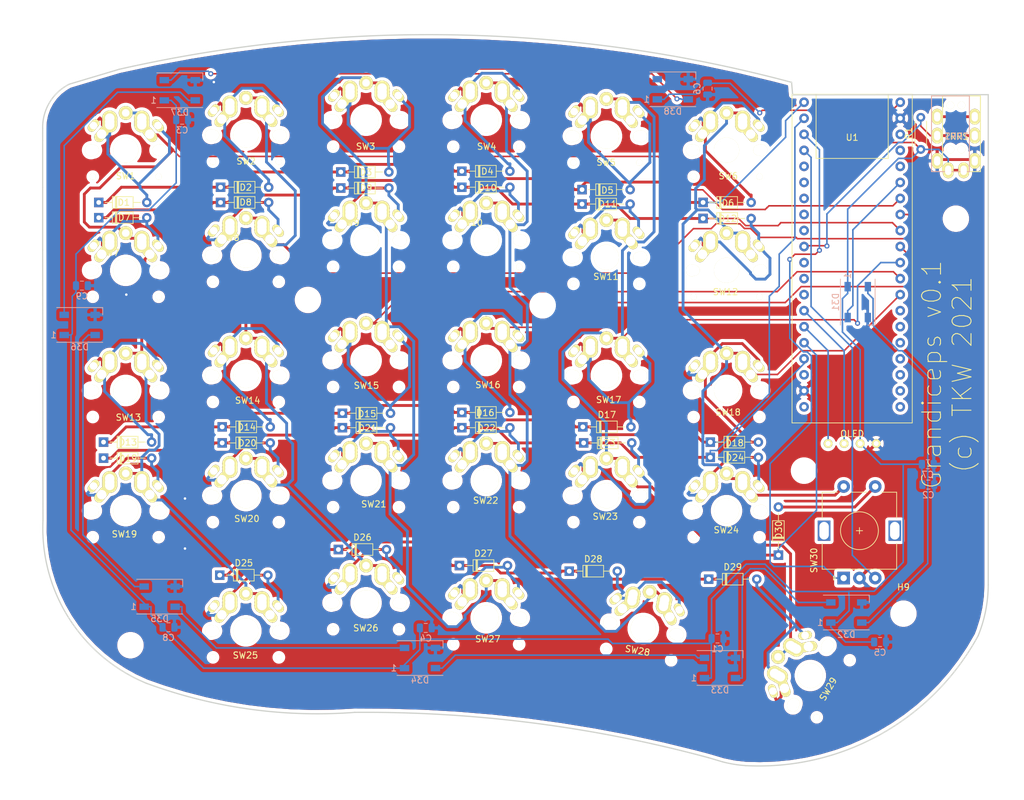
<source format=kicad_pcb>
(kicad_pcb (version 20171130) (host pcbnew 5.1.5+dfsg1-2build2)
  (layers (0 F.Cu signal) (31 B.Cu signal) (34 B.Paste user) (35 F.Paste user) (36 B.SilkS user) (37 F.SilkS user) (38 B.Mask user) (39 F.Mask user) (44 Edge.Cuts user))
  (net 0 "")
  (net 1 GND)
  (net 2 +5V)
  (net 3 "Net-(D1-Pad2)")
  (net 4 row0)
  (net 5 "Net-(D2-Pad2)")
  (net 6 "Net-(D3-Pad2)")
  (net 7 "Net-(D4-Pad2)")
  (net 8 "Net-(D5-Pad2)")
  (net 9 "Net-(D6-Pad2)")
  (net 10 "Net-(D7-Pad2)")
  (net 11 row4)
  (net 12 "Net-(D8-Pad2)")
  (net 13 "Net-(D9-Pad2)")
  (net 14 "Net-(D12-Pad2)")
  (net 15 RGB)
  (net 16 "Net-(D17-Pad2)")
  (net 17 row1)
  (net 18 "Net-(D18-Pad2)")
  (net 19 "Net-(D19-Pad2)")
  (net 20 "Net-(D20-Pad2)")
  (net 21 "Net-(D21-Pad2)")
  (net 22 "Net-(D22-Pad2)")
  (net 23 "Net-(D23-Pad2)")
  (net 24 "Net-(D33-Pad2)")
  (net 25 row2)
  (net 26 "Net-(D34-Pad2)")
  (net 27 "Net-(D35-Pad2)")
  (net 28 "Net-(D36-Pad2)")
  (net 29 "Net-(D37-Pad2)")
  (net 30 "Net-(D38-Pad2)")
  (net 31 row3)
  (net 32 col0)
  (net 33 col1)
  (net 34 col2)
  (net 35 col3)
  (net 36 col4)
  (net 37 col5)
  (net 38 ROT1A)
  (net 39 ROT1B)
  (net 40 "Net-(D10-Pad2)")
  (net 41 "Net-(D11-Pad2)")
  (net 42 "Net-(D13-Pad2)")
  (net 43 "Net-(D14-Pad2)")
  (net 44 "Net-(D15-Pad2)")
  (net 45 "Net-(D16-Pad2)")
  (net 46 "Net-(D24-Pad2)")
  (net 47 "Net-(D25-Pad2)")
  (net 48 "Net-(D26-Pad2)")
  (net 49 "Net-(D27-Pad2)")
  (net 50 "Net-(D28-Pad2)")
  (net 51 "Net-(D29-Pad2)")
  (net 52 "Net-(D30-Pad2)")
  (net 53 "Net-(D31-Pad2)")
  (net 54 "Net-(D32-Pad2)")
  (net 55 "Net-(U1-Pad36)")
  (net 56 "Net-(U1-Pad35)")
  (net 57 "Net-(U1-Pad34)")
  (net 58 "Net-(U1-Pad33)")
  (net 59 "Net-(U1-Pad32)")
  (net 60 "Net-(U1-Pad23)")
  (net 61 "Net-(U1-Pad21)")
  (net 62 "Net-(U1-Pad20)")
  (net 63 "Net-(U1-Pad5)")
  (net 64 "Net-(U1-Pad3)")
  (net 65 "Net-(J1-PadC)")
  (net 66 "Net-(J1-PadB)")
  (net 67 "Net-(U1-Pad30)")
  (net 68 "Net-(U1-Pad29)")
  (net 69 "Net-(U1-Pad28)")
  (net 70 "Net-(U1-Pad19)")
  (net 71 "Net-(U1-Pad18)")
  (net 72 "Net-(U1-Pad17)")
  (net 73 "Net-(U1-Pad15)")
  (net 74 "Net-(U1-Pad14)")
  (net 75 SCL)
  (net 76 SDA)
  (net 77 "Net-(U1-Pad4)")
  (module Resistor_THT:R_Axial_DIN0204_L3.6mm_D1.6mm_P5.08mm_Horizontal (layer F.Cu) (at 190.983 58.7502 90)
    (fp_text reference R1 (at 2.54 -1.92 90) (layer F.SilkS))
    (fp_text value R_Small)
    (pad 2 thru_hole oval (at 5.08 0 90) (size 1.4 1.4) (drill 0.7) (layers *.Cu *.Mask) (net 65 "Net-(J1-PadC)"))
    (pad 1 thru_hole circle (at 0 0 90) (size 1.4 1.4) (drill 0.7) (layers *.Cu *.Mask) (net 2 +5V))
  )
  (module tkw:Blackpill (layer F.Cu) (at 180.111 56.3626)
    (fp_text reference U1 (at 0 0.5) (layer F.SilkS))
    (fp_text value WeActBlackPill)
    (pad 1 thru_hole circle (at 7.62 -5.08) (size 1.524 1.524) (drill 0.762) (layers *.Cu *.Mask) (net 2 +5V))
    (pad 2 thru_hole circle (at 7.62 -2.54) (size 1.524 1.524) (drill 0.762) (layers *.Cu *.Mask) (net 1 GND))
    (pad 3 thru_hole circle (at 7.62 0) (size 1.524 1.524) (drill 0.762) (layers *.Cu *.Mask) (net 64 "Net-(U1-Pad3)"))
    (pad 4 thru_hole circle (at 7.62 2.54) (size 1.524 1.524) (drill 0.762) (layers *.Cu *.Mask) (net 77 "Net-(U1-Pad4)"))
    (pad 5 thru_hole circle (at 7.62 5.08) (size 1.524 1.524) (drill 0.762) (layers *.Cu *.Mask) (net 63 "Net-(U1-Pad5)"))
    (pad 6 thru_hole circle (at 7.62 7.62) (size 1.524 1.524) (drill 0.762) (layers *.Cu *.Mask) (net 15 RGB))
    (pad 7 thru_hole circle (at 7.62 10.16) (size 1.524 1.524) (drill 0.762) (layers *.Cu *.Mask) (net 32 col0))
    (pad 8 thru_hole circle (at 7.62 12.7) (size 1.524 1.524) (drill 0.762) (layers *.Cu *.Mask) (net 33 col1))
    (pad 9 thru_hole circle (at 7.62 15.24) (size 1.524 1.524) (drill 0.762) (layers *.Cu *.Mask) (net 17 row1))
    (pad 10 thru_hole circle (at 7.62 17.78) (size 1.524 1.524) (drill 0.762) (layers *.Cu *.Mask) (net 35 col3))
    (pad 11 thru_hole circle (at 7.62 20.32) (size 1.524 1.524) (drill 0.762) (layers *.Cu *.Mask) (net 36 col4))
    (pad 12 thru_hole circle (at 7.62 22.86) (size 1.524 1.524) (drill 0.762) (layers *.Cu *.Mask) (net 34 col2))
    (pad 13 thru_hole circle (at 7.62 25.4) (size 1.524 1.524) (drill 0.762) (layers *.Cu *.Mask) (net 37 col5))
    (pad 14 thru_hole circle (at 7.62 27.94) (size 1.524 1.524) (drill 0.762) (layers *.Cu *.Mask) (net 74 "Net-(U1-Pad14)"))
    (pad 15 thru_hole circle (at 7.62 30.48) (size 1.524 1.524) (drill 0.762) (layers *.Cu *.Mask) (net 73 "Net-(U1-Pad15)"))
    (pad 16 thru_hole circle (at 7.62 33.02) (size 1.524 1.524) (drill 0.762) (layers *.Cu *.Mask))
    (pad 17 thru_hole circle (at 7.62 35.56) (size 1.524 1.524) (drill 0.762) (layers *.Cu *.Mask) (net 72 "Net-(U1-Pad17)"))
    (pad 18 thru_hole circle (at 7.62 38.1) (size 1.524 1.524) (drill 0.762) (layers *.Cu *.Mask) (net 71 "Net-(U1-Pad18)"))
    (pad 19 thru_hole circle (at 7.62 40.64) (size 1.524 1.524) (drill 0.762) (layers *.Cu *.Mask) (net 70 "Net-(U1-Pad19)"))
    (pad 20 thru_hole circle (at 7.62 43.18) (size 1.524 1.524) (drill 0.762) (layers *.Cu *.Mask) (net 62 "Net-(U1-Pad20)"))
    (pad 21 thru_hole circle (at -7.62 43.18) (size 1.524 1.524) (drill 0.762) (layers *.Cu *.Mask) (net 61 "Net-(U1-Pad21)"))
    (pad 22 thru_hole circle (at -7.62 40.64) (size 1.524 1.524) (drill 0.762) (layers *.Cu *.Mask) (net 1 GND))
    (pad 23 thru_hole circle (at -7.62 38.1) (size 1.524 1.524) (drill 0.762) (layers *.Cu *.Mask) (net 60 "Net-(U1-Pad23)"))
    (pad 24 thru_hole circle (at -7.62 35.56) (size 1.524 1.524) (drill 0.762) (layers *.Cu *.Mask) (net 31 row3))
    (pad 25 thru_hole circle (at -7.62 33.02) (size 1.524 1.524) (drill 0.762) (layers *.Cu *.Mask) (net 11 row4))
    (pad 26 thru_hole circle (at -7.62 30.48) (size 1.524 1.524) (drill 0.762) (layers *.Cu *.Mask) (net 76 SDA))
    (pad 27 thru_hole circle (at -7.62 27.94) (size 1.524 1.524) (drill 0.762) (layers *.Cu *.Mask) (net 75 SCL))
    (pad 28 thru_hole circle (at -7.62 25.4) (size 1.524 1.524) (drill 0.762) (layers *.Cu *.Mask) (net 69 "Net-(U1-Pad28)"))
    (pad 29 thru_hole circle (at -7.62 22.86) (size 1.524 1.524) (drill 0.762) (layers *.Cu *.Mask) (net 68 "Net-(U1-Pad29)"))
    (pad 30 thru_hole circle (at -7.62 20.32) (size 1.524 1.524) (drill 0.762) (layers *.Cu *.Mask) (net 67 "Net-(U1-Pad30)"))
    (pad 31 thru_hole circle (at -7.62 17.78) (size 1.524 1.524) (drill 0.762) (layers *.Cu *.Mask) (net 65 "Net-(J1-PadC)"))
    (pad 32 thru_hole circle (at -7.62 15.24) (size 1.524 1.524) (drill 0.762) (layers *.Cu *.Mask) (net 59 "Net-(U1-Pad32)"))
    (pad 33 thru_hole circle (at -7.62 12.7) (size 1.524 1.524) (drill 0.762) (layers *.Cu *.Mask) (net 58 "Net-(U1-Pad33)"))
    (pad 34 thru_hole circle (at -7.62 10.16) (size 1.524 1.524) (drill 0.762) (layers *.Cu *.Mask) (net 57 "Net-(U1-Pad34)"))
    (pad 35 thru_hole circle (at -7.62 7.62) (size 1.524 1.524) (drill 0.762) (layers *.Cu *.Mask) (net 56 "Net-(U1-Pad35)"))
    (pad 36 thru_hole circle (at -7.62 5.08) (size 1.524 1.524) (drill 0.762) (layers *.Cu *.Mask) (net 55 "Net-(U1-Pad36)"))
    (pad 37 thru_hole circle (at -7.62 2.54) (size 1.524 1.524) (drill 0.762) (layers *.Cu *.Mask) (net 39 ROT1B))
    (pad 38 thru_hole circle (at -7.62 0) (size 1.524 1.524) (drill 0.762) (layers *.Cu *.Mask) (net 38 ROT1A))
    (pad 39 thru_hole circle (at -7.62 -2.54) (size 1.524 1.524) (drill 0.762) (layers *.Cu *.Mask) (net 25 row2))
    (pad 40 thru_hole circle (at -7.62 -5.08) (size 1.524 1.524) (drill 0.762) (layers *.Cu *.Mask) (net 4 row0))
  )
  (module Diode_THT:D_DO-34_SOD68_P7.62mm_Horizontal (layer F.Cu) (at 99.085 64.8716)
    (fp_text reference D9 (at 4.0136 -0.0254) (layer F.SilkS))
    (fp_text value D_Small)
    (pad 2 thru_hole oval (at 7.62 0) (size 1.5 1.5) (drill 0.75) (layers *.Cu *.Mask) (net 13 "Net-(D9-Pad2)"))
    (pad 1 thru_hole rect (at 0 0) (size 1.5 1.5) (drill 0.75) (layers *.Cu *.Mask) (net 17 row1))
  )
  (module foostan:OLED_v2 (layer F.Cu) (at 180.111 105.359)
    (fp_text reference OL1)
    (fp_text value OLED hide)
    (fp_text user OLED (at 0 -1.55) (layer F.SilkS))
    (pad 4 thru_hole circle (at 3.81 0) (size 1.397 1.397) (drill 0.8128) (layers *.Cu F.SilkS B.Mask) (net 1 GND))
    (pad 3 thru_hole circle (at 1.27 0) (size 1.397 1.397) (drill 0.8128) (layers *.Cu F.SilkS B.Mask) (net 2 +5V))
    (pad 2 thru_hole circle (at -1.27 0) (size 1.397 1.397) (drill 0.8128) (layers *.Cu F.SilkS B.Mask) (net 75 SCL))
    (pad 1 thru_hole circle (at -3.81 0) (size 1.397 1.397) (drill 0.8128) (layers *.Cu F.SilkS B.Mask) (net 76 SDA))
  )
  (module foostan:MJ-4PP-9 (layer F.Cu) (at 197.434 50.2666)
    (fp_text reference J1)
    (fp_text value MJ-4PP-9 hide)
    (fp_text user TRRS (at -0.75 6.45) (layer F.SilkS))
    (fp_text user TRRS (at -0.8255 6.4135) (layer B.SilkS) (effects (justify mirror)))
    (pad A thru_hole oval (at -2.1 11.8) (size 1.7 2.5) (drill oval 1 1.5) (layers *.Cu *.Mask F.SilkS) (net 2 +5V) (clearance 0.15))
    (pad D thru_hole oval (at 2.1 10.3) (size 1.7 2.5) (drill oval 1 1.5) (layers *.Cu *.Mask F.SilkS) (net 1 GND) (clearance 0.15))
    (pad C thru_hole oval (at 2.1 6.3) (size 1.7 2.5) (drill oval 1 1.5) (layers *.Cu *.Mask F.SilkS) (net 65 "Net-(J1-PadC)"))
    (pad B thru_hole oval (at 2.1 3.3) (size 1.7 2.5) (drill oval 1 1.5) (layers *.Cu *.Mask F.SilkS) (net 66 "Net-(J1-PadB)"))
    (pad "" np_thru_hole circle (at 0 8.5) (size 1.2 1.2) (drill 1.2) (layers *.Cu *.Mask F.SilkS))
    (pad "" np_thru_hole circle (at 0 1.5) (size 1.2 1.2) (drill 1.2) (layers *.Cu *.Mask F.SilkS))
    (pad C thru_hole oval (at -3.85 6.3) (size 1.7 2.5) (drill oval 1 1.5) (layers *.Cu *.Mask F.SilkS) (net 65 "Net-(J1-PadC)"))
    (pad B thru_hole oval (at -3.85 3.3) (size 1.7 2.5) (drill oval 1 1.5) (layers *.Cu *.Mask F.SilkS) (net 66 "Net-(J1-PadB)"))
    (pad A thru_hole oval (at 0.35 11.8) (size 1.7 2.5) (drill oval 1 1.5) (layers *.Cu *.Mask F.SilkS) (net 2 +5V) (clearance 0.15))
    (pad D thru_hole oval (at -3.85 10.3) (size 1.7 2.5) (drill oval 1 1.5) (layers *.Cu *.Mask F.SilkS) (net 1 GND) (clearance 0.15))
    (pad "" np_thru_hole circle (at -1.75 1.5) (size 1.2 1.2) (drill 1.2) (layers *.Cu *.Mask F.SilkS))
    (pad "" np_thru_hole circle (at -1.75 8.5) (size 1.2 1.2) (drill 1.2) (layers *.Cu *.Mask F.SilkS))
  )
  (module foostan:MX_ALPS_PG1350_noLed (layer F.Cu) (at 173.482 142.113 60)
    (fp_text reference SW29 (at -0.447349 3.543169 60) (layer F.SilkS))
    (fp_text value C)
    (pad "" np_thru_hole circle (at -5.22 4.2 60) (size 1 1) (drill 1) (layers *.Cu *.Mask F.SilkS))
    (pad "" np_thru_hole circle (at 5.22 4.2 60) (size 1 1) (drill 1) (layers *.Cu *.Mask F.SilkS))
    (pad "" np_thru_hole circle (at -5.08 0 60) (size 1.7 1.7) (drill 1.7) (layers *.Cu *.Mask F.SilkS))
    (pad "" np_thru_hole circle (at 5.08 0 60) (size 1.7 1.7) (drill 1.7) (layers *.Cu *.Mask F.SilkS))
    (pad 1 thru_hole circle (at -2.54 -4.5 60) (size 2.4 2.4) (drill 1.5) (layers *.Cu *.Mask F.SilkS) (net 51 "Net-(D29-Pad2)"))
    (pad 1 thru_hole circle (at -2.54 -4 60) (size 2.4 2.4) (drill 1.5) (layers *.Cu *.Mask F.SilkS) (net 51 "Net-(D29-Pad2)"))
    (pad 2 thru_hole circle (at 2.54 -4 60) (size 2.4 2.4) (drill 1.5) (layers *.Cu *.Mask F.SilkS) (net 36 col4))
    (pad 2 thru_hole circle (at 2.54 -4.5 60) (size 2.4 2.4) (drill 1.5) (layers *.Cu *.Mask F.SilkS) (net 36 col4))
    (pad 2 thru_hole oval (at 3.81 -2.54 10) (size 2.8 1.55) (drill 1.5) (layers *.Cu *.Mask F.SilkS) (net 36 col4))
    (pad 1 thru_hole circle (at -2.54 -5.08 60) (size 2.4 2.4) (drill 1.5) (layers *.Cu *.Mask F.SilkS) (net 51 "Net-(D29-Pad2)"))
    (pad 1 thru_hole oval (at -3.81 -2.54 110) (size 2.8 1.55) (drill 1.5) (layers *.Cu *.Mask F.SilkS) (net 51 "Net-(D29-Pad2)"))
    (pad 2 thru_hole circle (at 2.54 -5.08 60) (size 2.4 2.4) (drill 1.5) (layers *.Cu *.Mask F.SilkS) (net 36 col4))
    (pad 2 thru_hole circle (at 0 -5.9 150) (size 2.2 2.2) (drill 1.2) (layers *.Cu *.Mask F.SilkS) (net 36 col4))
    (pad 1 thru_hole oval (at -5.1 -3.9 110) (size 2.2 1.25) (drill 1.2) (layers *.Cu *.Mask F.SilkS) (net 51 "Net-(D29-Pad2)"))
    (pad "" np_thru_hole circle (at 5.5 0 150) (size 1.9 1.9) (drill 1.9) (layers *.Cu *.Mask F.SilkS))
    (pad "" np_thru_hole circle (at -5.5 0 150) (size 1.9 1.9) (drill 1.9) (layers *.Cu *.Mask F.SilkS))
    (pad "" np_thru_hole circle (at 0 0 150) (size 4 4) (drill 4) (layers *.Cu *.Mask F.SilkS))
    (pad 1 thru_hole oval (at 5.1 -3.9 10) (size 2.2 1.25) (drill 1.2) (layers *.Cu *.Mask F.SilkS) (net 51 "Net-(D29-Pad2)"))
  )
  (module foostan:MX_ALPS_PG1350_noLed (layer F.Cu) (at 147.015 134.671 350)
    (fp_text reference SW28 (at -0.291674 3.6105 170) (layer F.SilkS))
    (fp_text value X)
    (pad "" np_thru_hole circle (at -5.22 4.2 350) (size 1 1) (drill 1) (layers *.Cu *.Mask F.SilkS))
    (pad "" np_thru_hole circle (at 5.22 4.2 350) (size 1 1) (drill 1) (layers *.Cu *.Mask F.SilkS))
    (pad "" np_thru_hole circle (at -5.08 0 350) (size 1.7 1.7) (drill 1.7) (layers *.Cu *.Mask F.SilkS))
    (pad "" np_thru_hole circle (at 5.08 0 350) (size 1.7 1.7) (drill 1.7) (layers *.Cu *.Mask F.SilkS))
    (pad 1 thru_hole circle (at -2.54 -4.5 350) (size 2.4 2.4) (drill 1.5) (layers *.Cu *.Mask F.SilkS) (net 50 "Net-(D28-Pad2)"))
    (pad 1 thru_hole circle (at -2.54 -4 350) (size 2.4 2.4) (drill 1.5) (layers *.Cu *.Mask F.SilkS) (net 50 "Net-(D28-Pad2)"))
    (pad 2 thru_hole circle (at 2.54 -4 350) (size 2.4 2.4) (drill 1.5) (layers *.Cu *.Mask F.SilkS) (net 35 col3))
    (pad 2 thru_hole circle (at 2.54 -4.5 350) (size 2.4 2.4) (drill 1.5) (layers *.Cu *.Mask F.SilkS) (net 35 col3))
    (pad 2 thru_hole oval (at 3.81 -2.54 300) (size 2.8 1.55) (drill 1.5) (layers *.Cu *.Mask F.SilkS) (net 35 col3))
    (pad 1 thru_hole circle (at -2.54 -5.08 350) (size 2.4 2.4) (drill 1.5) (layers *.Cu *.Mask F.SilkS) (net 50 "Net-(D28-Pad2)"))
    (pad 1 thru_hole oval (at -3.81 -2.54 40) (size 2.8 1.55) (drill 1.5) (layers *.Cu *.Mask F.SilkS) (net 50 "Net-(D28-Pad2)"))
    (pad 2 thru_hole circle (at 2.54 -5.08 350) (size 2.4 2.4) (drill 1.5) (layers *.Cu *.Mask F.SilkS) (net 35 col3))
    (pad 2 thru_hole circle (at 0 -5.9 80) (size 2.2 2.2) (drill 1.2) (layers *.Cu *.Mask F.SilkS) (net 35 col3))
    (pad 1 thru_hole oval (at -5.1 -3.9 40) (size 2.2 1.25) (drill 1.2) (layers *.Cu *.Mask F.SilkS) (net 50 "Net-(D28-Pad2)"))
    (pad "" np_thru_hole circle (at 5.5 0 80) (size 1.9 1.9) (drill 1.9) (layers *.Cu *.Mask F.SilkS))
    (pad "" np_thru_hole circle (at -5.5 0 80) (size 1.9 1.9) (drill 1.9) (layers *.Cu *.Mask F.SilkS))
    (pad "" np_thru_hole circle (at 0 0 80) (size 4 4) (drill 4) (layers *.Cu *.Mask F.SilkS))
    (pad 1 thru_hole oval (at 5.1 -3.9 300) (size 2.2 1.25) (drill 1.2) (layers *.Cu *.Mask F.SilkS) (net 50 "Net-(D28-Pad2)"))
  )
  (module foostan:MX_ALPS_PG1350_noLed (layer F.Cu) (at 122.129 132.973)
    (fp_text reference SW27 (at 0.2482 3.3488) (layer F.SilkS))
    (fp_text value ALT)
    (pad "" np_thru_hole circle (at -5.22 4.2) (size 1 1) (drill 1) (layers *.Cu *.Mask F.SilkS))
    (pad "" np_thru_hole circle (at 5.22 4.2) (size 1 1) (drill 1) (layers *.Cu *.Mask F.SilkS))
    (pad "" np_thru_hole circle (at -5.08 0) (size 1.7 1.7) (drill 1.7) (layers *.Cu *.Mask F.SilkS))
    (pad "" np_thru_hole circle (at 5.08 0) (size 1.7 1.7) (drill 1.7) (layers *.Cu *.Mask F.SilkS))
    (pad 1 thru_hole circle (at -2.54 -4.5) (size 2.4 2.4) (drill 1.5) (layers *.Cu *.Mask F.SilkS) (net 49 "Net-(D27-Pad2)"))
    (pad 1 thru_hole circle (at -2.54 -4) (size 2.4 2.4) (drill 1.5) (layers *.Cu *.Mask F.SilkS) (net 49 "Net-(D27-Pad2)"))
    (pad 2 thru_hole circle (at 2.54 -4) (size 2.4 2.4) (drill 1.5) (layers *.Cu *.Mask F.SilkS) (net 34 col2))
    (pad 2 thru_hole circle (at 2.54 -4.5) (size 2.4 2.4) (drill 1.5) (layers *.Cu *.Mask F.SilkS) (net 34 col2))
    (pad 2 thru_hole oval (at 3.81 -2.54 310) (size 2.8 1.55) (drill 1.5) (layers *.Cu *.Mask F.SilkS) (net 34 col2))
    (pad 1 thru_hole circle (at -2.54 -5.08) (size 2.4 2.4) (drill 1.5) (layers *.Cu *.Mask F.SilkS) (net 49 "Net-(D27-Pad2)"))
    (pad 1 thru_hole oval (at -3.81 -2.54 50) (size 2.8 1.55) (drill 1.5) (layers *.Cu *.Mask F.SilkS) (net 49 "Net-(D27-Pad2)"))
    (pad 2 thru_hole circle (at 2.54 -5.08) (size 2.4 2.4) (drill 1.5) (layers *.Cu *.Mask F.SilkS) (net 34 col2))
    (pad 2 thru_hole circle (at 0 -5.9 90) (size 2.2 2.2) (drill 1.2) (layers *.Cu *.Mask F.SilkS) (net 34 col2))
    (pad 1 thru_hole oval (at -5.1 -3.9 50) (size 2.2 1.25) (drill 1.2) (layers *.Cu *.Mask F.SilkS) (net 49 "Net-(D27-Pad2)"))
    (pad "" np_thru_hole circle (at 5.5 0 90) (size 1.9 1.9) (drill 1.9) (layers *.Cu *.Mask F.SilkS))
    (pad "" np_thru_hole circle (at -5.5 0 90) (size 1.9 1.9) (drill 1.9) (layers *.Cu *.Mask F.SilkS))
    (pad "" np_thru_hole circle (at 0 0 90) (size 4 4) (drill 4) (layers *.Cu *.Mask F.SilkS))
    (pad 1 thru_hole oval (at 5.1 -3.9 310) (size 2.2 1.25) (drill 1.2) (layers *.Cu *.Mask F.SilkS) (net 49 "Net-(D27-Pad2)"))
  )
  (module foostan:MX_ALPS_PG1350_noLed (layer F.Cu) (at 103.089 130.593)
    (fp_text reference SW26 (at -0.0412 4.0016) (layer F.SilkS))
    (fp_text value SUPER)
    (pad "" np_thru_hole circle (at -5.22 4.2) (size 1 1) (drill 1) (layers *.Cu *.Mask F.SilkS))
    (pad "" np_thru_hole circle (at 5.22 4.2) (size 1 1) (drill 1) (layers *.Cu *.Mask F.SilkS))
    (pad "" np_thru_hole circle (at -5.08 0) (size 1.7 1.7) (drill 1.7) (layers *.Cu *.Mask F.SilkS))
    (pad "" np_thru_hole circle (at 5.08 0) (size 1.7 1.7) (drill 1.7) (layers *.Cu *.Mask F.SilkS))
    (pad 1 thru_hole circle (at -2.54 -4.5) (size 2.4 2.4) (drill 1.5) (layers *.Cu *.Mask F.SilkS) (net 48 "Net-(D26-Pad2)"))
    (pad 1 thru_hole circle (at -2.54 -4) (size 2.4 2.4) (drill 1.5) (layers *.Cu *.Mask F.SilkS) (net 48 "Net-(D26-Pad2)"))
    (pad 2 thru_hole circle (at 2.54 -4) (size 2.4 2.4) (drill 1.5) (layers *.Cu *.Mask F.SilkS) (net 33 col1))
    (pad 2 thru_hole circle (at 2.54 -4.5) (size 2.4 2.4) (drill 1.5) (layers *.Cu *.Mask F.SilkS) (net 33 col1))
    (pad 2 thru_hole oval (at 3.81 -2.54 310) (size 2.8 1.55) (drill 1.5) (layers *.Cu *.Mask F.SilkS) (net 33 col1))
    (pad 1 thru_hole circle (at -2.54 -5.08) (size 2.4 2.4) (drill 1.5) (layers *.Cu *.Mask F.SilkS) (net 48 "Net-(D26-Pad2)"))
    (pad 1 thru_hole oval (at -3.81 -2.54 50) (size 2.8 1.55) (drill 1.5) (layers *.Cu *.Mask F.SilkS) (net 48 "Net-(D26-Pad2)"))
    (pad 2 thru_hole circle (at 2.54 -5.08) (size 2.4 2.4) (drill 1.5) (layers *.Cu *.Mask F.SilkS) (net 33 col1))
    (pad 2 thru_hole circle (at 0 -5.9 90) (size 2.2 2.2) (drill 1.2) (layers *.Cu *.Mask F.SilkS) (net 33 col1))
    (pad 1 thru_hole oval (at -5.1 -3.9 50) (size 2.2 1.25) (drill 1.2) (layers *.Cu *.Mask F.SilkS) (net 48 "Net-(D26-Pad2)"))
    (pad "" np_thru_hole circle (at 5.5 0 90) (size 1.9 1.9) (drill 1.9) (layers *.Cu *.Mask F.SilkS))
    (pad "" np_thru_hole circle (at -5.5 0 90) (size 1.9 1.9) (drill 1.9) (layers *.Cu *.Mask F.SilkS))
    (pad "" np_thru_hole circle (at 0 0 90) (size 4 4) (drill 4) (layers *.Cu *.Mask F.SilkS))
    (pad 1 thru_hole oval (at 5.1 -3.9 310) (size 2.2 1.25) (drill 1.2) (layers *.Cu *.Mask F.SilkS) (net 48 "Net-(D26-Pad2)"))
  )
  (module foostan:MX_ALPS_PG1350_noLed (layer F.Cu) (at 84.049 135.033)
    (fp_text reference SW25 (at -0.0766 3.8796) (layer F.SilkS))
    (fp_text value CTRL)
    (pad "" np_thru_hole circle (at -5.22 4.2) (size 1 1) (drill 1) (layers *.Cu *.Mask F.SilkS))
    (pad "" np_thru_hole circle (at 5.22 4.2) (size 1 1) (drill 1) (layers *.Cu *.Mask F.SilkS))
    (pad "" np_thru_hole circle (at -5.08 0) (size 1.7 1.7) (drill 1.7) (layers *.Cu *.Mask F.SilkS))
    (pad "" np_thru_hole circle (at 5.08 0) (size 1.7 1.7) (drill 1.7) (layers *.Cu *.Mask F.SilkS))
    (pad 1 thru_hole circle (at -2.54 -4.5) (size 2.4 2.4) (drill 1.5) (layers *.Cu *.Mask F.SilkS) (net 47 "Net-(D25-Pad2)"))
    (pad 1 thru_hole circle (at -2.54 -4) (size 2.4 2.4) (drill 1.5) (layers *.Cu *.Mask F.SilkS) (net 47 "Net-(D25-Pad2)"))
    (pad 2 thru_hole circle (at 2.54 -4) (size 2.4 2.4) (drill 1.5) (layers *.Cu *.Mask F.SilkS) (net 32 col0))
    (pad 2 thru_hole circle (at 2.54 -4.5) (size 2.4 2.4) (drill 1.5) (layers *.Cu *.Mask F.SilkS) (net 32 col0))
    (pad 2 thru_hole oval (at 3.81 -2.54 310) (size 2.8 1.55) (drill 1.5) (layers *.Cu *.Mask F.SilkS) (net 32 col0))
    (pad 1 thru_hole circle (at -2.54 -5.08) (size 2.4 2.4) (drill 1.5) (layers *.Cu *.Mask F.SilkS) (net 47 "Net-(D25-Pad2)"))
    (pad 1 thru_hole oval (at -3.81 -2.54 50) (size 2.8 1.55) (drill 1.5) (layers *.Cu *.Mask F.SilkS) (net 47 "Net-(D25-Pad2)"))
    (pad 2 thru_hole circle (at 2.54 -5.08) (size 2.4 2.4) (drill 1.5) (layers *.Cu *.Mask F.SilkS) (net 32 col0))
    (pad 2 thru_hole circle (at 0 -5.9 90) (size 2.2 2.2) (drill 1.2) (layers *.Cu *.Mask F.SilkS) (net 32 col0))
    (pad 1 thru_hole oval (at -5.1 -3.9 50) (size 2.2 1.25) (drill 1.2) (layers *.Cu *.Mask F.SilkS) (net 47 "Net-(D25-Pad2)"))
    (pad "" np_thru_hole circle (at 5.5 0 90) (size 1.9 1.9) (drill 1.9) (layers *.Cu *.Mask F.SilkS))
    (pad "" np_thru_hole circle (at -5.5 0 90) (size 1.9 1.9) (drill 1.9) (layers *.Cu *.Mask F.SilkS))
    (pad "" np_thru_hole circle (at 0 0 90) (size 4 4) (drill 4) (layers *.Cu *.Mask F.SilkS))
    (pad 1 thru_hole oval (at 5.1 -3.9 310) (size 2.2 1.25) (drill 1.2) (layers *.Cu *.Mask F.SilkS) (net 47 "Net-(D25-Pad2)"))
  )
  (module foostan:MX_ALPS_PG1350_noLed (layer F.Cu) (at 160.209 115.993)
    (fp_text reference SW24 (at -0.0366 3.0568) (layer F.SilkS))
    (fp_text value V)
    (pad "" np_thru_hole circle (at -5.22 4.2) (size 1 1) (drill 1) (layers *.Cu *.Mask F.SilkS))
    (pad "" np_thru_hole circle (at 5.22 4.2) (size 1 1) (drill 1) (layers *.Cu *.Mask F.SilkS))
    (pad "" np_thru_hole circle (at -5.08 0) (size 1.7 1.7) (drill 1.7) (layers *.Cu *.Mask F.SilkS))
    (pad "" np_thru_hole circle (at 5.08 0) (size 1.7 1.7) (drill 1.7) (layers *.Cu *.Mask F.SilkS))
    (pad 1 thru_hole circle (at -2.54 -4.5) (size 2.4 2.4) (drill 1.5) (layers *.Cu *.Mask F.SilkS) (net 46 "Net-(D24-Pad2)"))
    (pad 1 thru_hole circle (at -2.54 -4) (size 2.4 2.4) (drill 1.5) (layers *.Cu *.Mask F.SilkS) (net 46 "Net-(D24-Pad2)"))
    (pad 2 thru_hole circle (at 2.54 -4) (size 2.4 2.4) (drill 1.5) (layers *.Cu *.Mask F.SilkS) (net 37 col5))
    (pad 2 thru_hole circle (at 2.54 -4.5) (size 2.4 2.4) (drill 1.5) (layers *.Cu *.Mask F.SilkS) (net 37 col5))
    (pad 2 thru_hole oval (at 3.81 -2.54 310) (size 2.8 1.55) (drill 1.5) (layers *.Cu *.Mask F.SilkS) (net 37 col5))
    (pad 1 thru_hole circle (at -2.54 -5.08) (size 2.4 2.4) (drill 1.5) (layers *.Cu *.Mask F.SilkS) (net 46 "Net-(D24-Pad2)"))
    (pad 1 thru_hole oval (at -3.81 -2.54 50) (size 2.8 1.55) (drill 1.5) (layers *.Cu *.Mask F.SilkS) (net 46 "Net-(D24-Pad2)"))
    (pad 2 thru_hole circle (at 2.54 -5.08) (size 2.4 2.4) (drill 1.5) (layers *.Cu *.Mask F.SilkS) (net 37 col5))
    (pad 2 thru_hole circle (at 0 -5.9 90) (size 2.2 2.2) (drill 1.2) (layers *.Cu *.Mask F.SilkS) (net 37 col5))
    (pad 1 thru_hole oval (at -5.1 -3.9 50) (size 2.2 1.25) (drill 1.2) (layers *.Cu *.Mask F.SilkS) (net 46 "Net-(D24-Pad2)"))
    (pad "" np_thru_hole circle (at 5.5 0 90) (size 1.9 1.9) (drill 1.9) (layers *.Cu *.Mask F.SilkS))
    (pad "" np_thru_hole circle (at -5.5 0 90) (size 1.9 1.9) (drill 1.9) (layers *.Cu *.Mask F.SilkS))
    (pad "" np_thru_hole circle (at 0 0 90) (size 4 4) (drill 4) (layers *.Cu *.Mask F.SilkS))
    (pad 1 thru_hole oval (at 5.1 -3.9 310) (size 2.2 1.25) (drill 1.2) (layers *.Cu *.Mask F.SilkS) (net 46 "Net-(D24-Pad2)"))
  )
  (module foostan:MX_ALPS_PG1350_noLed (layer F.Cu) (at 141.169 113.613)
    (fp_text reference SW23 (at -0.1736 3.3032) (layer F.SilkS))
    (fp_text value C)
    (pad "" np_thru_hole circle (at -5.22 4.2) (size 1 1) (drill 1) (layers *.Cu *.Mask F.SilkS))
    (pad "" np_thru_hole circle (at 5.22 4.2) (size 1 1) (drill 1) (layers *.Cu *.Mask F.SilkS))
    (pad "" np_thru_hole circle (at -5.08 0) (size 1.7 1.7) (drill 1.7) (layers *.Cu *.Mask F.SilkS))
    (pad "" np_thru_hole circle (at 5.08 0) (size 1.7 1.7) (drill 1.7) (layers *.Cu *.Mask F.SilkS))
    (pad 1 thru_hole circle (at -2.54 -4.5) (size 2.4 2.4) (drill 1.5) (layers *.Cu *.Mask F.SilkS) (net 23 "Net-(D23-Pad2)"))
    (pad 1 thru_hole circle (at -2.54 -4) (size 2.4 2.4) (drill 1.5) (layers *.Cu *.Mask F.SilkS) (net 23 "Net-(D23-Pad2)"))
    (pad 2 thru_hole circle (at 2.54 -4) (size 2.4 2.4) (drill 1.5) (layers *.Cu *.Mask F.SilkS) (net 36 col4))
    (pad 2 thru_hole circle (at 2.54 -4.5) (size 2.4 2.4) (drill 1.5) (layers *.Cu *.Mask F.SilkS) (net 36 col4))
    (pad 2 thru_hole oval (at 3.81 -2.54 310) (size 2.8 1.55) (drill 1.5) (layers *.Cu *.Mask F.SilkS) (net 36 col4))
    (pad 1 thru_hole circle (at -2.54 -5.08) (size 2.4 2.4) (drill 1.5) (layers *.Cu *.Mask F.SilkS) (net 23 "Net-(D23-Pad2)"))
    (pad 1 thru_hole oval (at -3.81 -2.54 50) (size 2.8 1.55) (drill 1.5) (layers *.Cu *.Mask F.SilkS) (net 23 "Net-(D23-Pad2)"))
    (pad 2 thru_hole circle (at 2.54 -5.08) (size 2.4 2.4) (drill 1.5) (layers *.Cu *.Mask F.SilkS) (net 36 col4))
    (pad 2 thru_hole circle (at 0 -5.9 90) (size 2.2 2.2) (drill 1.2) (layers *.Cu *.Mask F.SilkS) (net 36 col4))
    (pad 1 thru_hole oval (at -5.1 -3.9 50) (size 2.2 1.25) (drill 1.2) (layers *.Cu *.Mask F.SilkS) (net 23 "Net-(D23-Pad2)"))
    (pad "" np_thru_hole circle (at 5.5 0 90) (size 1.9 1.9) (drill 1.9) (layers *.Cu *.Mask F.SilkS))
    (pad "" np_thru_hole circle (at -5.5 0 90) (size 1.9 1.9) (drill 1.9) (layers *.Cu *.Mask F.SilkS))
    (pad "" np_thru_hole circle (at 0 0 90) (size 4 4) (drill 4) (layers *.Cu *.Mask F.SilkS))
    (pad 1 thru_hole oval (at 5.1 -3.9 310) (size 2.2 1.25) (drill 1.2) (layers *.Cu *.Mask F.SilkS) (net 23 "Net-(D23-Pad2)"))
  )
  (module foostan:MX_ALPS_PG1350_noLed (layer F.Cu) (at 122.129 111.233)
    (fp_text reference SW22 (at -0.082 3.1432) (layer F.SilkS))
    (fp_text value X)
    (pad "" np_thru_hole circle (at -5.22 4.2) (size 1 1) (drill 1) (layers *.Cu *.Mask F.SilkS))
    (pad "" np_thru_hole circle (at 5.22 4.2) (size 1 1) (drill 1) (layers *.Cu *.Mask F.SilkS))
    (pad "" np_thru_hole circle (at -5.08 0) (size 1.7 1.7) (drill 1.7) (layers *.Cu *.Mask F.SilkS))
    (pad "" np_thru_hole circle (at 5.08 0) (size 1.7 1.7) (drill 1.7) (layers *.Cu *.Mask F.SilkS))
    (pad 1 thru_hole circle (at -2.54 -4.5) (size 2.4 2.4) (drill 1.5) (layers *.Cu *.Mask F.SilkS) (net 22 "Net-(D22-Pad2)"))
    (pad 1 thru_hole circle (at -2.54 -4) (size 2.4 2.4) (drill 1.5) (layers *.Cu *.Mask F.SilkS) (net 22 "Net-(D22-Pad2)"))
    (pad 2 thru_hole circle (at 2.54 -4) (size 2.4 2.4) (drill 1.5) (layers *.Cu *.Mask F.SilkS) (net 35 col3))
    (pad 2 thru_hole circle (at 2.54 -4.5) (size 2.4 2.4) (drill 1.5) (layers *.Cu *.Mask F.SilkS) (net 35 col3))
    (pad 2 thru_hole oval (at 3.81 -2.54 310) (size 2.8 1.55) (drill 1.5) (layers *.Cu *.Mask F.SilkS) (net 35 col3))
    (pad 1 thru_hole circle (at -2.54 -5.08) (size 2.4 2.4) (drill 1.5) (layers *.Cu *.Mask F.SilkS) (net 22 "Net-(D22-Pad2)"))
    (pad 1 thru_hole oval (at -3.81 -2.54 50) (size 2.8 1.55) (drill 1.5) (layers *.Cu *.Mask F.SilkS) (net 22 "Net-(D22-Pad2)"))
    (pad 2 thru_hole circle (at 2.54 -5.08) (size 2.4 2.4) (drill 1.5) (layers *.Cu *.Mask F.SilkS) (net 35 col3))
    (pad 2 thru_hole circle (at 0 -5.9 90) (size 2.2 2.2) (drill 1.2) (layers *.Cu *.Mask F.SilkS) (net 35 col3))
    (pad 1 thru_hole oval (at -5.1 -3.9 50) (size 2.2 1.25) (drill 1.2) (layers *.Cu *.Mask F.SilkS) (net 22 "Net-(D22-Pad2)"))
    (pad "" np_thru_hole circle (at 5.5 0 90) (size 1.9 1.9) (drill 1.9) (layers *.Cu *.Mask F.SilkS))
    (pad "" np_thru_hole circle (at -5.5 0 90) (size 1.9 1.9) (drill 1.9) (layers *.Cu *.Mask F.SilkS))
    (pad "" np_thru_hole circle (at 0 0 90) (size 4 4) (drill 4) (layers *.Cu *.Mask F.SilkS))
    (pad 1 thru_hole oval (at 5.1 -3.9 310) (size 2.2 1.25) (drill 1.2) (layers *.Cu *.Mask F.SilkS) (net 22 "Net-(D22-Pad2)"))
  )
  (module foostan:MX_ALPS_PG1350_noLed (layer F.Cu) (at 103.089 111.233)
    (fp_text reference SW21 (at 1.2288 3.7274) (layer F.SilkS))
    (fp_text value Z)
    (pad "" np_thru_hole circle (at -5.22 4.2) (size 1 1) (drill 1) (layers *.Cu *.Mask F.SilkS))
    (pad "" np_thru_hole circle (at 5.22 4.2) (size 1 1) (drill 1) (layers *.Cu *.Mask F.SilkS))
    (pad "" np_thru_hole circle (at -5.08 0) (size 1.7 1.7) (drill 1.7) (layers *.Cu *.Mask F.SilkS))
    (pad "" np_thru_hole circle (at 5.08 0) (size 1.7 1.7) (drill 1.7) (layers *.Cu *.Mask F.SilkS))
    (pad 1 thru_hole circle (at -2.54 -4.5) (size 2.4 2.4) (drill 1.5) (layers *.Cu *.Mask F.SilkS) (net 21 "Net-(D21-Pad2)"))
    (pad 1 thru_hole circle (at -2.54 -4) (size 2.4 2.4) (drill 1.5) (layers *.Cu *.Mask F.SilkS) (net 21 "Net-(D21-Pad2)"))
    (pad 2 thru_hole circle (at 2.54 -4) (size 2.4 2.4) (drill 1.5) (layers *.Cu *.Mask F.SilkS) (net 34 col2))
    (pad 2 thru_hole circle (at 2.54 -4.5) (size 2.4 2.4) (drill 1.5) (layers *.Cu *.Mask F.SilkS) (net 34 col2))
    (pad 2 thru_hole oval (at 3.81 -2.54 310) (size 2.8 1.55) (drill 1.5) (layers *.Cu *.Mask F.SilkS) (net 34 col2))
    (pad 1 thru_hole circle (at -2.54 -5.08) (size 2.4 2.4) (drill 1.5) (layers *.Cu *.Mask F.SilkS) (net 21 "Net-(D21-Pad2)"))
    (pad 1 thru_hole oval (at -3.81 -2.54 50) (size 2.8 1.55) (drill 1.5) (layers *.Cu *.Mask F.SilkS) (net 21 "Net-(D21-Pad2)"))
    (pad 2 thru_hole circle (at 2.54 -5.08) (size 2.4 2.4) (drill 1.5) (layers *.Cu *.Mask F.SilkS) (net 34 col2))
    (pad 2 thru_hole circle (at 0 -5.9 90) (size 2.2 2.2) (drill 1.2) (layers *.Cu *.Mask F.SilkS) (net 34 col2))
    (pad 1 thru_hole oval (at -5.1 -3.9 50) (size 2.2 1.25) (drill 1.2) (layers *.Cu *.Mask F.SilkS) (net 21 "Net-(D21-Pad2)"))
    (pad "" np_thru_hole circle (at 5.5 0 90) (size 1.9 1.9) (drill 1.9) (layers *.Cu *.Mask F.SilkS))
    (pad "" np_thru_hole circle (at -5.5 0 90) (size 1.9 1.9) (drill 1.9) (layers *.Cu *.Mask F.SilkS))
    (pad "" np_thru_hole circle (at 0 0 90) (size 4 4) (drill 4) (layers *.Cu *.Mask F.SilkS))
    (pad 1 thru_hole oval (at 5.1 -3.9 310) (size 2.2 1.25) (drill 1.2) (layers *.Cu *.Mask F.SilkS) (net 21 "Net-(D21-Pad2)"))
  )
  (module foostan:MX_ALPS_PG1350_noLed (layer F.Cu) (at 84.049 113.613)
    (fp_text reference SW20 (at 0.152 3.6588) (layer F.SilkS))
    (fp_text value <)
    (pad "" np_thru_hole circle (at -5.22 4.2) (size 1 1) (drill 1) (layers *.Cu *.Mask F.SilkS))
    (pad "" np_thru_hole circle (at 5.22 4.2) (size 1 1) (drill 1) (layers *.Cu *.Mask F.SilkS))
    (pad "" np_thru_hole circle (at -5.08 0) (size 1.7 1.7) (drill 1.7) (layers *.Cu *.Mask F.SilkS))
    (pad "" np_thru_hole circle (at 5.08 0) (size 1.7 1.7) (drill 1.7) (layers *.Cu *.Mask F.SilkS))
    (pad 1 thru_hole circle (at -2.54 -4.5) (size 2.4 2.4) (drill 1.5) (layers *.Cu *.Mask F.SilkS) (net 20 "Net-(D20-Pad2)"))
    (pad 1 thru_hole circle (at -2.54 -4) (size 2.4 2.4) (drill 1.5) (layers *.Cu *.Mask F.SilkS) (net 20 "Net-(D20-Pad2)"))
    (pad 2 thru_hole circle (at 2.54 -4) (size 2.4 2.4) (drill 1.5) (layers *.Cu *.Mask F.SilkS) (net 33 col1))
    (pad 2 thru_hole circle (at 2.54 -4.5) (size 2.4 2.4) (drill 1.5) (layers *.Cu *.Mask F.SilkS) (net 33 col1))
    (pad 2 thru_hole oval (at 3.81 -2.54 310) (size 2.8 1.55) (drill 1.5) (layers *.Cu *.Mask F.SilkS) (net 33 col1))
    (pad 1 thru_hole circle (at -2.54 -5.08) (size 2.4 2.4) (drill 1.5) (layers *.Cu *.Mask F.SilkS) (net 20 "Net-(D20-Pad2)"))
    (pad 1 thru_hole oval (at -3.81 -2.54 50) (size 2.8 1.55) (drill 1.5) (layers *.Cu *.Mask F.SilkS) (net 20 "Net-(D20-Pad2)"))
    (pad 2 thru_hole circle (at 2.54 -5.08) (size 2.4 2.4) (drill 1.5) (layers *.Cu *.Mask F.SilkS) (net 33 col1))
    (pad 2 thru_hole circle (at 0 -5.9 90) (size 2.2 2.2) (drill 1.2) (layers *.Cu *.Mask F.SilkS) (net 33 col1))
    (pad 1 thru_hole oval (at -5.1 -3.9 50) (size 2.2 1.25) (drill 1.2) (layers *.Cu *.Mask F.SilkS) (net 20 "Net-(D20-Pad2)"))
    (pad "" np_thru_hole circle (at 5.5 0 90) (size 1.9 1.9) (drill 1.9) (layers *.Cu *.Mask F.SilkS))
    (pad "" np_thru_hole circle (at -5.5 0 90) (size 1.9 1.9) (drill 1.9) (layers *.Cu *.Mask F.SilkS))
    (pad "" np_thru_hole circle (at 0 0 90) (size 4 4) (drill 4) (layers *.Cu *.Mask F.SilkS))
    (pad 1 thru_hole oval (at 5.1 -3.9 310) (size 2.2 1.25) (drill 1.2) (layers *.Cu *.Mask F.SilkS) (net 20 "Net-(D20-Pad2)"))
  )
  (module foostan:MX_ALPS_PG1350_noLed (layer F.Cu) (at 65.009 115.993)
    (fp_text reference SW19 (at -0.2136 3.7172) (layer F.SilkS))
    (fp_text value SHIFT)
    (pad "" np_thru_hole circle (at -5.22 4.2) (size 1 1) (drill 1) (layers *.Cu *.Mask F.SilkS))
    (pad "" np_thru_hole circle (at 5.22 4.2) (size 1 1) (drill 1) (layers *.Cu *.Mask F.SilkS))
    (pad "" np_thru_hole circle (at -5.08 0) (size 1.7 1.7) (drill 1.7) (layers *.Cu *.Mask F.SilkS))
    (pad "" np_thru_hole circle (at 5.08 0) (size 1.7 1.7) (drill 1.7) (layers *.Cu *.Mask F.SilkS))
    (pad 1 thru_hole circle (at -2.54 -4.5) (size 2.4 2.4) (drill 1.5) (layers *.Cu *.Mask F.SilkS) (net 19 "Net-(D19-Pad2)"))
    (pad 1 thru_hole circle (at -2.54 -4) (size 2.4 2.4) (drill 1.5) (layers *.Cu *.Mask F.SilkS) (net 19 "Net-(D19-Pad2)"))
    (pad 2 thru_hole circle (at 2.54 -4) (size 2.4 2.4) (drill 1.5) (layers *.Cu *.Mask F.SilkS) (net 32 col0))
    (pad 2 thru_hole circle (at 2.54 -4.5) (size 2.4 2.4) (drill 1.5) (layers *.Cu *.Mask F.SilkS) (net 32 col0))
    (pad 2 thru_hole oval (at 3.81 -2.54 310) (size 2.8 1.55) (drill 1.5) (layers *.Cu *.Mask F.SilkS) (net 32 col0))
    (pad 1 thru_hole circle (at -2.54 -5.08) (size 2.4 2.4) (drill 1.5) (layers *.Cu *.Mask F.SilkS) (net 19 "Net-(D19-Pad2)"))
    (pad 1 thru_hole oval (at -3.81 -2.54 50) (size 2.8 1.55) (drill 1.5) (layers *.Cu *.Mask F.SilkS) (net 19 "Net-(D19-Pad2)"))
    (pad 2 thru_hole circle (at 2.54 -5.08) (size 2.4 2.4) (drill 1.5) (layers *.Cu *.Mask F.SilkS) (net 32 col0))
    (pad 2 thru_hole circle (at 0 -5.9 90) (size 2.2 2.2) (drill 1.2) (layers *.Cu *.Mask F.SilkS) (net 32 col0))
    (pad 1 thru_hole oval (at -5.1 -3.9 50) (size 2.2 1.25) (drill 1.2) (layers *.Cu *.Mask F.SilkS) (net 19 "Net-(D19-Pad2)"))
    (pad "" np_thru_hole circle (at 5.5 0 90) (size 1.9 1.9) (drill 1.9) (layers *.Cu *.Mask F.SilkS))
    (pad "" np_thru_hole circle (at -5.5 0 90) (size 1.9 1.9) (drill 1.9) (layers *.Cu *.Mask F.SilkS))
    (pad "" np_thru_hole circle (at 0 0 90) (size 4 4) (drill 4) (layers *.Cu *.Mask F.SilkS))
    (pad 1 thru_hole oval (at 5.1 -3.9 310) (size 2.2 1.25) (drill 1.2) (layers *.Cu *.Mask F.SilkS) (net 19 "Net-(D19-Pad2)"))
  )
  (module foostan:MX_ALPS_PG1350_noLed (layer F.Cu) (at 160.209 96.9526)
    (fp_text reference SW18 (at 0.2428 3.4536) (layer F.SilkS))
    (fp_text value G)
    (pad "" np_thru_hole circle (at -5.22 4.2) (size 1 1) (drill 1) (layers *.Cu *.Mask F.SilkS))
    (pad "" np_thru_hole circle (at 5.22 4.2) (size 1 1) (drill 1) (layers *.Cu *.Mask F.SilkS))
    (pad "" np_thru_hole circle (at -5.08 0) (size 1.7 1.7) (drill 1.7) (layers *.Cu *.Mask F.SilkS))
    (pad "" np_thru_hole circle (at 5.08 0) (size 1.7 1.7) (drill 1.7) (layers *.Cu *.Mask F.SilkS))
    (pad 1 thru_hole circle (at -2.54 -4.5) (size 2.4 2.4) (drill 1.5) (layers *.Cu *.Mask F.SilkS) (net 18 "Net-(D18-Pad2)"))
    (pad 1 thru_hole circle (at -2.54 -4) (size 2.4 2.4) (drill 1.5) (layers *.Cu *.Mask F.SilkS) (net 18 "Net-(D18-Pad2)"))
    (pad 2 thru_hole circle (at 2.54 -4) (size 2.4 2.4) (drill 1.5) (layers *.Cu *.Mask F.SilkS) (net 37 col5))
    (pad 2 thru_hole circle (at 2.54 -4.5) (size 2.4 2.4) (drill 1.5) (layers *.Cu *.Mask F.SilkS) (net 37 col5))
    (pad 2 thru_hole oval (at 3.81 -2.54 310) (size 2.8 1.55) (drill 1.5) (layers *.Cu *.Mask F.SilkS) (net 37 col5))
    (pad 1 thru_hole circle (at -2.54 -5.08) (size 2.4 2.4) (drill 1.5) (layers *.Cu *.Mask F.SilkS) (net 18 "Net-(D18-Pad2)"))
    (pad 1 thru_hole oval (at -3.81 -2.54 50) (size 2.8 1.55) (drill 1.5) (layers *.Cu *.Mask F.SilkS) (net 18 "Net-(D18-Pad2)"))
    (pad 2 thru_hole circle (at 2.54 -5.08) (size 2.4 2.4) (drill 1.5) (layers *.Cu *.Mask F.SilkS) (net 37 col5))
    (pad 2 thru_hole circle (at 0 -5.9 90) (size 2.2 2.2) (drill 1.2) (layers *.Cu *.Mask F.SilkS) (net 37 col5))
    (pad 1 thru_hole oval (at -5.1 -3.9 50) (size 2.2 1.25) (drill 1.2) (layers *.Cu *.Mask F.SilkS) (net 18 "Net-(D18-Pad2)"))
    (pad "" np_thru_hole circle (at 5.5 0 90) (size 1.9 1.9) (drill 1.9) (layers *.Cu *.Mask F.SilkS))
    (pad "" np_thru_hole circle (at -5.5 0 90) (size 1.9 1.9) (drill 1.9) (layers *.Cu *.Mask F.SilkS))
    (pad "" np_thru_hole circle (at 0 0 90) (size 4 4) (drill 4) (layers *.Cu *.Mask F.SilkS))
    (pad 1 thru_hole oval (at 5.1 -3.9 310) (size 2.2 1.25) (drill 1.2) (layers *.Cu *.Mask F.SilkS) (net 18 "Net-(D18-Pad2)"))
  )
  (module foostan:MX_ALPS_PG1350_noLed (layer F.Cu) (at 141.169 94.5726)
    (fp_text reference SW17 (at 0.3598 3.8524) (layer F.SilkS))
    (fp_text value F)
    (pad "" np_thru_hole circle (at -5.22 4.2) (size 1 1) (drill 1) (layers *.Cu *.Mask F.SilkS))
    (pad "" np_thru_hole circle (at 5.22 4.2) (size 1 1) (drill 1) (layers *.Cu *.Mask F.SilkS))
    (pad "" np_thru_hole circle (at -5.08 0) (size 1.7 1.7) (drill 1.7) (layers *.Cu *.Mask F.SilkS))
    (pad "" np_thru_hole circle (at 5.08 0) (size 1.7 1.7) (drill 1.7) (layers *.Cu *.Mask F.SilkS))
    (pad 1 thru_hole circle (at -2.54 -4.5) (size 2.4 2.4) (drill 1.5) (layers *.Cu *.Mask F.SilkS) (net 16 "Net-(D17-Pad2)"))
    (pad 1 thru_hole circle (at -2.54 -4) (size 2.4 2.4) (drill 1.5) (layers *.Cu *.Mask F.SilkS) (net 16 "Net-(D17-Pad2)"))
    (pad 2 thru_hole circle (at 2.54 -4) (size 2.4 2.4) (drill 1.5) (layers *.Cu *.Mask F.SilkS) (net 36 col4))
    (pad 2 thru_hole circle (at 2.54 -4.5) (size 2.4 2.4) (drill 1.5) (layers *.Cu *.Mask F.SilkS) (net 36 col4))
    (pad 2 thru_hole oval (at 3.81 -2.54 310) (size 2.8 1.55) (drill 1.5) (layers *.Cu *.Mask F.SilkS) (net 36 col4))
    (pad 1 thru_hole circle (at -2.54 -5.08) (size 2.4 2.4) (drill 1.5) (layers *.Cu *.Mask F.SilkS) (net 16 "Net-(D17-Pad2)"))
    (pad 1 thru_hole oval (at -3.81 -2.54 50) (size 2.8 1.55) (drill 1.5) (layers *.Cu *.Mask F.SilkS) (net 16 "Net-(D17-Pad2)"))
    (pad 2 thru_hole circle (at 2.54 -5.08) (size 2.4 2.4) (drill 1.5) (layers *.Cu *.Mask F.SilkS) (net 36 col4))
    (pad 2 thru_hole circle (at 0 -5.9 90) (size 2.2 2.2) (drill 1.2) (layers *.Cu *.Mask F.SilkS) (net 36 col4))
    (pad 1 thru_hole oval (at -5.1 -3.9 50) (size 2.2 1.25) (drill 1.2) (layers *.Cu *.Mask F.SilkS) (net 16 "Net-(D17-Pad2)"))
    (pad "" np_thru_hole circle (at 5.5 0 90) (size 1.9 1.9) (drill 1.9) (layers *.Cu *.Mask F.SilkS))
    (pad "" np_thru_hole circle (at -5.5 0 90) (size 1.9 1.9) (drill 1.9) (layers *.Cu *.Mask F.SilkS))
    (pad "" np_thru_hole circle (at 0 0 90) (size 4 4) (drill 4) (layers *.Cu *.Mask F.SilkS))
    (pad 1 thru_hole oval (at 5.1 -3.9 310) (size 2.2 1.25) (drill 1.2) (layers *.Cu *.Mask F.SilkS) (net 16 "Net-(D17-Pad2)"))
  )
  (module foostan:MX_ALPS_PG1350_noLed (layer F.Cu) (at 122.129 92.1926)
    (fp_text reference SW16 (at 0.2736 3.8702) (layer F.SilkS))
    (fp_text value D)
    (pad "" np_thru_hole circle (at -5.22 4.2) (size 1 1) (drill 1) (layers *.Cu *.Mask F.SilkS))
    (pad "" np_thru_hole circle (at 5.22 4.2) (size 1 1) (drill 1) (layers *.Cu *.Mask F.SilkS))
    (pad "" np_thru_hole circle (at -5.08 0) (size 1.7 1.7) (drill 1.7) (layers *.Cu *.Mask F.SilkS))
    (pad "" np_thru_hole circle (at 5.08 0) (size 1.7 1.7) (drill 1.7) (layers *.Cu *.Mask F.SilkS))
    (pad 1 thru_hole circle (at -2.54 -4.5) (size 2.4 2.4) (drill 1.5) (layers *.Cu *.Mask F.SilkS) (net 45 "Net-(D16-Pad2)"))
    (pad 1 thru_hole circle (at -2.54 -4) (size 2.4 2.4) (drill 1.5) (layers *.Cu *.Mask F.SilkS) (net 45 "Net-(D16-Pad2)"))
    (pad 2 thru_hole circle (at 2.54 -4) (size 2.4 2.4) (drill 1.5) (layers *.Cu *.Mask F.SilkS) (net 35 col3))
    (pad 2 thru_hole circle (at 2.54 -4.5) (size 2.4 2.4) (drill 1.5) (layers *.Cu *.Mask F.SilkS) (net 35 col3))
    (pad 2 thru_hole oval (at 3.81 -2.54 310) (size 2.8 1.55) (drill 1.5) (layers *.Cu *.Mask F.SilkS) (net 35 col3))
    (pad 1 thru_hole circle (at -2.54 -5.08) (size 2.4 2.4) (drill 1.5) (layers *.Cu *.Mask F.SilkS) (net 45 "Net-(D16-Pad2)"))
    (pad 1 thru_hole oval (at -3.81 -2.54 50) (size 2.8 1.55) (drill 1.5) (layers *.Cu *.Mask F.SilkS) (net 45 "Net-(D16-Pad2)"))
    (pad 2 thru_hole circle (at 2.54 -5.08) (size 2.4 2.4) (drill 1.5) (layers *.Cu *.Mask F.SilkS) (net 35 col3))
    (pad 2 thru_hole circle (at 0 -5.9 90) (size 2.2 2.2) (drill 1.2) (layers *.Cu *.Mask F.SilkS) (net 35 col3))
    (pad 1 thru_hole oval (at -5.1 -3.9 50) (size 2.2 1.25) (drill 1.2) (layers *.Cu *.Mask F.SilkS) (net 45 "Net-(D16-Pad2)"))
    (pad "" np_thru_hole circle (at 5.5 0 90) (size 1.9 1.9) (drill 1.9) (layers *.Cu *.Mask F.SilkS))
    (pad "" np_thru_hole circle (at -5.5 0 90) (size 1.9 1.9) (drill 1.9) (layers *.Cu *.Mask F.SilkS))
    (pad "" np_thru_hole circle (at 0 0 90) (size 4 4) (drill 4) (layers *.Cu *.Mask F.SilkS))
    (pad 1 thru_hole oval (at 5.1 -3.9 310) (size 2.2 1.25) (drill 1.2) (layers *.Cu *.Mask F.SilkS) (net 45 "Net-(D16-Pad2)"))
  )
  (module foostan:MX_ALPS_PG1350_noLed (layer F.Cu) (at 103.089 92.1926)
    (fp_text reference SW15 (at 0.0604 3.9718) (layer F.SilkS))
    (fp_text value S)
    (pad "" np_thru_hole circle (at -5.22 4.2) (size 1 1) (drill 1) (layers *.Cu *.Mask F.SilkS))
    (pad "" np_thru_hole circle (at 5.22 4.2) (size 1 1) (drill 1) (layers *.Cu *.Mask F.SilkS))
    (pad "" np_thru_hole circle (at -5.08 0) (size 1.7 1.7) (drill 1.7) (layers *.Cu *.Mask F.SilkS))
    (pad "" np_thru_hole circle (at 5.08 0) (size 1.7 1.7) (drill 1.7) (layers *.Cu *.Mask F.SilkS))
    (pad 1 thru_hole circle (at -2.54 -4.5) (size 2.4 2.4) (drill 1.5) (layers *.Cu *.Mask F.SilkS) (net 44 "Net-(D15-Pad2)"))
    (pad 1 thru_hole circle (at -2.54 -4) (size 2.4 2.4) (drill 1.5) (layers *.Cu *.Mask F.SilkS) (net 44 "Net-(D15-Pad2)"))
    (pad 2 thru_hole circle (at 2.54 -4) (size 2.4 2.4) (drill 1.5) (layers *.Cu *.Mask F.SilkS) (net 34 col2))
    (pad 2 thru_hole circle (at 2.54 -4.5) (size 2.4 2.4) (drill 1.5) (layers *.Cu *.Mask F.SilkS) (net 34 col2))
    (pad 2 thru_hole oval (at 3.81 -2.54 310) (size 2.8 1.55) (drill 1.5) (layers *.Cu *.Mask F.SilkS) (net 34 col2))
    (pad 1 thru_hole circle (at -2.54 -5.08) (size 2.4 2.4) (drill 1.5) (layers *.Cu *.Mask F.SilkS) (net 44 "Net-(D15-Pad2)"))
    (pad 1 thru_hole oval (at -3.81 -2.54 50) (size 2.8 1.55) (drill 1.5) (layers *.Cu *.Mask F.SilkS) (net 44 "Net-(D15-Pad2)"))
    (pad 2 thru_hole circle (at 2.54 -5.08) (size 2.4 2.4) (drill 1.5) (layers *.Cu *.Mask F.SilkS) (net 34 col2))
    (pad 2 thru_hole circle (at 0 -5.9 90) (size 2.2 2.2) (drill 1.2) (layers *.Cu *.Mask F.SilkS) (net 34 col2))
    (pad 1 thru_hole oval (at -5.1 -3.9 50) (size 2.2 1.25) (drill 1.2) (layers *.Cu *.Mask F.SilkS) (net 44 "Net-(D15-Pad2)"))
    (pad "" np_thru_hole circle (at 5.5 0 90) (size 1.9 1.9) (drill 1.9) (layers *.Cu *.Mask F.SilkS))
    (pad "" np_thru_hole circle (at -5.5 0 90) (size 1.9 1.9) (drill 1.9) (layers *.Cu *.Mask F.SilkS))
    (pad "" np_thru_hole circle (at 0 0 90) (size 4 4) (drill 4) (layers *.Cu *.Mask F.SilkS))
    (pad 1 thru_hole oval (at 5.1 -3.9 310) (size 2.2 1.25) (drill 1.2) (layers *.Cu *.Mask F.SilkS) (net 44 "Net-(D15-Pad2)"))
  )
  (module foostan:MX_ALPS_PG1350_noLed (layer F.Cu) (at 84.049 94.5726)
    (fp_text reference SW14 (at 0.279 3.954) (layer F.SilkS))
    (fp_text value A)
    (pad "" np_thru_hole circle (at -5.22 4.2) (size 1 1) (drill 1) (layers *.Cu *.Mask F.SilkS))
    (pad "" np_thru_hole circle (at 5.22 4.2) (size 1 1) (drill 1) (layers *.Cu *.Mask F.SilkS))
    (pad "" np_thru_hole circle (at -5.08 0) (size 1.7 1.7) (drill 1.7) (layers *.Cu *.Mask F.SilkS))
    (pad "" np_thru_hole circle (at 5.08 0) (size 1.7 1.7) (drill 1.7) (layers *.Cu *.Mask F.SilkS))
    (pad 1 thru_hole circle (at -2.54 -4.5) (size 2.4 2.4) (drill 1.5) (layers *.Cu *.Mask F.SilkS) (net 43 "Net-(D14-Pad2)"))
    (pad 1 thru_hole circle (at -2.54 -4) (size 2.4 2.4) (drill 1.5) (layers *.Cu *.Mask F.SilkS) (net 43 "Net-(D14-Pad2)"))
    (pad 2 thru_hole circle (at 2.54 -4) (size 2.4 2.4) (drill 1.5) (layers *.Cu *.Mask F.SilkS) (net 33 col1))
    (pad 2 thru_hole circle (at 2.54 -4.5) (size 2.4 2.4) (drill 1.5) (layers *.Cu *.Mask F.SilkS) (net 33 col1))
    (pad 2 thru_hole oval (at 3.81 -2.54 310) (size 2.8 1.55) (drill 1.5) (layers *.Cu *.Mask F.SilkS) (net 33 col1))
    (pad 1 thru_hole circle (at -2.54 -5.08) (size 2.4 2.4) (drill 1.5) (layers *.Cu *.Mask F.SilkS) (net 43 "Net-(D14-Pad2)"))
    (pad 1 thru_hole oval (at -3.81 -2.54 50) (size 2.8 1.55) (drill 1.5) (layers *.Cu *.Mask F.SilkS) (net 43 "Net-(D14-Pad2)"))
    (pad 2 thru_hole circle (at 2.54 -5.08) (size 2.4 2.4) (drill 1.5) (layers *.Cu *.Mask F.SilkS) (net 33 col1))
    (pad 2 thru_hole circle (at 0 -5.9 90) (size 2.2 2.2) (drill 1.2) (layers *.Cu *.Mask F.SilkS) (net 33 col1))
    (pad 1 thru_hole oval (at -5.1 -3.9 50) (size 2.2 1.25) (drill 1.2) (layers *.Cu *.Mask F.SilkS) (net 43 "Net-(D14-Pad2)"))
    (pad "" np_thru_hole circle (at 5.5 0 90) (size 1.9 1.9) (drill 1.9) (layers *.Cu *.Mask F.SilkS))
    (pad "" np_thru_hole circle (at -5.5 0 90) (size 1.9 1.9) (drill 1.9) (layers *.Cu *.Mask F.SilkS))
    (pad "" np_thru_hole circle (at 0 0 90) (size 4 4) (drill 4) (layers *.Cu *.Mask F.SilkS))
    (pad 1 thru_hole oval (at 5.1 -3.9 310) (size 2.2 1.25) (drill 1.2) (layers *.Cu *.Mask F.SilkS) (net 43 "Net-(D14-Pad2)"))
  )
  (module foostan:MX_ALPS_PG1350_noLed (layer F.Cu) (at 65.009 96.9526)
    (fp_text reference SW13 (at 0.4214 4.2664) (layer F.SilkS))
    (fp_text value CAPS)
    (pad "" np_thru_hole circle (at -5.22 4.2) (size 1 1) (drill 1) (layers *.Cu *.Mask F.SilkS))
    (pad "" np_thru_hole circle (at 5.22 4.2) (size 1 1) (drill 1) (layers *.Cu *.Mask F.SilkS))
    (pad "" np_thru_hole circle (at -5.08 0) (size 1.7 1.7) (drill 1.7) (layers *.Cu *.Mask F.SilkS))
    (pad "" np_thru_hole circle (at 5.08 0) (size 1.7 1.7) (drill 1.7) (layers *.Cu *.Mask F.SilkS))
    (pad 1 thru_hole circle (at -2.54 -4.5) (size 2.4 2.4) (drill 1.5) (layers *.Cu *.Mask F.SilkS) (net 42 "Net-(D13-Pad2)"))
    (pad 1 thru_hole circle (at -2.54 -4) (size 2.4 2.4) (drill 1.5) (layers *.Cu *.Mask F.SilkS) (net 42 "Net-(D13-Pad2)"))
    (pad 2 thru_hole circle (at 2.54 -4) (size 2.4 2.4) (drill 1.5) (layers *.Cu *.Mask F.SilkS) (net 32 col0))
    (pad 2 thru_hole circle (at 2.54 -4.5) (size 2.4 2.4) (drill 1.5) (layers *.Cu *.Mask F.SilkS) (net 32 col0))
    (pad 2 thru_hole oval (at 3.81 -2.54 310) (size 2.8 1.55) (drill 1.5) (layers *.Cu *.Mask F.SilkS) (net 32 col0))
    (pad 1 thru_hole circle (at -2.54 -5.08) (size 2.4 2.4) (drill 1.5) (layers *.Cu *.Mask F.SilkS) (net 42 "Net-(D13-Pad2)"))
    (pad 1 thru_hole oval (at -3.81 -2.54 50) (size 2.8 1.55) (drill 1.5) (layers *.Cu *.Mask F.SilkS) (net 42 "Net-(D13-Pad2)"))
    (pad 2 thru_hole circle (at 2.54 -5.08) (size 2.4 2.4) (drill 1.5) (layers *.Cu *.Mask F.SilkS) (net 32 col0))
    (pad 2 thru_hole circle (at 0 -5.9 90) (size 2.2 2.2) (drill 1.2) (layers *.Cu *.Mask F.SilkS) (net 32 col0))
    (pad 1 thru_hole oval (at -5.1 -3.9 50) (size 2.2 1.25) (drill 1.2) (layers *.Cu *.Mask F.SilkS) (net 42 "Net-(D13-Pad2)"))
    (pad "" np_thru_hole circle (at 5.5 0 90) (size 1.9 1.9) (drill 1.9) (layers *.Cu *.Mask F.SilkS))
    (pad "" np_thru_hole circle (at -5.5 0 90) (size 1.9 1.9) (drill 1.9) (layers *.Cu *.Mask F.SilkS))
    (pad "" np_thru_hole circle (at 0 0 90) (size 4 4) (drill 4) (layers *.Cu *.Mask F.SilkS))
    (pad 1 thru_hole oval (at 5.1 -3.9 310) (size 2.2 1.25) (drill 1.2) (layers *.Cu *.Mask F.SilkS) (net 42 "Net-(D13-Pad2)"))
  )
  (module foostan:MX_ALPS_PG1350_noLed (layer F.Cu) (at 160.209 77.9126)
    (fp_text reference SW12 (at -0.1636 3.4182) (layer F.SilkS))
    (fp_text value T)
    (pad "" np_thru_hole circle (at -5.22 4.2) (size 1 1) (drill 1) (layers *.Cu *.Mask F.SilkS))
    (pad "" np_thru_hole circle (at 5.22 4.2) (size 1 1) (drill 1) (layers *.Cu *.Mask F.SilkS))
    (pad "" np_thru_hole circle (at -5.08 0) (size 1.7 1.7) (drill 1.7) (layers *.Cu *.Mask F.SilkS))
    (pad "" np_thru_hole circle (at 5.08 0) (size 1.7 1.7) (drill 1.7) (layers *.Cu *.Mask F.SilkS))
    (pad 1 thru_hole circle (at -2.54 -4.5) (size 2.4 2.4) (drill 1.5) (layers *.Cu *.Mask F.SilkS) (net 14 "Net-(D12-Pad2)"))
    (pad 1 thru_hole circle (at -2.54 -4) (size 2.4 2.4) (drill 1.5) (layers *.Cu *.Mask F.SilkS) (net 14 "Net-(D12-Pad2)"))
    (pad 2 thru_hole circle (at 2.54 -4) (size 2.4 2.4) (drill 1.5) (layers *.Cu *.Mask F.SilkS) (net 37 col5))
    (pad 2 thru_hole circle (at 2.54 -4.5) (size 2.4 2.4) (drill 1.5) (layers *.Cu *.Mask F.SilkS) (net 37 col5))
    (pad 2 thru_hole oval (at 3.81 -2.54 310) (size 2.8 1.55) (drill 1.5) (layers *.Cu *.Mask F.SilkS) (net 37 col5))
    (pad 1 thru_hole circle (at -2.54 -5.08) (size 2.4 2.4) (drill 1.5) (layers *.Cu *.Mask F.SilkS) (net 14 "Net-(D12-Pad2)"))
    (pad 1 thru_hole oval (at -3.81 -2.54 50) (size 2.8 1.55) (drill 1.5) (layers *.Cu *.Mask F.SilkS) (net 14 "Net-(D12-Pad2)"))
    (pad 2 thru_hole circle (at 2.54 -5.08) (size 2.4 2.4) (drill 1.5) (layers *.Cu *.Mask F.SilkS) (net 37 col5))
    (pad 2 thru_hole circle (at 0 -5.9 90) (size 2.2 2.2) (drill 1.2) (layers *.Cu *.Mask F.SilkS) (net 37 col5))
    (pad 1 thru_hole oval (at -5.1 -3.9 50) (size 2.2 1.25) (drill 1.2) (layers *.Cu *.Mask F.SilkS) (net 14 "Net-(D12-Pad2)"))
    (pad "" np_thru_hole circle (at 5.5 0 90) (size 1.9 1.9) (drill 1.9) (layers *.Cu *.Mask F.SilkS))
    (pad "" np_thru_hole circle (at -5.5 0 90) (size 1.9 1.9) (drill 1.9) (layers *.Cu *.Mask F.SilkS))
    (pad "" np_thru_hole circle (at 0 0 90) (size 4 4) (drill 4) (layers *.Cu *.Mask F.SilkS))
    (pad 1 thru_hole oval (at 5.1 -3.9 310) (size 2.2 1.25) (drill 1.2) (layers *.Cu *.Mask F.SilkS) (net 14 "Net-(D12-Pad2)"))
  )
  (module foostan:MX_ALPS_PG1350_noLed (layer F.Cu) (at 141.169 75.8526)
    (fp_text reference SW11 (at -0.072 3.0652) (layer F.SilkS))
    (fp_text value R)
    (pad "" np_thru_hole circle (at -5.22 4.2) (size 1 1) (drill 1) (layers *.Cu *.Mask F.SilkS))
    (pad "" np_thru_hole circle (at 5.22 4.2) (size 1 1) (drill 1) (layers *.Cu *.Mask F.SilkS))
    (pad "" np_thru_hole circle (at -5.08 0) (size 1.7 1.7) (drill 1.7) (layers *.Cu *.Mask F.SilkS))
    (pad "" np_thru_hole circle (at 5.08 0) (size 1.7 1.7) (drill 1.7) (layers *.Cu *.Mask F.SilkS))
    (pad 1 thru_hole circle (at -2.54 -4.5) (size 2.4 2.4) (drill 1.5) (layers *.Cu *.Mask F.SilkS) (net 41 "Net-(D11-Pad2)"))
    (pad 1 thru_hole circle (at -2.54 -4) (size 2.4 2.4) (drill 1.5) (layers *.Cu *.Mask F.SilkS) (net 41 "Net-(D11-Pad2)"))
    (pad 2 thru_hole circle (at 2.54 -4) (size 2.4 2.4) (drill 1.5) (layers *.Cu *.Mask F.SilkS) (net 36 col4))
    (pad 2 thru_hole circle (at 2.54 -4.5) (size 2.4 2.4) (drill 1.5) (layers *.Cu *.Mask F.SilkS) (net 36 col4))
    (pad 2 thru_hole oval (at 3.81 -2.54 310) (size 2.8 1.55) (drill 1.5) (layers *.Cu *.Mask F.SilkS) (net 36 col4))
    (pad 1 thru_hole circle (at -2.54 -5.08) (size 2.4 2.4) (drill 1.5) (layers *.Cu *.Mask F.SilkS) (net 41 "Net-(D11-Pad2)"))
    (pad 1 thru_hole oval (at -3.81 -2.54 50) (size 2.8 1.55) (drill 1.5) (layers *.Cu *.Mask F.SilkS) (net 41 "Net-(D11-Pad2)"))
    (pad 2 thru_hole circle (at 2.54 -5.08) (size 2.4 2.4) (drill 1.5) (layers *.Cu *.Mask F.SilkS) (net 36 col4))
    (pad 2 thru_hole circle (at 0 -5.9 90) (size 2.2 2.2) (drill 1.2) (layers *.Cu *.Mask F.SilkS) (net 36 col4))
    (pad 1 thru_hole oval (at -5.1 -3.9 50) (size 2.2 1.25) (drill 1.2) (layers *.Cu *.Mask F.SilkS) (net 41 "Net-(D11-Pad2)"))
    (pad "" np_thru_hole circle (at 5.5 0 90) (size 1.9 1.9) (drill 1.9) (layers *.Cu *.Mask F.SilkS))
    (pad "" np_thru_hole circle (at -5.5 0 90) (size 1.9 1.9) (drill 1.9) (layers *.Cu *.Mask F.SilkS))
    (pad "" np_thru_hole circle (at 0 0 90) (size 4 4) (drill 4) (layers *.Cu *.Mask F.SilkS))
    (pad 1 thru_hole oval (at 5.1 -3.9 310) (size 2.2 1.25) (drill 1.2) (layers *.Cu *.Mask F.SilkS) (net 41 "Net-(D11-Pad2)"))
  )
  (module foostan:MX_ALPS_PG1350_noLed (layer F.Cu) (at 122.129 73.1526)
    (fp_text reference SW10 (at -2.54 -2.794) (layer F.SilkS))
    (fp_text value E)
    (pad "" np_thru_hole circle (at -5.22 4.2) (size 1 1) (drill 1) (layers *.Cu *.Mask F.SilkS))
    (pad "" np_thru_hole circle (at 5.22 4.2) (size 1 1) (drill 1) (layers *.Cu *.Mask F.SilkS))
    (pad "" np_thru_hole circle (at -5.08 0) (size 1.7 1.7) (drill 1.7) (layers *.Cu *.Mask F.SilkS))
    (pad "" np_thru_hole circle (at 5.08 0) (size 1.7 1.7) (drill 1.7) (layers *.Cu *.Mask F.SilkS))
    (pad 1 thru_hole circle (at -2.54 -4.5) (size 2.4 2.4) (drill 1.5) (layers *.Cu *.Mask F.SilkS) (net 40 "Net-(D10-Pad2)"))
    (pad 1 thru_hole circle (at -2.54 -4) (size 2.4 2.4) (drill 1.5) (layers *.Cu *.Mask F.SilkS) (net 40 "Net-(D10-Pad2)"))
    (pad 2 thru_hole circle (at 2.54 -4) (size 2.4 2.4) (drill 1.5) (layers *.Cu *.Mask F.SilkS) (net 35 col3))
    (pad 2 thru_hole circle (at 2.54 -4.5) (size 2.4 2.4) (drill 1.5) (layers *.Cu *.Mask F.SilkS) (net 35 col3))
    (pad 2 thru_hole oval (at 3.81 -2.54 310) (size 2.8 1.55) (drill 1.5) (layers *.Cu *.Mask F.SilkS) (net 35 col3))
    (pad 1 thru_hole circle (at -2.54 -5.08) (size 2.4 2.4) (drill 1.5) (layers *.Cu *.Mask F.SilkS) (net 40 "Net-(D10-Pad2)"))
    (pad 1 thru_hole oval (at -3.81 -2.54 50) (size 2.8 1.55) (drill 1.5) (layers *.Cu *.Mask F.SilkS) (net 40 "Net-(D10-Pad2)"))
    (pad 2 thru_hole circle (at 2.54 -5.08) (size 2.4 2.4) (drill 1.5) (layers *.Cu *.Mask F.SilkS) (net 35 col3))
    (pad 2 thru_hole circle (at 0 -5.9 90) (size 2.2 2.2) (drill 1.2) (layers *.Cu *.Mask F.SilkS) (net 35 col3))
    (pad 1 thru_hole oval (at -5.1 -3.9 50) (size 2.2 1.25) (drill 1.2) (layers *.Cu *.Mask F.SilkS) (net 40 "Net-(D10-Pad2)"))
    (pad "" np_thru_hole circle (at 5.5 0 90) (size 1.9 1.9) (drill 1.9) (layers *.Cu *.Mask F.SilkS))
    (pad "" np_thru_hole circle (at -5.5 0 90) (size 1.9 1.9) (drill 1.9) (layers *.Cu *.Mask F.SilkS))
    (pad "" np_thru_hole circle (at 0 0 90) (size 4 4) (drill 4) (layers *.Cu *.Mask F.SilkS))
    (pad 1 thru_hole oval (at 5.1 -3.9 310) (size 2.2 1.25) (drill 1.2) (layers *.Cu *.Mask F.SilkS) (net 40 "Net-(D10-Pad2)"))
  )
  (module foostan:MX_ALPS_PG1350_noLed (layer F.Cu) (at 103.089 73.1526)
    (fp_text reference SW9 (at -2.54 -2.794) (layer F.SilkS))
    (fp_text value W)
    (pad "" np_thru_hole circle (at -5.22 4.2) (size 1 1) (drill 1) (layers *.Cu *.Mask F.SilkS))
    (pad "" np_thru_hole circle (at 5.22 4.2) (size 1 1) (drill 1) (layers *.Cu *.Mask F.SilkS))
    (pad "" np_thru_hole circle (at -5.08 0) (size 1.7 1.7) (drill 1.7) (layers *.Cu *.Mask F.SilkS))
    (pad "" np_thru_hole circle (at 5.08 0) (size 1.7 1.7) (drill 1.7) (layers *.Cu *.Mask F.SilkS))
    (pad 1 thru_hole circle (at -2.54 -4.5) (size 2.4 2.4) (drill 1.5) (layers *.Cu *.Mask F.SilkS) (net 13 "Net-(D9-Pad2)"))
    (pad 1 thru_hole circle (at -2.54 -4) (size 2.4 2.4) (drill 1.5) (layers *.Cu *.Mask F.SilkS) (net 13 "Net-(D9-Pad2)"))
    (pad 2 thru_hole circle (at 2.54 -4) (size 2.4 2.4) (drill 1.5) (layers *.Cu *.Mask F.SilkS) (net 34 col2))
    (pad 2 thru_hole circle (at 2.54 -4.5) (size 2.4 2.4) (drill 1.5) (layers *.Cu *.Mask F.SilkS) (net 34 col2))
    (pad 2 thru_hole oval (at 3.81 -2.54 310) (size 2.8 1.55) (drill 1.5) (layers *.Cu *.Mask F.SilkS) (net 34 col2))
    (pad 1 thru_hole circle (at -2.54 -5.08) (size 2.4 2.4) (drill 1.5) (layers *.Cu *.Mask F.SilkS) (net 13 "Net-(D9-Pad2)"))
    (pad 1 thru_hole oval (at -3.81 -2.54 50) (size 2.8 1.55) (drill 1.5) (layers *.Cu *.Mask F.SilkS) (net 13 "Net-(D9-Pad2)"))
    (pad 2 thru_hole circle (at 2.54 -5.08) (size 2.4 2.4) (drill 1.5) (layers *.Cu *.Mask F.SilkS) (net 34 col2))
    (pad 2 thru_hole circle (at 0 -5.9 90) (size 2.2 2.2) (drill 1.2) (layers *.Cu *.Mask F.SilkS) (net 34 col2))
    (pad 1 thru_hole oval (at -5.1 -3.9 50) (size 2.2 1.25) (drill 1.2) (layers *.Cu *.Mask F.SilkS) (net 13 "Net-(D9-Pad2)"))
    (pad "" np_thru_hole circle (at 5.5 0 90) (size 1.9 1.9) (drill 1.9) (layers *.Cu *.Mask F.SilkS))
    (pad "" np_thru_hole circle (at -5.5 0 90) (size 1.9 1.9) (drill 1.9) (layers *.Cu *.Mask F.SilkS))
    (pad "" np_thru_hole circle (at 0 0 90) (size 4 4) (drill 4) (layers *.Cu *.Mask F.SilkS))
    (pad 1 thru_hole oval (at 5.1 -3.9 310) (size 2.2 1.25) (drill 1.2) (layers *.Cu *.Mask F.SilkS) (net 13 "Net-(D9-Pad2)"))
  )
  (module foostan:MX_ALPS_PG1350_noLed (layer F.Cu) (at 84.049 75.5326)
    (fp_text reference SW8 (at -2.54 -2.794) (layer F.SilkS))
    (fp_text value Q)
    (pad "" np_thru_hole circle (at -5.22 4.2) (size 1 1) (drill 1) (layers *.Cu *.Mask F.SilkS))
    (pad "" np_thru_hole circle (at 5.22 4.2) (size 1 1) (drill 1) (layers *.Cu *.Mask F.SilkS))
    (pad "" np_thru_hole circle (at -5.08 0) (size 1.7 1.7) (drill 1.7) (layers *.Cu *.Mask F.SilkS))
    (pad "" np_thru_hole circle (at 5.08 0) (size 1.7 1.7) (drill 1.7) (layers *.Cu *.Mask F.SilkS))
    (pad 1 thru_hole circle (at -2.54 -4.5) (size 2.4 2.4) (drill 1.5) (layers *.Cu *.Mask F.SilkS) (net 12 "Net-(D8-Pad2)"))
    (pad 1 thru_hole circle (at -2.54 -4) (size 2.4 2.4) (drill 1.5) (layers *.Cu *.Mask F.SilkS) (net 12 "Net-(D8-Pad2)"))
    (pad 2 thru_hole circle (at 2.54 -4) (size 2.4 2.4) (drill 1.5) (layers *.Cu *.Mask F.SilkS) (net 33 col1))
    (pad 2 thru_hole circle (at 2.54 -4.5) (size 2.4 2.4) (drill 1.5) (layers *.Cu *.Mask F.SilkS) (net 33 col1))
    (pad 2 thru_hole oval (at 3.81 -2.54 310) (size 2.8 1.55) (drill 1.5) (layers *.Cu *.Mask F.SilkS) (net 33 col1))
    (pad 1 thru_hole circle (at -2.54 -5.08) (size 2.4 2.4) (drill 1.5) (layers *.Cu *.Mask F.SilkS) (net 12 "Net-(D8-Pad2)"))
    (pad 1 thru_hole oval (at -3.81 -2.54 50) (size 2.8 1.55) (drill 1.5) (layers *.Cu *.Mask F.SilkS) (net 12 "Net-(D8-Pad2)"))
    (pad 2 thru_hole circle (at 2.54 -5.08) (size 2.4 2.4) (drill 1.5) (layers *.Cu *.Mask F.SilkS) (net 33 col1))
    (pad 2 thru_hole circle (at 0 -5.9 90) (size 2.2 2.2) (drill 1.2) (layers *.Cu *.Mask F.SilkS) (net 33 col1))
    (pad 1 thru_hole oval (at -5.1 -3.9 50) (size 2.2 1.25) (drill 1.2) (layers *.Cu *.Mask F.SilkS) (net 12 "Net-(D8-Pad2)"))
    (pad "" np_thru_hole circle (at 5.5 0 90) (size 1.9 1.9) (drill 1.9) (layers *.Cu *.Mask F.SilkS))
    (pad "" np_thru_hole circle (at -5.5 0 90) (size 1.9 1.9) (drill 1.9) (layers *.Cu *.Mask F.SilkS))
    (pad "" np_thru_hole circle (at 0 0 90) (size 4 4) (drill 4) (layers *.Cu *.Mask F.SilkS))
    (pad 1 thru_hole oval (at 5.1 -3.9 310) (size 2.2 1.25) (drill 1.2) (layers *.Cu *.Mask F.SilkS) (net 12 "Net-(D8-Pad2)"))
  )
  (module foostan:MX_ALPS_PG1350_noLed (layer F.Cu) (at 65.009 77.9126)
    (fp_text reference SW7 (at -2.54 -2.794) (layer F.SilkS))
    (fp_text value TAB)
    (pad "" np_thru_hole circle (at -5.22 4.2) (size 1 1) (drill 1) (layers *.Cu *.Mask F.SilkS))
    (pad "" np_thru_hole circle (at 5.22 4.2) (size 1 1) (drill 1) (layers *.Cu *.Mask F.SilkS))
    (pad "" np_thru_hole circle (at -5.08 0) (size 1.7 1.7) (drill 1.7) (layers *.Cu *.Mask F.SilkS))
    (pad "" np_thru_hole circle (at 5.08 0) (size 1.7 1.7) (drill 1.7) (layers *.Cu *.Mask F.SilkS))
    (pad 1 thru_hole circle (at -2.54 -4.5) (size 2.4 2.4) (drill 1.5) (layers *.Cu *.Mask F.SilkS) (net 10 "Net-(D7-Pad2)"))
    (pad 1 thru_hole circle (at -2.54 -4) (size 2.4 2.4) (drill 1.5) (layers *.Cu *.Mask F.SilkS) (net 10 "Net-(D7-Pad2)"))
    (pad 2 thru_hole circle (at 2.54 -4) (size 2.4 2.4) (drill 1.5) (layers *.Cu *.Mask F.SilkS) (net 32 col0))
    (pad 2 thru_hole circle (at 2.54 -4.5) (size 2.4 2.4) (drill 1.5) (layers *.Cu *.Mask F.SilkS) (net 32 col0))
    (pad 2 thru_hole oval (at 3.81 -2.54 310) (size 2.8 1.55) (drill 1.5) (layers *.Cu *.Mask F.SilkS) (net 32 col0))
    (pad 1 thru_hole circle (at -2.54 -5.08) (size 2.4 2.4) (drill 1.5) (layers *.Cu *.Mask F.SilkS) (net 10 "Net-(D7-Pad2)"))
    (pad 1 thru_hole oval (at -3.81 -2.54 50) (size 2.8 1.55) (drill 1.5) (layers *.Cu *.Mask F.SilkS) (net 10 "Net-(D7-Pad2)"))
    (pad 2 thru_hole circle (at 2.54 -5.08) (size 2.4 2.4) (drill 1.5) (layers *.Cu *.Mask F.SilkS) (net 32 col0))
    (pad 2 thru_hole circle (at 0 -5.9 90) (size 2.2 2.2) (drill 1.2) (layers *.Cu *.Mask F.SilkS) (net 32 col0))
    (pad 1 thru_hole oval (at -5.1 -3.9 50) (size 2.2 1.25) (drill 1.2) (layers *.Cu *.Mask F.SilkS) (net 10 "Net-(D7-Pad2)"))
    (pad "" np_thru_hole circle (at 5.5 0 90) (size 1.9 1.9) (drill 1.9) (layers *.Cu *.Mask F.SilkS))
    (pad "" np_thru_hole circle (at -5.5 0 90) (size 1.9 1.9) (drill 1.9) (layers *.Cu *.Mask F.SilkS))
    (pad "" np_thru_hole circle (at 0 0 90) (size 4 4) (drill 4) (layers *.Cu *.Mask F.SilkS))
    (pad 1 thru_hole oval (at 5.1 -3.9 310) (size 2.2 1.25) (drill 1.2) (layers *.Cu *.Mask F.SilkS) (net 10 "Net-(D7-Pad2)"))
  )
  (module foostan:MX_ALPS_PG1350_noLed (layer F.Cu) (at 160.209 58.8726)
    (fp_text reference SW6 (at 0.2682 4.094) (layer F.SilkS))
    (fp_text value 5)
    (pad "" np_thru_hole circle (at -5.22 4.2) (size 1 1) (drill 1) (layers *.Cu *.Mask F.SilkS))
    (pad "" np_thru_hole circle (at 5.22 4.2) (size 1 1) (drill 1) (layers *.Cu *.Mask F.SilkS))
    (pad "" np_thru_hole circle (at -5.08 0) (size 1.7 1.7) (drill 1.7) (layers *.Cu *.Mask F.SilkS))
    (pad "" np_thru_hole circle (at 5.08 0) (size 1.7 1.7) (drill 1.7) (layers *.Cu *.Mask F.SilkS))
    (pad 1 thru_hole circle (at -2.54 -4.5) (size 2.4 2.4) (drill 1.5) (layers *.Cu *.Mask F.SilkS) (net 9 "Net-(D6-Pad2)"))
    (pad 1 thru_hole circle (at -2.54 -4) (size 2.4 2.4) (drill 1.5) (layers *.Cu *.Mask F.SilkS) (net 9 "Net-(D6-Pad2)"))
    (pad 2 thru_hole circle (at 2.54 -4) (size 2.4 2.4) (drill 1.5) (layers *.Cu *.Mask F.SilkS) (net 37 col5))
    (pad 2 thru_hole circle (at 2.54 -4.5) (size 2.4 2.4) (drill 1.5) (layers *.Cu *.Mask F.SilkS) (net 37 col5))
    (pad 2 thru_hole oval (at 3.81 -2.54 310) (size 2.8 1.55) (drill 1.5) (layers *.Cu *.Mask F.SilkS) (net 37 col5))
    (pad 1 thru_hole circle (at -2.54 -5.08) (size 2.4 2.4) (drill 1.5) (layers *.Cu *.Mask F.SilkS) (net 9 "Net-(D6-Pad2)"))
    (pad 1 thru_hole oval (at -3.81 -2.54 50) (size 2.8 1.55) (drill 1.5) (layers *.Cu *.Mask F.SilkS) (net 9 "Net-(D6-Pad2)"))
    (pad 2 thru_hole circle (at 2.54 -5.08) (size 2.4 2.4) (drill 1.5) (layers *.Cu *.Mask F.SilkS) (net 37 col5))
    (pad 2 thru_hole circle (at 0 -5.9 90) (size 2.2 2.2) (drill 1.2) (layers *.Cu *.Mask F.SilkS) (net 37 col5))
    (pad 1 thru_hole oval (at -5.1 -3.9 50) (size 2.2 1.25) (drill 1.2) (layers *.Cu *.Mask F.SilkS) (net 9 "Net-(D6-Pad2)"))
    (pad "" np_thru_hole circle (at 5.5 0 90) (size 1.9 1.9) (drill 1.9) (layers *.Cu *.Mask F.SilkS))
    (pad "" np_thru_hole circle (at -5.5 0 90) (size 1.9 1.9) (drill 1.9) (layers *.Cu *.Mask F.SilkS))
    (pad "" np_thru_hole circle (at 0 0 90) (size 4 4) (drill 4) (layers *.Cu *.Mask F.SilkS))
    (pad 1 thru_hole oval (at 5.1 -3.9 310) (size 2.2 1.25) (drill 1.2) (layers *.Cu *.Mask F.SilkS) (net 9 "Net-(D6-Pad2)"))
  )
  (module foostan:MX_ALPS_PG1350_noLed (layer F.Cu) (at 141.169 56.6526)
    (fp_text reference SW5 (at -0.0466 4.155) (layer F.SilkS))
    (fp_text value 4)
    (pad "" np_thru_hole circle (at -5.22 4.2) (size 1 1) (drill 1) (layers *.Cu *.Mask F.SilkS))
    (pad "" np_thru_hole circle (at 5.22 4.2) (size 1 1) (drill 1) (layers *.Cu *.Mask F.SilkS))
    (pad "" np_thru_hole circle (at -5.08 0) (size 1.7 1.7) (drill 1.7) (layers *.Cu *.Mask F.SilkS))
    (pad "" np_thru_hole circle (at 5.08 0) (size 1.7 1.7) (drill 1.7) (layers *.Cu *.Mask F.SilkS))
    (pad 1 thru_hole circle (at -2.54 -4.5) (size 2.4 2.4) (drill 1.5) (layers *.Cu *.Mask F.SilkS) (net 8 "Net-(D5-Pad2)"))
    (pad 1 thru_hole circle (at -2.54 -4) (size 2.4 2.4) (drill 1.5) (layers *.Cu *.Mask F.SilkS) (net 8 "Net-(D5-Pad2)"))
    (pad 2 thru_hole circle (at 2.54 -4) (size 2.4 2.4) (drill 1.5) (layers *.Cu *.Mask F.SilkS) (net 36 col4))
    (pad 2 thru_hole circle (at 2.54 -4.5) (size 2.4 2.4) (drill 1.5) (layers *.Cu *.Mask F.SilkS) (net 36 col4))
    (pad 2 thru_hole oval (at 3.81 -2.54 310) (size 2.8 1.55) (drill 1.5) (layers *.Cu *.Mask F.SilkS) (net 36 col4))
    (pad 1 thru_hole circle (at -2.54 -5.08) (size 2.4 2.4) (drill 1.5) (layers *.Cu *.Mask F.SilkS) (net 8 "Net-(D5-Pad2)"))
    (pad 1 thru_hole oval (at -3.81 -2.54 50) (size 2.8 1.55) (drill 1.5) (layers *.Cu *.Mask F.SilkS) (net 8 "Net-(D5-Pad2)"))
    (pad 2 thru_hole circle (at 2.54 -5.08) (size 2.4 2.4) (drill 1.5) (layers *.Cu *.Mask F.SilkS) (net 36 col4))
    (pad 2 thru_hole circle (at 0 -5.9 90) (size 2.2 2.2) (drill 1.2) (layers *.Cu *.Mask F.SilkS) (net 36 col4))
    (pad 1 thru_hole oval (at -5.1 -3.9 50) (size 2.2 1.25) (drill 1.2) (layers *.Cu *.Mask F.SilkS) (net 8 "Net-(D5-Pad2)"))
    (pad "" np_thru_hole circle (at 5.5 0 90) (size 1.9 1.9) (drill 1.9) (layers *.Cu *.Mask F.SilkS))
    (pad "" np_thru_hole circle (at -5.5 0 90) (size 1.9 1.9) (drill 1.9) (layers *.Cu *.Mask F.SilkS))
    (pad "" np_thru_hole circle (at 0 0 90) (size 4 4) (drill 4) (layers *.Cu *.Mask F.SilkS))
    (pad 1 thru_hole oval (at 5.1 -3.9 310) (size 2.2 1.25) (drill 1.2) (layers *.Cu *.Mask F.SilkS) (net 8 "Net-(D5-Pad2)"))
  )
  (module foostan:MX_ALPS_PG1350_noLed (layer F.Cu) (at 122.129 54.1126)
    (fp_text reference SW4 (at 0.0704 4.1804) (layer F.SilkS))
    (fp_text value 3)
    (pad "" np_thru_hole circle (at -5.22 4.2) (size 1 1) (drill 1) (layers *.Cu *.Mask F.SilkS))
    (pad "" np_thru_hole circle (at 5.22 4.2) (size 1 1) (drill 1) (layers *.Cu *.Mask F.SilkS))
    (pad "" np_thru_hole circle (at -5.08 0) (size 1.7 1.7) (drill 1.7) (layers *.Cu *.Mask F.SilkS))
    (pad "" np_thru_hole circle (at 5.08 0) (size 1.7 1.7) (drill 1.7) (layers *.Cu *.Mask F.SilkS))
    (pad 1 thru_hole circle (at -2.54 -4.5) (size 2.4 2.4) (drill 1.5) (layers *.Cu *.Mask F.SilkS) (net 7 "Net-(D4-Pad2)"))
    (pad 1 thru_hole circle (at -2.54 -4) (size 2.4 2.4) (drill 1.5) (layers *.Cu *.Mask F.SilkS) (net 7 "Net-(D4-Pad2)"))
    (pad 2 thru_hole circle (at 2.54 -4) (size 2.4 2.4) (drill 1.5) (layers *.Cu *.Mask F.SilkS) (net 35 col3))
    (pad 2 thru_hole circle (at 2.54 -4.5) (size 2.4 2.4) (drill 1.5) (layers *.Cu *.Mask F.SilkS) (net 35 col3))
    (pad 2 thru_hole oval (at 3.81 -2.54 310) (size 2.8 1.55) (drill 1.5) (layers *.Cu *.Mask F.SilkS) (net 35 col3))
    (pad 1 thru_hole circle (at -2.54 -5.08) (size 2.4 2.4) (drill 1.5) (layers *.Cu *.Mask F.SilkS) (net 7 "Net-(D4-Pad2)"))
    (pad 1 thru_hole oval (at -3.81 -2.54 50) (size 2.8 1.55) (drill 1.5) (layers *.Cu *.Mask F.SilkS) (net 7 "Net-(D4-Pad2)"))
    (pad 2 thru_hole circle (at 2.54 -5.08) (size 2.4 2.4) (drill 1.5) (layers *.Cu *.Mask F.SilkS) (net 35 col3))
    (pad 2 thru_hole circle (at 0 -5.9 90) (size 2.2 2.2) (drill 1.2) (layers *.Cu *.Mask F.SilkS) (net 35 col3))
    (pad 1 thru_hole oval (at -5.1 -3.9 50) (size 2.2 1.25) (drill 1.2) (layers *.Cu *.Mask F.SilkS) (net 7 "Net-(D4-Pad2)"))
    (pad "" np_thru_hole circle (at 5.5 0 90) (size 1.9 1.9) (drill 1.9) (layers *.Cu *.Mask F.SilkS))
    (pad "" np_thru_hole circle (at -5.5 0 90) (size 1.9 1.9) (drill 1.9) (layers *.Cu *.Mask F.SilkS))
    (pad "" np_thru_hole circle (at 0 0 90) (size 4 4) (drill 4) (layers *.Cu *.Mask F.SilkS))
    (pad 1 thru_hole oval (at 5.1 -3.9 310) (size 2.2 1.25) (drill 1.2) (layers *.Cu *.Mask F.SilkS) (net 7 "Net-(D4-Pad2)"))
  )
  (module foostan:MX_ALPS_PG1350_noLed (layer F.Cu) (at 103.089 54.1126)
    (fp_text reference SW3 (at -0.0666 4.1804) (layer F.SilkS))
    (fp_text value 2)
    (pad "" np_thru_hole circle (at -5.22 4.2) (size 1 1) (drill 1) (layers *.Cu *.Mask F.SilkS))
    (pad "" np_thru_hole circle (at 5.22 4.2) (size 1 1) (drill 1) (layers *.Cu *.Mask F.SilkS))
    (pad "" np_thru_hole circle (at -5.08 0) (size 1.7 1.7) (drill 1.7) (layers *.Cu *.Mask F.SilkS))
    (pad "" np_thru_hole circle (at 5.08 0) (size 1.7 1.7) (drill 1.7) (layers *.Cu *.Mask F.SilkS))
    (pad 1 thru_hole circle (at -2.54 -4.5) (size 2.4 2.4) (drill 1.5) (layers *.Cu *.Mask F.SilkS) (net 6 "Net-(D3-Pad2)"))
    (pad 1 thru_hole circle (at -2.54 -4) (size 2.4 2.4) (drill 1.5) (layers *.Cu *.Mask F.SilkS) (net 6 "Net-(D3-Pad2)"))
    (pad 2 thru_hole circle (at 2.54 -4) (size 2.4 2.4) (drill 1.5) (layers *.Cu *.Mask F.SilkS) (net 34 col2))
    (pad 2 thru_hole circle (at 2.54 -4.5) (size 2.4 2.4) (drill 1.5) (layers *.Cu *.Mask F.SilkS) (net 34 col2))
    (pad 2 thru_hole oval (at 3.81 -2.54 310) (size 2.8 1.55) (drill 1.5) (layers *.Cu *.Mask F.SilkS) (net 34 col2))
    (pad 1 thru_hole circle (at -2.54 -5.08) (size 2.4 2.4) (drill 1.5) (layers *.Cu *.Mask F.SilkS) (net 6 "Net-(D3-Pad2)"))
    (pad 1 thru_hole oval (at -3.81 -2.54 50) (size 2.8 1.55) (drill 1.5) (layers *.Cu *.Mask F.SilkS) (net 6 "Net-(D3-Pad2)"))
    (pad 2 thru_hole circle (at 2.54 -5.08) (size 2.4 2.4) (drill 1.5) (layers *.Cu *.Mask F.SilkS) (net 34 col2))
    (pad 2 thru_hole circle (at 0 -5.9 90) (size 2.2 2.2) (drill 1.2) (layers *.Cu *.Mask F.SilkS) (net 34 col2))
    (pad 1 thru_hole oval (at -5.1 -3.9 50) (size 2.2 1.25) (drill 1.2) (layers *.Cu *.Mask F.SilkS) (net 6 "Net-(D3-Pad2)"))
    (pad "" np_thru_hole circle (at 5.5 0 90) (size 1.9 1.9) (drill 1.9) (layers *.Cu *.Mask F.SilkS))
    (pad "" np_thru_hole circle (at -5.5 0 90) (size 1.9 1.9) (drill 1.9) (layers *.Cu *.Mask F.SilkS))
    (pad "" np_thru_hole circle (at 0 0 90) (size 4 4) (drill 4) (layers *.Cu *.Mask F.SilkS))
    (pad 1 thru_hole oval (at 5.1 -3.9 310) (size 2.2 1.25) (drill 1.2) (layers *.Cu *.Mask F.SilkS) (net 6 "Net-(D3-Pad2)"))
  )
  (module foostan:MX_ALPS_PG1350_noLed (layer F.Cu) (at 84.049 56.4926)
    (fp_text reference SW2 (at 0.025 4.1372) (layer F.SilkS))
    (fp_text value 1)
    (pad "" np_thru_hole circle (at -5.22 4.2) (size 1 1) (drill 1) (layers *.Cu *.Mask F.SilkS))
    (pad "" np_thru_hole circle (at 5.22 4.2) (size 1 1) (drill 1) (layers *.Cu *.Mask F.SilkS))
    (pad "" np_thru_hole circle (at -5.08 0) (size 1.7 1.7) (drill 1.7) (layers *.Cu *.Mask F.SilkS))
    (pad "" np_thru_hole circle (at 5.08 0) (size 1.7 1.7) (drill 1.7) (layers *.Cu *.Mask F.SilkS))
    (pad 1 thru_hole circle (at -2.54 -4.5) (size 2.4 2.4) (drill 1.5) (layers *.Cu *.Mask F.SilkS) (net 5 "Net-(D2-Pad2)"))
    (pad 1 thru_hole circle (at -2.54 -4) (size 2.4 2.4) (drill 1.5) (layers *.Cu *.Mask F.SilkS) (net 5 "Net-(D2-Pad2)"))
    (pad 2 thru_hole circle (at 2.54 -4) (size 2.4 2.4) (drill 1.5) (layers *.Cu *.Mask F.SilkS) (net 33 col1))
    (pad 2 thru_hole circle (at 2.54 -4.5) (size 2.4 2.4) (drill 1.5) (layers *.Cu *.Mask F.SilkS) (net 33 col1))
    (pad 2 thru_hole oval (at 3.81 -2.54 310) (size 2.8 1.55) (drill 1.5) (layers *.Cu *.Mask F.SilkS) (net 33 col1))
    (pad 1 thru_hole circle (at -2.54 -5.08) (size 2.4 2.4) (drill 1.5) (layers *.Cu *.Mask F.SilkS) (net 5 "Net-(D2-Pad2)"))
    (pad 1 thru_hole oval (at -3.81 -2.54 50) (size 2.8 1.55) (drill 1.5) (layers *.Cu *.Mask F.SilkS) (net 5 "Net-(D2-Pad2)"))
    (pad 2 thru_hole circle (at 2.54 -5.08) (size 2.4 2.4) (drill 1.5) (layers *.Cu *.Mask F.SilkS) (net 33 col1))
    (pad 2 thru_hole circle (at 0 -5.9 90) (size 2.2 2.2) (drill 1.2) (layers *.Cu *.Mask F.SilkS) (net 33 col1))
    (pad 1 thru_hole oval (at -5.1 -3.9 50) (size 2.2 1.25) (drill 1.2) (layers *.Cu *.Mask F.SilkS) (net 5 "Net-(D2-Pad2)"))
    (pad "" np_thru_hole circle (at 5.5 0 90) (size 1.9 1.9) (drill 1.9) (layers *.Cu *.Mask F.SilkS))
    (pad "" np_thru_hole circle (at -5.5 0 90) (size 1.9 1.9) (drill 1.9) (layers *.Cu *.Mask F.SilkS))
    (pad "" np_thru_hole circle (at 0 0 90) (size 4 4) (drill 4) (layers *.Cu *.Mask F.SilkS))
    (pad 1 thru_hole oval (at 5.1 -3.9 310) (size 2.2 1.25) (drill 1.2) (layers *.Cu *.Mask F.SilkS) (net 5 "Net-(D2-Pad2)"))
  )
  (module foostan:MX_ALPS_PG1350_noLed (layer F.Cu) (at 65.009 58.8726)
    (fp_text reference SW1 (at -0.0358 4.094) (layer F.SilkS))
    (fp_text value ESC)
    (pad "" np_thru_hole circle (at -5.22 4.2) (size 1 1) (drill 1) (layers *.Cu *.Mask F.SilkS))
    (pad "" np_thru_hole circle (at 5.22 4.2) (size 1 1) (drill 1) (layers *.Cu *.Mask F.SilkS))
    (pad "" np_thru_hole circle (at -5.08 0) (size 1.7 1.7) (drill 1.7) (layers *.Cu *.Mask F.SilkS))
    (pad "" np_thru_hole circle (at 5.08 0) (size 1.7 1.7) (drill 1.7) (layers *.Cu *.Mask F.SilkS))
    (pad 1 thru_hole circle (at -2.54 -4.5) (size 2.4 2.4) (drill 1.5) (layers *.Cu *.Mask F.SilkS) (net 3 "Net-(D1-Pad2)"))
    (pad 1 thru_hole circle (at -2.54 -4) (size 2.4 2.4) (drill 1.5) (layers *.Cu *.Mask F.SilkS) (net 3 "Net-(D1-Pad2)"))
    (pad 2 thru_hole circle (at 2.54 -4) (size 2.4 2.4) (drill 1.5) (layers *.Cu *.Mask F.SilkS) (net 32 col0))
    (pad 2 thru_hole circle (at 2.54 -4.5) (size 2.4 2.4) (drill 1.5) (layers *.Cu *.Mask F.SilkS) (net 32 col0))
    (pad 2 thru_hole oval (at 3.81 -2.54 310) (size 2.8 1.55) (drill 1.5) (layers *.Cu *.Mask F.SilkS) (net 32 col0))
    (pad 1 thru_hole circle (at -2.54 -5.08) (size 2.4 2.4) (drill 1.5) (layers *.Cu *.Mask F.SilkS) (net 3 "Net-(D1-Pad2)"))
    (pad 1 thru_hole oval (at -3.81 -2.54 50) (size 2.8 1.55) (drill 1.5) (layers *.Cu *.Mask F.SilkS) (net 3 "Net-(D1-Pad2)"))
    (pad 2 thru_hole circle (at 2.54 -5.08) (size 2.4 2.4) (drill 1.5) (layers *.Cu *.Mask F.SilkS) (net 32 col0))
    (pad 2 thru_hole circle (at 0 -5.9 90) (size 2.2 2.2) (drill 1.2) (layers *.Cu *.Mask F.SilkS) (net 32 col0))
    (pad 1 thru_hole oval (at -5.1 -3.9 50) (size 2.2 1.25) (drill 1.2) (layers *.Cu *.Mask F.SilkS) (net 3 "Net-(D1-Pad2)"))
    (pad "" np_thru_hole circle (at 5.5 0 90) (size 1.9 1.9) (drill 1.9) (layers *.Cu *.Mask F.SilkS))
    (pad "" np_thru_hole circle (at -5.5 0 90) (size 1.9 1.9) (drill 1.9) (layers *.Cu *.Mask F.SilkS))
    (pad "" np_thru_hole circle (at 0 0 90) (size 4 4) (drill 4) (layers *.Cu *.Mask F.SilkS))
    (pad 1 thru_hole oval (at 5.1 -3.9 310) (size 2.2 1.25) (drill 1.2) (layers *.Cu *.Mask F.SilkS) (net 3 "Net-(D1-Pad2)"))
  )
  (module Rotary_Encoder:RotaryEncoder_Alps_EC11E-Switch_Vertical_H20mm (layer F.Cu) (at 178.765 126.67 90)
    (fp_text reference SW30 (at 2.8 -4.7 90) (layer F.SilkS))
    (fp_text value Rotary_Encoder_Switch)
    (pad A thru_hole rect (at 0 0 90) (size 2 2) (drill 1) (layers *.Cu *.Mask) (net 38 ROT1A))
    (pad C thru_hole circle (at 0 2.5 90) (size 2 2) (drill 1) (layers *.Cu *.Mask) (net 1 GND))
    (pad B thru_hole circle (at 0 5 90) (size 2 2) (drill 1) (layers *.Cu *.Mask) (net 39 ROT1B))
    (pad MP thru_hole rect (at 7.5 -3.1 90) (size 3.2 2) (drill oval 2.8 1.5) (layers *.Cu *.Mask))
    (pad MP thru_hole rect (at 7.5 8.1 90) (size 3.2 2) (drill oval 2.8 1.5) (layers *.Cu *.Mask))
    (pad S2 thru_hole circle (at 14.5 0 90) (size 2 2) (drill 1) (layers *.Cu *.Mask) (net 37 col5))
    (pad S1 thru_hole circle (at 14.5 5 90) (size 2 2) (drill 1) (layers *.Cu *.Mask) (net 52 "Net-(D30-Pad2)"))
  )
  (module MountingHole:MountingHole_3.2mm_M3 (layer F.Cu) (at 196.545 69.723)
    (fp_text reference H11 hide)
    (fp_text value MountingHole)
    (pad 1 np_thru_hole circle (at 0 0) (size 3.2 3.2) (drill 3.2) (layers *.Cu *.Mask))
  )
  (module MountingHole:MountingHole_3.2mm_M3 (layer F.Cu) (at 131.064 83.4644)
    (fp_text reference H6 hide)
    (fp_text value MountingHole)
    (pad 1 np_thru_hole circle (at 0 0) (size 3.2 3.2) (drill 3.2) (layers *.Cu *.Mask))
  )
  (module MountingHole:MountingHole_3.2mm_M3 (layer F.Cu) (at 65.761 137.313)
    (fp_text reference H10 hide)
    (fp_text value MountingHole)
    (pad 1 np_thru_hole circle (at 0 0) (size 3.2 3.2) (drill 3.2) (layers *.Cu *.Mask))
  )
  (module MountingHole:MountingHole_3.2mm_M3 (layer F.Cu) (at 188.239 132.309)
    (fp_text reference H9 (at 0 -4.2) (layer F.SilkS))
    (fp_text value MountingHole)
    (pad 1 np_thru_hole circle (at 0 0) (size 3.2 3.2) (drill 3.2) (layers *.Cu *.Mask))
  )
  (module MountingHole:MountingHole_3.2mm_M3 (layer F.Cu) (at 172.491 109.652)
    (fp_text reference H3 hide)
    (fp_text value MountingHole)
    (pad 1 np_thru_hole circle (at 0 0) (size 3.2 3.2) (drill 3.2) (layers *.Cu *.Mask))
  )
  (module MountingHole:MountingHole_3.2mm_M3 (layer F.Cu) (at 93.878 82.6008)
    (fp_text reference H2 hide)
    (fp_text value MountingHole)
    (pad 1 np_thru_hole circle (at 0 0) (size 3.2 3.2) (drill 3.2) (layers *.Cu *.Mask))
  )
  (module LED_SMD:LED_WS2812B_PLCC4_5.0x5.0mm_P3.2mm (layer B.Cu) (at 151.688 49.2252)
    (fp_text reference D38 (at 0 3.5) (layer B.SilkS) (effects (justify mirror)))
    (fp_text value WS2812B)
    (fp_text user 1 (at -4.15 1.6) (layer B.SilkS) (effects (justify mirror)))
    (pad 1 smd rect (at -2.45 1.6) (size 1.5 1) (layers B.Cu B.Paste B.Mask) (net 2 +5V))
    (pad 2 smd rect (at -2.45 -1.6) (size 1.5 1) (layers B.Cu B.Paste B.Mask) (net 30 "Net-(D38-Pad2)"))
    (pad 4 smd rect (at 2.45 1.6) (size 1.5 1) (layers B.Cu B.Paste B.Mask) (net 29 "Net-(D37-Pad2)"))
    (pad 3 smd rect (at 2.45 -1.6) (size 1.5 1) (layers B.Cu B.Paste B.Mask) (net 1 GND))
  )
  (module LED_SMD:LED_WS2812B_PLCC4_5.0x5.0mm_P3.2mm (layer B.Cu) (at 73.57 49.3774)
    (fp_text reference D37 (at 0 3.5) (layer B.SilkS) (effects (justify mirror)))
    (fp_text value WS2812B)
    (fp_text user 1 (at -4.15 1.6) (layer B.SilkS) (effects (justify mirror)))
    (pad 1 smd rect (at -2.45 1.6) (size 1.5 1) (layers B.Cu B.Paste B.Mask) (net 2 +5V))
    (pad 2 smd rect (at -2.45 -1.6) (size 1.5 1) (layers B.Cu B.Paste B.Mask) (net 29 "Net-(D37-Pad2)"))
    (pad 4 smd rect (at 2.45 1.6) (size 1.5 1) (layers B.Cu B.Paste B.Mask) (net 28 "Net-(D36-Pad2)"))
    (pad 3 smd rect (at 2.45 -1.6) (size 1.5 1) (layers B.Cu B.Paste B.Mask) (net 1 GND))
  )
  (module LED_SMD:LED_WS2812B_PLCC4_5.0x5.0mm_P3.2mm (layer B.Cu) (at 57.709 86.5632)
    (fp_text reference D36 (at 0 3.5) (layer B.SilkS) (effects (justify mirror)))
    (fp_text value WS2812B)
    (fp_text user 1 (at -4.15 1.6) (layer B.SilkS) (effects (justify mirror)))
    (pad 1 smd rect (at -2.45 1.6) (size 1.5 1) (layers B.Cu B.Paste B.Mask) (net 2 +5V))
    (pad 2 smd rect (at -2.45 -1.6) (size 1.5 1) (layers B.Cu B.Paste B.Mask) (net 28 "Net-(D36-Pad2)"))
    (pad 4 smd rect (at 2.45 1.6) (size 1.5 1) (layers B.Cu B.Paste B.Mask) (net 27 "Net-(D35-Pad2)"))
    (pad 3 smd rect (at 2.45 -1.6) (size 1.5 1) (layers B.Cu B.Paste B.Mask) (net 1 GND))
  )
  (module Diode_THT:D_DO-34_SOD68_P7.62mm_Horizontal (layer F.Cu) (at 117.881 124.689)
    (fp_text reference D27 (at 3.81 -1.92) (layer F.SilkS))
    (fp_text value D_Small)
    (pad 2 thru_hole oval (at 7.62 0) (size 1.5 1.5) (drill 0.75) (layers *.Cu *.Mask) (net 49 "Net-(D27-Pad2)"))
    (pad 1 thru_hole rect (at 0 0) (size 1.5 1.5) (drill 0.75) (layers *.Cu *.Mask) (net 11 row4))
  )
  (module Diode_THT:D_DO-34_SOD68_P7.62mm_Horizontal (layer F.Cu) (at 98.704 122.149)
    (fp_text reference D26 (at 3.81 -1.92) (layer F.SilkS))
    (fp_text value D_Small)
    (pad 2 thru_hole oval (at 7.62 0) (size 1.5 1.5) (drill 0.75) (layers *.Cu *.Mask) (net 48 "Net-(D26-Pad2)"))
    (pad 1 thru_hole rect (at 0 0) (size 1.5 1.5) (drill 0.75) (layers *.Cu *.Mask) (net 11 row4))
  )
  (module Diode_THT:D_DO-34_SOD68_P7.62mm_Horizontal (layer F.Cu) (at 79.908 126.213)
    (fp_text reference D25 (at 3.81 -1.92) (layer F.SilkS))
    (fp_text value D_Small)
    (pad 2 thru_hole oval (at 7.62 0) (size 1.5 1.5) (drill 0.75) (layers *.Cu *.Mask) (net 47 "Net-(D25-Pad2)"))
    (pad 1 thru_hole rect (at 0 0) (size 1.5 1.5) (drill 0.75) (layers *.Cu *.Mask) (net 11 row4))
  )
  (module LED_SMD:LED_WS2812B_PLCC4_5.0x5.0mm_P3.2mm (layer B.Cu) (at 70.383 129.617)
    (fp_text reference D35 (at 0 3.5) (layer B.SilkS) (effects (justify mirror)))
    (fp_text value WS2812B)
    (fp_text user 1 (at -4.15 1.6) (layer B.SilkS) (effects (justify mirror)))
    (pad 1 smd rect (at -2.45 1.6) (size 1.5 1) (layers B.Cu B.Paste B.Mask) (net 2 +5V))
    (pad 2 smd rect (at -2.45 -1.6) (size 1.5 1) (layers B.Cu B.Paste B.Mask) (net 27 "Net-(D35-Pad2)"))
    (pad 4 smd rect (at 2.45 1.6) (size 1.5 1) (layers B.Cu B.Paste B.Mask) (net 26 "Net-(D34-Pad2)"))
    (pad 3 smd rect (at 2.45 -1.6) (size 1.5 1) (layers B.Cu B.Paste B.Mask) (net 1 GND))
  )
  (module Diode_THT:D_DO-34_SOD68_P7.62mm_Horizontal (layer F.Cu) (at 157.632 107.544)
    (fp_text reference D24 (at 3.8866 0.0504) (layer F.SilkS))
    (fp_text value D_Small)
    (pad 2 thru_hole oval (at 7.62 0) (size 1.5 1.5) (drill 0.75) (layers *.Cu *.Mask) (net 46 "Net-(D24-Pad2)"))
    (pad 1 thru_hole rect (at 0 0) (size 1.5 1.5) (drill 0.75) (layers *.Cu *.Mask) (net 31 row3))
  )
  (module Diode_THT:D_DO-34_SOD68_P7.62mm_Horizontal (layer F.Cu) (at 137.566 105.258)
    (fp_text reference D23 (at 3.5818 -0.0258) (layer F.SilkS))
    (fp_text value D_Small)
    (pad 2 thru_hole oval (at 7.62 0) (size 1.5 1.5) (drill 0.75) (layers *.Cu *.Mask) (net 23 "Net-(D23-Pad2)"))
    (pad 1 thru_hole rect (at 0 0) (size 1.5 1.5) (drill 0.75) (layers *.Cu *.Mask) (net 31 row3))
  )
  (module Diode_THT:D_DO-34_SOD68_P7.62mm_Horizontal (layer F.Cu) (at 118.262 102.845)
    (fp_text reference D22 (at 3.8866 0.0504) (layer F.SilkS))
    (fp_text value D_Small)
    (pad 2 thru_hole oval (at 7.62 0) (size 1.5 1.5) (drill 0.75) (layers *.Cu *.Mask) (net 22 "Net-(D22-Pad2)"))
    (pad 1 thru_hole rect (at 0 0) (size 1.5 1.5) (drill 0.75) (layers *.Cu *.Mask) (net 31 row3))
  )
  (module Diode_THT:D_DO-34_SOD68_P7.62mm_Horizontal (layer F.Cu) (at 99.339 102.845)
    (fp_text reference D21 (at 3.9882 0.0758) (layer F.SilkS))
    (fp_text value D_Small)
    (pad 2 thru_hole oval (at 7.62 0) (size 1.5 1.5) (drill 0.75) (layers *.Cu *.Mask) (net 21 "Net-(D21-Pad2)"))
    (pad 1 thru_hole rect (at 0 0) (size 1.5 1.5) (drill 0.75) (layers *.Cu *.Mask) (net 31 row3))
  )
  (module Diode_THT:D_DO-34_SOD68_P7.62mm_Horizontal (layer F.Cu) (at 80.289 105.258)
    (fp_text reference D20 (at 3.9882 0.025) (layer F.SilkS))
    (fp_text value D_Small)
    (pad 2 thru_hole oval (at 7.62 0) (size 1.5 1.5) (drill 0.75) (layers *.Cu *.Mask) (net 20 "Net-(D20-Pad2)"))
    (pad 1 thru_hole rect (at 0 0) (size 1.5 1.5) (drill 0.75) (layers *.Cu *.Mask) (net 31 row3))
  )
  (module Diode_THT:D_DO-34_SOD68_P7.62mm_Horizontal (layer F.Cu) (at 61.493 107.671)
    (fp_text reference D19 (at 3.8866 0.025) (layer F.SilkS))
    (fp_text value D_Small)
    (pad 2 thru_hole oval (at 7.62 0) (size 1.5 1.5) (drill 0.75) (layers *.Cu *.Mask) (net 19 "Net-(D19-Pad2)"))
    (pad 1 thru_hole rect (at 0 0) (size 1.5 1.5) (drill 0.75) (layers *.Cu *.Mask) (net 31 row3))
  )
  (module LED_SMD:LED_WS2812B_PLCC4_5.0x5.0mm_P3.2mm (layer B.Cu) (at 111.633 139.345)
    (fp_text reference D34 (at 0 3.5) (layer B.SilkS) (effects (justify mirror)))
    (fp_text value WS2812B)
    (fp_text user 1 (at -4.15 1.6) (layer B.SilkS) (effects (justify mirror)))
    (pad 1 smd rect (at -2.45 1.6) (size 1.5 1) (layers B.Cu B.Paste B.Mask) (net 2 +5V))
    (pad 2 smd rect (at -2.45 -1.6) (size 1.5 1) (layers B.Cu B.Paste B.Mask) (net 26 "Net-(D34-Pad2)"))
    (pad 4 smd rect (at 2.45 1.6) (size 1.5 1) (layers B.Cu B.Paste B.Mask) (net 24 "Net-(D33-Pad2)"))
    (pad 3 smd rect (at 2.45 -1.6) (size 1.5 1) (layers B.Cu B.Paste B.Mask) (net 1 GND))
  )
  (module LED_SMD:LED_WS2812B_PLCC4_5.0x5.0mm_P3.2mm (layer B.Cu) (at 159.17 140.92)
    (fp_text reference D33 (at 0 3.5) (layer B.SilkS) (effects (justify mirror)))
    (fp_text value WS2812B)
    (fp_text user 1 (at -4.15 1.6) (layer B.SilkS) (effects (justify mirror)))
    (pad 1 smd rect (at -2.45 1.6) (size 1.5 1) (layers B.Cu B.Paste B.Mask) (net 2 +5V))
    (pad 2 smd rect (at -2.45 -1.6) (size 1.5 1) (layers B.Cu B.Paste B.Mask) (net 24 "Net-(D33-Pad2)"))
    (pad 4 smd rect (at 2.45 1.6) (size 1.5 1) (layers B.Cu B.Paste B.Mask) (net 54 "Net-(D32-Pad2)"))
    (pad 3 smd rect (at 2.45 -1.6) (size 1.5 1) (layers B.Cu B.Paste B.Mask) (net 1 GND))
  )
  (module Diode_THT:D_DO-34_SOD68_P7.62mm_Horizontal (layer F.Cu) (at 157.632 105.131)
    (fp_text reference D18 (at 3.8358 0.152) (layer F.SilkS))
    (fp_text value D_Small)
    (pad 2 thru_hole oval (at 7.62 0) (size 1.5 1.5) (drill 0.75) (layers *.Cu *.Mask) (net 18 "Net-(D18-Pad2)"))
    (pad 1 thru_hole rect (at 0 0) (size 1.5 1.5) (drill 0.75) (layers *.Cu *.Mask) (net 25 row2))
  )
  (module Diode_THT:D_DO-34_SOD68_P7.62mm_Horizontal (layer F.Cu) (at 137.439 102.718)
    (fp_text reference D17 (at 3.81 -1.92) (layer F.SilkS))
    (fp_text value D_Small)
    (pad 2 thru_hole oval (at 7.62 0) (size 1.5 1.5) (drill 0.75) (layers *.Cu *.Mask) (net 16 "Net-(D17-Pad2)"))
    (pad 1 thru_hole rect (at 0 0) (size 1.5 1.5) (drill 0.75) (layers *.Cu *.Mask) (net 25 row2))
  )
  (module Diode_THT:D_DO-34_SOD68_P7.62mm_Horizontal (layer F.Cu) (at 118.262 100.432)
    (fp_text reference D16 (at 3.7088 0.0504) (layer F.SilkS))
    (fp_text value D_Small)
    (pad 2 thru_hole oval (at 7.62 0) (size 1.5 1.5) (drill 0.75) (layers *.Cu *.Mask) (net 45 "Net-(D16-Pad2)"))
    (pad 1 thru_hole rect (at 0 0) (size 1.5 1.5) (drill 0.75) (layers *.Cu *.Mask) (net 25 row2))
  )
  (module Diode_THT:D_DO-34_SOD68_P7.62mm_Horizontal (layer F.Cu) (at 99.339 100.559)
    (fp_text reference D15 (at 3.912 0.1012) (layer F.SilkS))
    (fp_text value D_Small)
    (pad 2 thru_hole oval (at 7.62 0) (size 1.5 1.5) (drill 0.75) (layers *.Cu *.Mask) (net 44 "Net-(D15-Pad2)"))
    (pad 1 thru_hole rect (at 0 0) (size 1.5 1.5) (drill 0.75) (layers *.Cu *.Mask) (net 25 row2))
  )
  (module Diode_THT:D_DO-34_SOD68_P7.62mm_Horizontal (layer F.Cu) (at 80.289 102.718)
    (fp_text reference D14 (at 3.8866 0.0504) (layer F.SilkS))
    (fp_text value D_Small)
    (pad 2 thru_hole oval (at 7.62 0) (size 1.5 1.5) (drill 0.75) (layers *.Cu *.Mask) (net 43 "Net-(D14-Pad2)"))
    (pad 1 thru_hole rect (at 0 0) (size 1.5 1.5) (drill 0.75) (layers *.Cu *.Mask) (net 25 row2))
  )
  (module Diode_THT:D_DO-34_SOD68_P7.62mm_Horizontal (layer F.Cu) (at 61.493 105.131)
    (fp_text reference D13 (at 3.8612 0.025) (layer F.SilkS))
    (fp_text value D_Small)
    (pad 2 thru_hole oval (at 7.62 0) (size 1.5 1.5) (drill 0.75) (layers *.Cu *.Mask) (net 42 "Net-(D13-Pad2)"))
    (pad 1 thru_hole rect (at 0 0) (size 1.5 1.5) (drill 0.75) (layers *.Cu *.Mask) (net 25 row2))
  )
  (module Diode_THT:D_DO-34_SOD68_P7.62mm_Horizontal (layer F.Cu) (at 156.489 69.6976)
    (fp_text reference D12 (at 3.912 0) (layer F.SilkS))
    (fp_text value D_Small)
    (pad 2 thru_hole oval (at 7.62 0) (size 1.5 1.5) (drill 0.75) (layers *.Cu *.Mask) (net 14 "Net-(D12-Pad2)"))
    (pad 1 thru_hole rect (at 0 0) (size 1.5 1.5) (drill 0.75) (layers *.Cu *.Mask) (net 17 row1))
  )
  (module Diode_THT:D_DO-34_SOD68_P7.62mm_Horizontal (layer F.Cu) (at 137.312 67.4116)
    (fp_text reference D11 (at 4.0644 0) (layer F.SilkS))
    (fp_text value D_Small)
    (pad 2 thru_hole oval (at 7.62 0) (size 1.5 1.5) (drill 0.75) (layers *.Cu *.Mask) (net 41 "Net-(D11-Pad2)"))
    (pad 1 thru_hole rect (at 0 0) (size 1.5 1.5) (drill 0.75) (layers *.Cu *.Mask) (net 17 row1))
  )
  (module Diode_THT:D_DO-34_SOD68_P7.62mm_Horizontal (layer F.Cu) (at 118.262 64.7446)
    (fp_text reference D10 (at 4.0644 0.1016) (layer F.SilkS))
    (fp_text value D_Small)
    (pad 2 thru_hole oval (at 7.62 0) (size 1.5 1.5) (drill 0.75) (layers *.Cu *.Mask) (net 40 "Net-(D10-Pad2)"))
    (pad 1 thru_hole rect (at 0 0) (size 1.5 1.5) (drill 0.75) (layers *.Cu *.Mask) (net 17 row1))
  )
  (module Diode_THT:D_DO-34_SOD68_P7.62mm_Horizontal (layer F.Cu) (at 80.035 67.1576)
    (fp_text reference D8 (at 3.9628 -0.0254) (layer F.SilkS))
    (fp_text value D_Small)
    (pad 2 thru_hole oval (at 7.62 0) (size 1.5 1.5) (drill 0.75) (layers *.Cu *.Mask) (net 12 "Net-(D8-Pad2)"))
    (pad 1 thru_hole rect (at 0 0) (size 1.5 1.5) (drill 0.75) (layers *.Cu *.Mask) (net 17 row1))
  )
  (module LED_SMD:LED_WS2812B_PLCC4_5.0x5.0mm_P3.2mm (layer B.Cu) (at 179.183 132.131)
    (fp_text reference D32 (at 0 3.5 -180) (layer B.SilkS) (effects (justify mirror)))
    (fp_text value WS2812B)
    (fp_text user 1 (at -4.15 1.6 -180) (layer B.SilkS) (effects (justify mirror)))
    (pad 1 smd rect (at -2.45 1.6) (size 1.5 1) (layers B.Cu B.Paste B.Mask) (net 2 +5V))
    (pad 2 smd rect (at -2.45 -1.6) (size 1.5 1) (layers B.Cu B.Paste B.Mask) (net 54 "Net-(D32-Pad2)"))
    (pad 4 smd rect (at 2.45 1.6) (size 1.5 1) (layers B.Cu B.Paste B.Mask) (net 53 "Net-(D31-Pad2)"))
    (pad 3 smd rect (at 2.45 -1.6) (size 1.5 1) (layers B.Cu B.Paste B.Mask) (net 1 GND))
  )
  (module Diode_THT:D_DO-34_SOD68_P7.62mm_Horizontal (layer F.Cu) (at 60.731 69.5706)
    (fp_text reference D7 (at 4.039 -0.0254) (layer F.SilkS))
    (fp_text value D_Small)
    (pad 2 thru_hole oval (at 7.62 0) (size 1.5 1.5) (drill 0.75) (layers *.Cu *.Mask) (net 10 "Net-(D7-Pad2)"))
    (pad 1 thru_hole rect (at 0 0) (size 1.5 1.5) (drill 0.75) (layers *.Cu *.Mask) (net 17 row1))
  )
  (module LED_SMD:LED_WS2812B_PLCC4_5.0x5.0mm_P3.2mm (layer B.Cu) (at 181 82.9448 270)
    (fp_text reference D31 (at 0 3.5 270) (layer B.SilkS) (effects (justify mirror)))
    (fp_text value WS2812B)
    (fp_text user 1 (at -4.15 1.6 270) (layer B.SilkS) (effects (justify mirror)))
    (pad 1 smd rect (at -2.45 1.6 270) (size 1.5 1) (layers B.Cu B.Paste B.Mask) (net 2 +5V))
    (pad 2 smd rect (at -2.45 -1.6 270) (size 1.5 1) (layers B.Cu B.Paste B.Mask) (net 53 "Net-(D31-Pad2)"))
    (pad 4 smd rect (at 2.45 1.6 270) (size 1.5 1) (layers B.Cu B.Paste B.Mask) (net 15 RGB))
    (pad 3 smd rect (at 2.45 -1.6 270) (size 1.5 1) (layers B.Cu B.Paste B.Mask) (net 1 GND))
  )
  (module Diode_THT:D_DO-34_SOD68_P7.62mm_Horizontal (layer F.Cu) (at 168.427 123.038 90)
    (fp_text reference D30 (at 3.9882 0.0512 90) (layer F.SilkS))
    (fp_text value D_Small)
    (pad 2 thru_hole oval (at 7.62 0 90) (size 1.5 1.5) (drill 0.75) (layers *.Cu *.Mask) (net 52 "Net-(D30-Pad2)"))
    (pad 1 thru_hole rect (at 0 0 90) (size 1.5 1.5) (drill 0.75) (layers *.Cu *.Mask) (net 11 row4))
  )
  (module Diode_THT:D_DO-34_SOD68_P7.62mm_Horizontal (layer F.Cu) (at 157.378 126.848)
    (fp_text reference D29 (at 3.81 -1.92) (layer F.SilkS))
    (fp_text value D_Small)
    (pad 2 thru_hole oval (at 7.62 0) (size 1.5 1.5) (drill 0.75) (layers *.Cu *.Mask) (net 51 "Net-(D29-Pad2)"))
    (pad 1 thru_hole rect (at 0 0) (size 1.5 1.5) (drill 0.75) (layers *.Cu *.Mask) (net 11 row4))
  )
  (module Diode_THT:D_DO-34_SOD68_P7.62mm_Horizontal (layer F.Cu) (at 135.28 125.578)
    (fp_text reference D28 (at 3.81 -1.92) (layer F.SilkS))
    (fp_text value D_Small)
    (pad 2 thru_hole oval (at 7.62 0) (size 1.5 1.5) (drill 0.75) (layers *.Cu *.Mask) (net 50 "Net-(D28-Pad2)"))
    (pad 1 thru_hole rect (at 0 0) (size 1.5 1.5) (drill 0.75) (layers *.Cu *.Mask) (net 11 row4))
  )
  (module Diode_THT:D_DO-34_SOD68_P7.62mm_Horizontal (layer F.Cu) (at 156.489 67.1576)
    (fp_text reference D6 (at 3.9374 0.1016) (layer F.SilkS))
    (fp_text value D_Small)
    (pad 2 thru_hole oval (at 7.62 0) (size 1.5 1.5) (drill 0.75) (layers *.Cu *.Mask) (net 9 "Net-(D6-Pad2)"))
    (pad 1 thru_hole rect (at 0 0) (size 1.5 1.5) (drill 0.75) (layers *.Cu *.Mask) (net 4 row0))
  )
  (module Diode_THT:D_DO-34_SOD68_P7.62mm_Horizontal (layer F.Cu) (at 137.312 65.1256)
    (fp_text reference D5 (at 4.0136 0.1016) (layer F.SilkS))
    (fp_text value D_Small)
    (pad 2 thru_hole oval (at 7.62 0) (size 1.5 1.5) (drill 0.75) (layers *.Cu *.Mask) (net 8 "Net-(D5-Pad2)"))
    (pad 1 thru_hole rect (at 0 0) (size 1.5 1.5) (drill 0.75) (layers *.Cu *.Mask) (net 4 row0))
  )
  (module Diode_THT:D_DO-34_SOD68_P7.62mm_Horizontal (layer F.Cu) (at 118.262 62.2046)
    (fp_text reference D4 (at 4.039 0.0254) (layer F.SilkS))
    (fp_text value D_Small)
    (pad 2 thru_hole oval (at 7.62 0) (size 1.5 1.5) (drill 0.75) (layers *.Cu *.Mask) (net 7 "Net-(D4-Pad2)"))
    (pad 1 thru_hole rect (at 0 0) (size 1.5 1.5) (drill 0.75) (layers *.Cu *.Mask) (net 4 row0))
  )
  (module Diode_THT:D_DO-34_SOD68_P7.62mm_Horizontal (layer F.Cu) (at 99.085 62.3316)
    (fp_text reference D3 (at 3.9882 0.0508) (layer F.SilkS))
    (fp_text value D_Small)
    (pad 2 thru_hole oval (at 7.62 0) (size 1.5 1.5) (drill 0.75) (layers *.Cu *.Mask) (net 6 "Net-(D3-Pad2)"))
    (pad 1 thru_hole rect (at 0 0) (size 1.5 1.5) (drill 0.75) (layers *.Cu *.Mask) (net 4 row0))
  )
  (module Diode_THT:D_DO-34_SOD68_P7.62mm_Horizontal (layer F.Cu) (at 80.035 64.7446)
    (fp_text reference D2 (at 3.9882 0.0254) (layer F.SilkS))
    (fp_text value D_Small)
    (pad 2 thru_hole oval (at 7.62 0) (size 1.5 1.5) (drill 0.75) (layers *.Cu *.Mask) (net 5 "Net-(D2-Pad2)"))
    (pad 1 thru_hole rect (at 0 0) (size 1.5 1.5) (drill 0.75) (layers *.Cu *.Mask) (net 4 row0))
  )
  (module Diode_THT:D_DO-34_SOD68_P7.62mm_Horizontal (layer F.Cu) (at 60.731 67.1576)
    (fp_text reference D1 (at 3.9628 0) (layer F.SilkS))
    (fp_text value D_Small)
    (pad 2 thru_hole oval (at 7.62 0) (size 1.5 1.5) (drill 0.75) (layers *.Cu *.Mask) (net 3 "Net-(D1-Pad2)"))
    (pad 1 thru_hole rect (at 0 0) (size 1.5 1.5) (drill 0.75) (layers *.Cu *.Mask) (net 4 row0))
  )
  (module Capacitor_SMD:C_0805_2012Metric (layer B.Cu) (at 58.0621 80.3402)
    (fp_text reference C9 (at 0 1.65) (layer B.SilkS) (effects (justify mirror)))
    (fp_text value 100nF)
    (pad 2 smd roundrect (at 0.9375 0) (size 0.975 1.4) (layers B.Cu B.Paste B.Mask) (net 1 GND))
    (pad 1 smd roundrect (at -0.9375 0) (size 0.975 1.4) (layers B.Cu B.Paste B.Mask) (net 2 +5V))
  )
  (module Capacitor_SMD:C_0805_2012Metric (layer B.Cu) (at 71.783 134.468)
    (fp_text reference C8 (at 0 1.65) (layer B.SilkS) (effects (justify mirror)))
    (fp_text value 100nF)
    (pad 2 smd roundrect (at 0.9375 0) (size 0.975 1.4) (layers B.Cu B.Paste B.Mask) (net 1 GND))
    (pad 1 smd roundrect (at -0.9375 0) (size 0.975 1.4) (layers B.Cu B.Paste B.Mask) (net 2 +5V))
  )
  (module Capacitor_SMD:C_0805_2012Metric (layer B.Cu) (at 192.102 108.636)
    (fp_text reference C7 (at 0 1.65) (layer B.SilkS) (effects (justify mirror)))
    (fp_text value 100nF)
    (pad 2 smd roundrect (at 0.9375 0) (size 0.975 1.4) (layers B.Cu B.Paste B.Mask) (net 1 GND))
    (pad 1 smd roundrect (at -0.9375 0) (size 0.975 1.4) (layers B.Cu B.Paste B.Mask) (net 2 +5V))
  )
  (module Capacitor_SMD:C_0805_2012Metric (layer B.Cu) (at 157.201 49.1259 270)
    (fp_text reference C6 (at 0 1.65 90) (layer B.SilkS) (effects (justify mirror)))
    (fp_text value 100nF)
    (pad 2 smd roundrect (at 0.9375 0 270) (size 0.975 1.4) (layers B.Cu B.Paste B.Mask) (net 1 GND))
    (pad 1 smd roundrect (at -0.9375 0 270) (size 0.975 1.4) (layers B.Cu B.Paste B.Mask) (net 2 +5V))
  )
  (module Capacitor_SMD:C_0805_2012Metric (layer B.Cu) (at 184.5287 136.8044)
    (fp_text reference C5 (at 0 1.65) (layer B.SilkS) (effects (justify mirror)))
    (fp_text value 100nF)
    (pad 2 smd roundrect (at 0.9375 0) (size 0.975 1.4) (layers B.Cu B.Paste B.Mask) (net 1 GND))
    (pad 1 smd roundrect (at -0.9375 0) (size 0.975 1.4) (layers B.Cu B.Paste B.Mask) (net 2 +5V))
  )
  (module Capacitor_SMD:C_0805_2012Metric (layer B.Cu) (at 112.547 134.57)
    (fp_text reference C4 (at 0 1.65) (layer B.SilkS) (effects (justify mirror)))
    (fp_text value 100nF)
    (pad 2 smd roundrect (at 0.9375 0) (size 0.975 1.4) (layers B.Cu B.Paste B.Mask) (net 1 GND))
    (pad 1 smd roundrect (at -0.9375 0) (size 0.975 1.4) (layers B.Cu B.Paste B.Mask) (net 2 +5V))
  )
  (module Capacitor_SMD:C_0805_2012Metric (layer B.Cu) (at 73.942 54.0512)
    (fp_text reference C3 (at 0 1.65 -180) (layer B.SilkS) (effects (justify mirror)))
    (fp_text value 100nF)
    (pad 2 smd roundrect (at 0.9375 0) (size 0.975 1.4) (layers B.Cu B.Paste B.Mask) (net 1 GND))
    (pad 1 smd roundrect (at -0.9375 0) (size 0.975 1.4) (layers B.Cu B.Paste B.Mask) (net 2 +5V))
  )
  (module Capacitor_SMD:C_0805_2012Metric (layer B.Cu) (at 192.178 111.862)
    (fp_text reference C2 (at 0 1.65) (layer B.SilkS) (effects (justify mirror)))
    (fp_text value 100nF)
    (pad 2 smd roundrect (at 0.9375 0) (size 0.975 1.4) (layers B.Cu B.Paste B.Mask) (net 1 GND))
    (pad 1 smd roundrect (at -0.9375 0) (size 0.975 1.4) (layers B.Cu B.Paste B.Mask) (net 2 +5V))
  )
  (module Capacitor_SMD:C_0805_2012Metric (layer B.Cu) (at 158.773 136.246)
    (fp_text reference C1 (at 0 1.65) (layer B.SilkS) (effects (justify mirror)))
    (fp_text value 100nF)
    (pad 2 smd roundrect (at 0.9375 0) (size 0.975 1.4) (layers B.Cu B.Paste B.Mask) (net 1 GND))
    (pad 1 smd roundrect (at -0.9375 0) (size 0.975 1.4) (layers B.Cu B.Paste B.Mask) (net 2 +5V))
  )
  (gr_text "Grandiceps v0.1\n(c) TKW 2021" (at 195.1482 94.4372 90) (layer F.SilkS) (effects (font (size 3 3))))
  (gr_line (start 157.324591 155.128964) (end 159.565748 155.792258) (layer Edge.Cuts) (width 0.2))
  (gr_arc (start 103.084712 356.356971) (end 101.2698 147.955) (angle 15.58420072) (layer Edge.Cuts) (width 0.2))
  (gr_arc (start 78.444569 118.788977) (end 68.227825 143.322947) (angle 70.00586579) (layer Edge.Cuts) (width 0.2))
  (gr_arc (start 164.619832 136.350055) (end 163.258027 156.392223) (angle 10.68466054) (layer Edge.Cuts) (width 0.2))
  (gr_arc (start 180.138684 127.676475) (end 201.672506 127.760993) (angle 21.96588417) (layer Edge.Cuts) (width 0.2))
  (gr_arc (start 95.344687 70.055079) (end 101.2698 147.955) (angle 24.65938011) (layer Edge.Cuts) (width 0.2))
  (gr_line (start 51.843849 55.400295) (end 51.84145 57.34863) (layer Edge.Cuts) (width 0.2))
  (gr_arc (start 113.055066 262.849713) (end 63.930991 46.063662) (angle 27.74731122) (layer Edge.Cuts) (width 0.2))
  (gr_line (start 51.8409 74.679805) (end 51.8414 64.77) (layer Edge.Cuts) (width 0.2))
  (gr_arc (start 165.343732 116.899092) (end 200.077681 135.80968) (angle 64.45739999) (layer Edge.Cuts) (width 0.2))
  (gr_line (start 201.673782 50.076447) (end 201.672506 127.760993) (layer Edge.Cuts) (width 0.2))
  (gr_line (start 201.673782 50.076447) (end 170.685982 50.101847) (layer Edge.Cuts) (width 0.2))
  (gr_line (start 51.8409 74.679805) (end 51.89597 117.576772) (layer Edge.Cuts) (width 0.2))
  (gr_arc (start 59.508837 55.264863) (end 51.843849 55.400295) (angle 64.45117438) (layer Edge.Cuts) (width 0.2))
  (gr_line (start 170.685982 50.101847) (end 170.509523 48.121159) (layer Edge.Cuts) (width 0.2))
  (gr_line (start 63.930991 46.063662) (end 56.080891 48.407781) (layer Edge.Cuts) (width 0.2))
  (gr_line (start 51.8414 64.77) (end 51.84145 57.34863) (layer Edge.Cuts) (width 0.2))
  (segment (start 74.3966 114.071) (end 74.3966 121.996) (width 0.25) (layer F.Cu) (net 1))
  (segment (start 193.584 60.5666) (end 193.79 60.3611) (width 0.45) (layer F.Cu) (net 1))
  (segment (start 193.79 60.3611) (end 199.329 60.3611) (width 0.45) (layer F.Cu) (net 1))
  (segment (start 199.329 60.3611) (end 199.534 60.5666) (width 0.45) (layer F.Cu) (net 1))
  (segment (start 60.159 84.9632) (end 59.0837 84.9632) (width 0.25) (layer B.Cu) (net 1))
  (via (at 74.3966 114.071) (size 0.8) (layers F.Cu B.Cu) (net 1))
  (via (at 74.3966 121.996) (size 0.8) (layers F.Cu B.Cu) (net 1))
  (via (at 78.9686 48.0822) (size 0.8) (layers F.Cu B.Cu) (net 1))
  (via (at 65.1002 81.7626) (size 0.8) (layers F.Cu B.Cu) (net 1))
  (segment (start 190.983 58.7502) (end 189.5606 60.1726) (width 0.25) (layer B.Cu) (net 2))
  (segment (start 189.5606 60.1726) (end 187.4547 60.1726) (width 0.25) (layer B.Cu) (net 2))
  (segment (start 187.4547 60.1726) (end 179.4 68.2273) (width 0.25) (layer B.Cu) (net 2))
  (segment (start 179.4 68.2273) (end 179.4 80.4948) (width 0.25) (layer B.Cu) (net 2))
  (segment (start 179.4 80.4948) (end 179.4 81.5701) (width 0.25) (layer B.Cu) (net 2))
  (segment (start 179.4 81.5701) (end 178.5746 82.3955) (width 0.25) (layer B.Cu) (net 2))
  (segment (start 178.5746 82.3955) (end 178.5746 87.6853) (width 0.25) (layer B.Cu) (net 2))
  (segment (start 178.5746 87.6853) (end 181.381 90.4917) (width 0.25) (layer B.Cu) (net 2))
  (segment (start 181.381 90.4917) (end 181.381 105.359) (width 0.25) (layer B.Cu) (net 2))
  (segment (start 188.198 108.636) (end 184.658 108.636) (width 0.25) (layer B.Cu) (net 2))
  (segment (start 184.658 108.636) (end 181.381 105.359) (width 0.25) (layer B.Cu) (net 2))
  (segment (start 191.164 110.211) (end 191.1645 110.2105) (width 0.25) (layer B.Cu) (net 2))
  (segment (start 191.1645 110.2105) (end 191.1645 108.636) (width 0.25) (layer B.Cu) (net 2))
  (segment (start 191.164 110.211) (end 191.164 108.636) (width 0.25) (layer B.Cu) (net 2))
  (segment (start 191.164 108.636) (end 188.198 108.636) (width 0.25) (layer B.Cu) (net 2))
  (segment (start 191.24 111.862) (end 191.164 111.786) (width 0.25) (layer B.Cu) (net 2))
  (segment (start 191.164 111.786) (end 191.164 110.211) (width 0.25) (layer B.Cu) (net 2))
  (segment (start 111.6095 134.57) (end 111.61 134.57) (width 0.25) (layer B.Cu) (net 2))
  (segment (start 191.2405 111.862) (end 191.24 111.862) (width 0.25) (layer B.Cu) (net 2))
  (segment (start 157.836 136.2465) (end 157.836 136.988) (width 0.25) (layer B.Cu) (net 2))
  (segment (start 157.836 136.988) (end 157.795 137.028) (width 0.25) (layer B.Cu) (net 2))
  (segment (start 157.8355 136.246) (end 157.836 136.2465) (width 0.25) (layer B.Cu) (net 2))
  (segment (start 165.4681 52.9594) (end 165.8749 52.5526) (width 0.25) (layer F.Cu) (net 2))
  (segment (start 186.461 52.5526) (end 187.731 51.2826) (width 0.25) (layer F.Cu) (net 2))
  (segment (start 157.115 48.2745) (end 160.7832 48.2745) (width 0.25) (layer B.Cu) (net 2))
  (segment (start 160.7832 48.2745) (end 165.4681 52.9594) (width 0.25) (layer B.Cu) (net 2))
  (segment (start 157.115 48.2745) (end 157.201 48.1884) (width 0.25) (layer B.Cu) (net 2))
  (segment (start 149.238 50.8252) (end 150.313 50.8252) (width 0.25) (layer B.Cu) (net 2))
  (segment (start 150.313 50.8252) (end 151.139 49.9999) (width 0.25) (layer B.Cu) (net 2))
  (segment (start 151.139 49.9999) (end 155.39 49.9999) (width 0.25) (layer B.Cu) (net 2))
  (segment (start 155.39 49.9999) (end 157.029 48.3606) (width 0.25) (layer B.Cu) (net 2))
  (segment (start 157.029 48.3606) (end 157.115 48.2745) (width 0.25) (layer B.Cu) (net 2))
  (segment (start 195.334 62.0666) (end 195.334 60.2403) (width 0.25) (layer B.Cu) (net 2))
  (segment (start 195.334 60.2403) (end 193.8439 58.7502) (width 0.25) (layer B.Cu) (net 2))
  (segment (start 193.8439 58.7502) (end 190.983 58.7502) (width 0.25) (layer B.Cu) (net 2))
  (segment (start 188.198 108.636) (end 188.198 124.159) (width 0.25) (layer B.Cu) (net 2))
  (segment (start 188.198 124.159) (end 183.592 128.764) (width 0.25) (layer B.Cu) (net 2))
  (segment (start 197.784 62.0666) (end 195.334 62.0666) (width 0.45) (layer F.Cu) (net 2))
  (segment (start 156.72 142.52) (end 157.795 142.52) (width 0.25) (layer B.Cu) (net 2))
  (segment (start 157.795 142.52) (end 157.795 137.028) (width 0.25) (layer B.Cu) (net 2))
  (segment (start 73.0045 54.0512) (end 73.0045 51.7866) (width 0.25) (layer B.Cu) (net 2))
  (segment (start 73.0045 51.7866) (end 72.1953 50.9774) (width 0.25) (layer B.Cu) (net 2))
  (segment (start 72.1953 50.9774) (end 71.12 50.9774) (width 0.25) (layer B.Cu) (net 2))
  (segment (start 56.5315 82.022) (end 56.5315 87.966) (width 0.25) (layer B.Cu) (net 2))
  (segment (start 56.5315 87.966) (end 56.3343 88.1632) (width 0.25) (layer B.Cu) (net 2))
  (segment (start 55.259 88.1632) (end 56.3343 88.1632) (width 0.25) (layer B.Cu) (net 2))
  (segment (start 67.933 131.217) (end 68.4707 131.217) (width 0.25) (layer B.Cu) (net 2))
  (segment (start 68.4707 131.217) (end 69.0083 131.217) (width 0.25) (layer B.Cu) (net 2))
  (segment (start 69.0083 131.217) (end 69.0083 132.631) (width 0.25) (layer B.Cu) (net 2))
  (segment (start 69.0083 132.631) (end 70.8455 134.468) (width 0.25) (layer B.Cu) (net 2))
  (segment (start 68.4707 131.217) (end 56.3343 119.081) (width 0.25) (layer B.Cu) (net 2))
  (segment (start 56.3343 119.081) (end 56.3343 88.1632) (width 0.25) (layer B.Cu) (net 2))
  (segment (start 56.5315 82.022) (end 57.1246 81.4289) (width 0.25) (layer B.Cu) (net 2))
  (segment (start 57.1246 81.4289) (end 57.1246 80.3402) (width 0.25) (layer B.Cu) (net 2))
  (segment (start 57.1246 80.3402) (end 57.1246 75.3366) (width 0.25) (layer B.Cu) (net 2))
  (segment (start 57.1246 75.3366) (end 64.0971 68.3641) (width 0.25) (layer B.Cu) (net 2))
  (segment (start 64.0971 68.3641) (end 68.6902 68.3641) (width 0.25) (layer B.Cu) (net 2))
  (segment (start 68.6902 68.3641) (end 73.0045 64.0498) (width 0.25) (layer B.Cu) (net 2))
  (segment (start 73.0045 64.0498) (end 73.0045 54.0512) (width 0.25) (layer B.Cu) (net 2))
  (segment (start 70.8455 134.468) (end 77.3225 140.945) (width 0.25) (layer B.Cu) (net 2))
  (segment (start 77.3225 140.945) (end 108.645 140.945) (width 0.25) (layer B.Cu) (net 2))
  (segment (start 109.183 140.945) (end 108.645 140.945) (width 0.25) (layer B.Cu) (net 2))
  (segment (start 157.795 137.028) (end 142.118 137.028) (width 0.25) (layer B.Cu) (net 2))
  (segment (start 142.118 137.028) (end 141.436 136.346) (width 0.25) (layer B.Cu) (net 2))
  (segment (start 141.436 136.346) (end 111.61 136.346) (width 0.25) (layer B.Cu) (net 2))
  (segment (start 108.645 140.945) (end 111.61 137.981) (width 0.25) (layer B.Cu) (net 2))
  (segment (start 111.61 137.981) (end 111.61 136.346) (width 0.25) (layer B.Cu) (net 2))
  (segment (start 111.61 136.346) (end 111.61 134.57) (width 0.25) (layer B.Cu) (net 2))
  (via (at 165.4681 52.9594) (size 0.8) (layers F.Cu B.Cu) (net 2))
  (segment (start 177.733 133.731) (end 179.6288 131.8352) (width 0.25) (layer B.Cu) (net 2))
  (segment (start 176.733 133.731) (end 177.733 133.731) (width 0.25) (layer B.Cu) (net 2))
  (segment (start 179.6288 131.8352) (end 179.6288 129.4384) (width 0.25) (layer B.Cu) (net 2))
  (segment (start 179.592 129.4016) (end 179.6288 129.4384) (width 0.25) (layer B.Cu) (net 2))
  (segment (start 179.592 128.764) (end 179.592 129.4016) (width 0.25) (layer B.Cu) (net 2))
  (segment (start 183.592 128.764) (end 179.592 128.764) (width 0.25) (layer B.Cu) (net 2))
  (segment (start 176.733 134.481) (end 176.733 133.731) (width 0.25) (layer B.Cu) (net 2))
  (segment (start 179.0564 136.8044) (end 176.733 134.481) (width 0.25) (layer B.Cu) (net 2))
  (segment (start 183.5912 136.8044) (end 179.0564 136.8044) (width 0.25) (layer B.Cu) (net 2))
  (segment (start 185.9788 57.658) (end 189.8908 57.658) (width 0.25) (layer F.Cu) (net 2))
  (segment (start 185.1406 56.8198) (end 185.9788 57.658) (width 0.25) (layer F.Cu) (net 2))
  (segment (start 185.1406 52.5526) (end 185.1406 56.8198) (width 0.25) (layer F.Cu) (net 2))
  (segment (start 189.8908 57.658) (end 190.983 58.7502) (width 0.25) (layer F.Cu) (net 2))
  (segment (start 165.8749 52.5526) (end 185.1406 52.5526) (width 0.25) (layer F.Cu) (net 2))
  (segment (start 185.1406 52.5526) (end 186.461 52.5526) (width 0.25) (layer F.Cu) (net 2))
  (segment (start 179.5526 128.8034) (end 179.592 128.764) (width 0.25) (layer B.Cu) (net 2))
  (segment (start 170.6372 128.8034) (end 179.5526 128.8034) (width 0.25) (layer B.Cu) (net 2))
  (segment (start 166.2938 124.46) (end 170.6372 128.8034) (width 0.25) (layer B.Cu) (net 2))
  (segment (start 163.322 124.46) (end 166.2938 124.46) (width 0.25) (layer B.Cu) (net 2))
  (segment (start 157.8355 129.9465) (end 163.322 124.46) (width 0.25) (layer B.Cu) (net 2))
  (segment (start 157.8355 136.246) (end 157.8355 129.9465) (width 0.25) (layer B.Cu) (net 2))
  (segment (start 62.469 54.8726) (end 62.469 54.3726) (width 0.45) (layer B.Cu) (net 3))
  (segment (start 62.173 56.7895) (end 62.469 56.4929) (width 0.45) (layer B.Cu) (net 3))
  (segment (start 62.469 56.4929) (end 62.469 54.8726) (width 0.45) (layer B.Cu) (net 3))
  (segment (start 62.469 53.7926) (end 62.469 54.3726) (width 0.45) (layer F.Cu) (net 3))
  (segment (start 61.199 56.3326) (end 61.656 56.7895) (width 0.45) (layer B.Cu) (net 3))
  (segment (start 61.656 56.7895) (end 62.173 56.7895) (width 0.45) (layer B.Cu) (net 3))
  (segment (start 67.014 64.3191) (end 62.173 59.4784) (width 0.45) (layer B.Cu) (net 3))
  (segment (start 62.173 59.4784) (end 62.173 56.7895) (width 0.45) (layer B.Cu) (net 3))
  (segment (start 59.909 54.9726) (end 60.914 53.775) (width 0.45) (layer F.Cu) (net 3))
  (segment (start 60.914 53.775) (end 61.299 54.1597) (width 0.45) (layer F.Cu) (net 3))
  (segment (start 61.299 54.1597) (end 61.299 54.8409) (width 0.45) (layer F.Cu) (net 3))
  (segment (start 61.299 54.8409) (end 61.431 54.9726) (width 0.45) (layer F.Cu) (net 3))
  (segment (start 61.431 54.9726) (end 62.369 54.9726) (width 0.45) (layer F.Cu) (net 3))
  (segment (start 62.369 54.9726) (end 62.469 54.8726) (width 0.45) (layer F.Cu) (net 3))
  (segment (start 70.109 54.9726) (end 71.114 56.1702) (width 0.45) (layer B.Cu) (net 3))
  (segment (start 71.114 56.1702) (end 71.923 56.9787) (width 0.45) (layer B.Cu) (net 3))
  (segment (start 71.923 56.9787) (end 71.923 59.4099) (width 0.45) (layer B.Cu) (net 3))
  (segment (start 71.923 59.4099) (end 67.014 64.3191) (width 0.45) (layer B.Cu) (net 3))
  (segment (start 68.351 67.1576) (end 68.351 65.9823) (width 0.45) (layer B.Cu) (net 3))
  (segment (start 68.351 65.9823) (end 67.294 64.925) (width 0.45) (layer B.Cu) (net 3))
  (segment (start 67.294 64.925) (end 67.294 64.5997) (width 0.45) (layer B.Cu) (net 3))
  (segment (start 67.294 64.5997) (end 67.014 64.3191) (width 0.45) (layer B.Cu) (net 3))
  (segment (start 172.491 51.2826) (end 169.5681 54.2055) (width 0.25) (layer B.Cu) (net 4))
  (segment (start 169.5681 54.2055) (end 169.5681 56.8226) (width 0.25) (layer B.Cu) (net 4))
  (segment (start 169.5681 56.8226) (end 159.2331 67.1576) (width 0.25) (layer B.Cu) (net 4))
  (segment (start 159.2331 67.1576) (end 156.489 67.1576) (width 0.25) (layer B.Cu) (net 4))
  (segment (start 156.489 67.1576) (end 154.394 67.1576) (width 0.45) (layer F.Cu) (net 4))
  (segment (start 154.394 67.1576) (end 151.165 63.9286) (width 0.45) (layer F.Cu) (net 4))
  (segment (start 151.165 63.9286) (end 137.922 63.9286) (width 0.45) (layer F.Cu) (net 4))
  (segment (start 137.922 63.9286) (end 136.725 65.1256) (width 0.45) (layer F.Cu) (net 4))
  (segment (start 118.262 62.2046) (end 119.438 62.2046) (width 0.45) (layer F.Cu) (net 4))
  (segment (start 119.438 62.2046) (end 120.613 63.3799) (width 0.45) (layer F.Cu) (net 4))
  (segment (start 120.613 63.3799) (end 134.391 63.3799) (width 0.45) (layer F.Cu) (net 4))
  (segment (start 134.391 63.3799) (end 136.137 65.1256) (width 0.45) (layer F.Cu) (net 4))
  (segment (start 136.137 65.1256) (end 136.725 65.1256) (width 0.45) (layer F.Cu) (net 4))
  (segment (start 99.085 62.3316) (end 100.261 62.3316) (width 0.45) (layer F.Cu) (net 4))
  (segment (start 100.261 62.3316) (end 101.469 61.1229) (width 0.45) (layer F.Cu) (net 4))
  (segment (start 101.469 61.1229) (end 116.005 61.1229) (width 0.45) (layer F.Cu) (net 4))
  (segment (start 116.005 61.1229) (end 117.087 62.2046) (width 0.45) (layer F.Cu) (net 4))
  (segment (start 117.087 62.2046) (end 118.262 62.2046) (width 0.45) (layer F.Cu) (net 4))
  (segment (start 80.035 64.7446) (end 81.211 64.7446) (width 0.45) (layer F.Cu) (net 4))
  (segment (start 81.211 64.7446) (end 83.624 62.3316) (width 0.45) (layer F.Cu) (net 4))
  (segment (start 83.624 62.3316) (end 99.085 62.3316) (width 0.45) (layer F.Cu) (net 4))
  (segment (start 60.731 67.1576) (end 61.907 67.1576) (width 0.45) (layer F.Cu) (net 4))
  (segment (start 61.907 67.1576) (end 64.32 64.7446) (width 0.45) (layer F.Cu) (net 4))
  (segment (start 64.32 64.7446) (end 80.035 64.7446) (width 0.45) (layer F.Cu) (net 4))
  (segment (start 137.312 65.1256) (end 136.725 65.1256) (width 0.45) (layer F.Cu) (net 4))
  (segment (start 81.509 51.4126) (end 81.509 51.9926) (width 0.45) (layer B.Cu) (net 5))
  (segment (start 89.149 52.5926) (end 89.149 51.6119) (width 0.45) (layer B.Cu) (net 5))
  (segment (start 89.149 51.6119) (end 86.595 49.0579) (width 0.45) (layer B.Cu) (net 5))
  (segment (start 86.595 49.0579) (end 83.398 49.0579) (width 0.45) (layer B.Cu) (net 5))
  (segment (start 83.398 49.0579) (end 81.509 50.9462) (width 0.45) (layer B.Cu) (net 5))
  (segment (start 81.509 50.9462) (end 81.509 51.4126) (width 0.45) (layer B.Cu) (net 5))
  (segment (start 81.509 52.4926) (end 81.481 52.5211) (width 0.45) (layer B.Cu) (net 5))
  (segment (start 81.481 52.5211) (end 81.441 52.5211) (width 0.45) (layer B.Cu) (net 5))
  (segment (start 81.441 52.5211) (end 80.239 53.9526) (width 0.45) (layer B.Cu) (net 5))
  (segment (start 81.509 52.4926) (end 81.509 51.9926) (width 0.45) (layer B.Cu) (net 5))
  (segment (start 78.949 52.5926) (end 79.954 51.395) (width 0.45) (layer F.Cu) (net 5))
  (segment (start 79.954 51.395) (end 80.339 51.7797) (width 0.45) (layer F.Cu) (net 5))
  (segment (start 80.339 51.7797) (end 80.339 52.4609) (width 0.45) (layer F.Cu) (net 5))
  (segment (start 80.339 52.4609) (end 80.471 52.5926) (width 0.45) (layer F.Cu) (net 5))
  (segment (start 80.471 52.5926) (end 81.409 52.5926) (width 0.45) (layer F.Cu) (net 5))
  (segment (start 81.409 52.5926) (end 81.509 52.4926) (width 0.45) (layer F.Cu) (net 5))
  (segment (start 87.655 64.7446) (end 87.655 63.5693) (width 0.45) (layer B.Cu) (net 5))
  (segment (start 87.655 63.5693) (end 80.696 56.6102) (width 0.45) (layer B.Cu) (net 5))
  (segment (start 80.696 56.6102) (end 80.696 54.4095) (width 0.45) (layer B.Cu) (net 5))
  (segment (start 80.696 54.4095) (end 80.239 53.9526) (width 0.45) (layer B.Cu) (net 5))
  (segment (start 100.549 50.1126) (end 100.549 49.6126) (width 0.45) (layer B.Cu) (net 6))
  (segment (start 100.253 52.0295) (end 100.549 51.7329) (width 0.45) (layer B.Cu) (net 6))
  (segment (start 100.549 51.7329) (end 100.549 50.1126) (width 0.45) (layer B.Cu) (net 6))
  (segment (start 100.549 49.0326) (end 100.549 49.6126) (width 0.45) (layer F.Cu) (net 6))
  (segment (start 99.279 51.5726) (end 99.736 52.0295) (width 0.45) (layer B.Cu) (net 6))
  (segment (start 99.736 52.0295) (end 100.253 52.0295) (width 0.45) (layer B.Cu) (net 6))
  (segment (start 106.632 58.5819) (end 104.058 58.5819) (width 0.45) (layer B.Cu) (net 6))
  (segment (start 104.058 58.5819) (end 100.253 54.7772) (width 0.45) (layer B.Cu) (net 6))
  (segment (start 100.253 54.7772) (end 100.253 52.0295) (width 0.45) (layer B.Cu) (net 6))
  (segment (start 97.989 50.2126) (end 98.994 49.015) (width 0.45) (layer F.Cu) (net 6))
  (segment (start 98.994 49.015) (end 99.379 49.3997) (width 0.45) (layer F.Cu) (net 6))
  (segment (start 99.379 49.3997) (end 99.379 50.0809) (width 0.45) (layer F.Cu) (net 6))
  (segment (start 99.379 50.0809) (end 99.511 50.2126) (width 0.45) (layer F.Cu) (net 6))
  (segment (start 99.511 50.2126) (end 100.449 50.2126) (width 0.45) (layer F.Cu) (net 6))
  (segment (start 100.449 50.2126) (end 100.549 50.1126) (width 0.45) (layer F.Cu) (net 6))
  (segment (start 108.189 50.2126) (end 109.194 51.4102) (width 0.45) (layer B.Cu) (net 6))
  (segment (start 109.194 51.4102) (end 109.983 52.1989) (width 0.45) (layer B.Cu) (net 6))
  (segment (start 109.983 52.1989) (end 109.983 55.2308) (width 0.45) (layer B.Cu) (net 6))
  (segment (start 109.983 55.2308) (end 106.632 58.5819) (width 0.45) (layer B.Cu) (net 6))
  (segment (start 106.705 62.3316) (end 106.705 61.1563) (width 0.45) (layer B.Cu) (net 6))
  (segment (start 106.705 61.1563) (end 106.632 61.0828) (width 0.45) (layer B.Cu) (net 6))
  (segment (start 106.632 61.0828) (end 106.632 58.5819) (width 0.45) (layer B.Cu) (net 6))
  (segment (start 119.589 49.0326) (end 119.589 49.6126) (width 0.45) (layer B.Cu) (net 7))
  (segment (start 127.229 50.2126) (end 127.229 49.2319) (width 0.45) (layer B.Cu) (net 7))
  (segment (start 127.229 49.2319) (end 124.681 46.6839) (width 0.45) (layer B.Cu) (net 7))
  (segment (start 124.681 46.6839) (end 121.437 46.6839) (width 0.45) (layer B.Cu) (net 7))
  (segment (start 121.437 46.6839) (end 119.589 48.5314) (width 0.45) (layer B.Cu) (net 7))
  (segment (start 119.589 48.5314) (end 119.589 49.0326) (width 0.45) (layer B.Cu) (net 7))
  (segment (start 119.589 50.1126) (end 119.561 50.1411) (width 0.45) (layer B.Cu) (net 7))
  (segment (start 119.561 50.1411) (end 119.521 50.1411) (width 0.45) (layer B.Cu) (net 7))
  (segment (start 119.521 50.1411) (end 118.319 51.5726) (width 0.45) (layer B.Cu) (net 7))
  (segment (start 119.589 50.1126) (end 119.589 49.6126) (width 0.45) (layer B.Cu) (net 7))
  (segment (start 117.029 50.2126) (end 118.034 49.015) (width 0.45) (layer F.Cu) (net 7))
  (segment (start 118.034 49.015) (end 118.419 49.3997) (width 0.45) (layer F.Cu) (net 7))
  (segment (start 118.419 49.3997) (end 118.419 50.0809) (width 0.45) (layer F.Cu) (net 7))
  (segment (start 118.419 50.0809) (end 118.551 50.2126) (width 0.45) (layer F.Cu) (net 7))
  (segment (start 118.551 50.2126) (end 119.489 50.2126) (width 0.45) (layer F.Cu) (net 7))
  (segment (start 119.489 50.2126) (end 119.589 50.1126) (width 0.45) (layer F.Cu) (net 7))
  (segment (start 125.882 62.2046) (end 125.882 61.0293) (width 0.45) (layer B.Cu) (net 7))
  (segment (start 125.882 61.0293) (end 125.589 61.0293) (width 0.45) (layer B.Cu) (net 7))
  (segment (start 125.589 61.0293) (end 118.776 54.217) (width 0.45) (layer B.Cu) (net 7))
  (segment (start 118.776 54.217) (end 118.776 52.0295) (width 0.45) (layer B.Cu) (net 7))
  (segment (start 118.776 52.0295) (end 118.319 51.5726) (width 0.45) (layer B.Cu) (net 7))
  (segment (start 138.629 52.6526) (end 138.629 52.1526) (width 0.45) (layer B.Cu) (net 8))
  (segment (start 138.333 54.5695) (end 138.629 54.2729) (width 0.45) (layer B.Cu) (net 8))
  (segment (start 138.629 54.2729) (end 138.629 52.6526) (width 0.45) (layer B.Cu) (net 8))
  (segment (start 138.629 51.5726) (end 138.629 52.1526) (width 0.45) (layer F.Cu) (net 8))
  (segment (start 137.359 54.1126) (end 137.816 54.5695) (width 0.45) (layer B.Cu) (net 8))
  (segment (start 137.816 54.5695) (end 138.333 54.5695) (width 0.45) (layer B.Cu) (net 8))
  (segment (start 144.932 64.2213) (end 138.333 57.6217) (width 0.45) (layer B.Cu) (net 8))
  (segment (start 138.333 57.6217) (end 138.333 54.5695) (width 0.45) (layer B.Cu) (net 8))
  (segment (start 136.069 52.7526) (end 137.074 51.555) (width 0.45) (layer F.Cu) (net 8))
  (segment (start 137.074 51.555) (end 137.459 51.9397) (width 0.45) (layer F.Cu) (net 8))
  (segment (start 137.459 51.9397) (end 137.459 52.6209) (width 0.45) (layer F.Cu) (net 8))
  (segment (start 137.459 52.6209) (end 137.591 52.7526) (width 0.45) (layer F.Cu) (net 8))
  (segment (start 137.591 52.7526) (end 138.529 52.7526) (width 0.45) (layer F.Cu) (net 8))
  (segment (start 138.529 52.7526) (end 138.629 52.6526) (width 0.45) (layer F.Cu) (net 8))
  (segment (start 144.932 65.1256) (end 144.932 64.2213) (width 0.45) (layer B.Cu) (net 8))
  (segment (start 144.932 64.2213) (end 144.932 63.9503) (width 0.45) (layer B.Cu) (net 8))
  (segment (start 144.932 63.9503) (end 148.063 60.8197) (width 0.45) (layer B.Cu) (net 8))
  (segment (start 148.063 60.8197) (end 148.063 54.7389) (width 0.45) (layer B.Cu) (net 8))
  (segment (start 148.063 54.7389) (end 147.274 53.9502) (width 0.45) (layer B.Cu) (net 8))
  (segment (start 147.274 53.9502) (end 146.269 52.7526) (width 0.45) (layer B.Cu) (net 8))
  (segment (start 157.669 53.7926) (end 157.669 54.3726) (width 0.45) (layer B.Cu) (net 9))
  (segment (start 165.309 54.9726) (end 165.309 54.0014) (width 0.45) (layer B.Cu) (net 9))
  (segment (start 165.309 54.0014) (end 162.7 51.3918) (width 0.45) (layer B.Cu) (net 9))
  (segment (start 162.7 51.3918) (end 159.556 51.3918) (width 0.45) (layer B.Cu) (net 9))
  (segment (start 159.556 51.3918) (end 157.669 53.2789) (width 0.45) (layer B.Cu) (net 9))
  (segment (start 157.669 53.2789) (end 157.669 53.7926) (width 0.45) (layer B.Cu) (net 9))
  (segment (start 157.669 54.8726) (end 157.669 54.3726) (width 0.45) (layer B.Cu) (net 9))
  (segment (start 156.399 56.3326) (end 157.601 54.9011) (width 0.45) (layer B.Cu) (net 9))
  (segment (start 157.601 54.9011) (end 157.314 54.6147) (width 0.45) (layer B.Cu) (net 9))
  (segment (start 157.314 54.6147) (end 156.954 54.6147) (width 0.45) (layer B.Cu) (net 9))
  (segment (start 156.954 54.6147) (end 156.114 53.775) (width 0.45) (layer B.Cu) (net 9))
  (segment (start 156.114 53.775) (end 155.109 54.9726) (width 0.45) (layer B.Cu) (net 9))
  (segment (start 155.109 54.9726) (end 156.114 53.775) (width 0.45) (layer F.Cu) (net 9))
  (segment (start 156.114 53.775) (end 156.499 54.1597) (width 0.45) (layer F.Cu) (net 9))
  (segment (start 156.499 54.1597) (end 156.499 54.8409) (width 0.45) (layer F.Cu) (net 9))
  (segment (start 156.499 54.8409) (end 156.631 54.9726) (width 0.45) (layer F.Cu) (net 9))
  (segment (start 156.631 54.9726) (end 157.569 54.9726) (width 0.45) (layer F.Cu) (net 9))
  (segment (start 157.569 54.9726) (end 157.669 54.8726) (width 0.45) (layer F.Cu) (net 9))
  (segment (start 164.109 67.1576) (end 164.109 65.9823) (width 0.45) (layer F.Cu) (net 9))
  (segment (start 164.109 65.9823) (end 163.889 65.9823) (width 0.45) (layer F.Cu) (net 9))
  (segment (start 163.889 65.9823) (end 156.856 58.9496) (width 0.45) (layer F.Cu) (net 9))
  (segment (start 156.856 58.9496) (end 156.856 56.7895) (width 0.45) (layer F.Cu) (net 9))
  (segment (start 156.856 56.7895) (end 156.399 56.3326) (width 0.45) (layer F.Cu) (net 9))
  (segment (start 62.469 72.8326) (end 62.469 73.4126) (width 0.45) (layer B.Cu) (net 10))
  (segment (start 68.351 70.1582) (end 64.65 70.1582) (width 0.45) (layer B.Cu) (net 10))
  (segment (start 64.65 70.1582) (end 62.469 72.339) (width 0.45) (layer B.Cu) (net 10))
  (segment (start 62.469 72.339) (end 62.469 72.8326) (width 0.45) (layer B.Cu) (net 10))
  (segment (start 62.469 73.9126) (end 62.469 73.4126) (width 0.45) (layer B.Cu) (net 10))
  (segment (start 61.199 75.3726) (end 62.401 73.9411) (width 0.45) (layer B.Cu) (net 10))
  (segment (start 62.401 73.9411) (end 62.114 73.6547) (width 0.45) (layer B.Cu) (net 10))
  (segment (start 62.114 73.6547) (end 61.754 73.6547) (width 0.45) (layer B.Cu) (net 10))
  (segment (start 61.754 73.6547) (end 60.914 72.815) (width 0.45) (layer B.Cu) (net 10))
  (segment (start 60.914 72.815) (end 59.909 74.0126) (width 0.45) (layer B.Cu) (net 10))
  (segment (start 59.909 74.0126) (end 60.914 72.815) (width 0.45) (layer F.Cu) (net 10))
  (segment (start 60.914 72.815) (end 61.299 73.1997) (width 0.45) (layer F.Cu) (net 10))
  (segment (start 61.299 73.1997) (end 61.299 73.8809) (width 0.45) (layer F.Cu) (net 10))
  (segment (start 61.299 73.8809) (end 61.431 74.0126) (width 0.45) (layer F.Cu) (net 10))
  (segment (start 61.431 74.0126) (end 62.369 74.0126) (width 0.45) (layer F.Cu) (net 10))
  (segment (start 62.369 74.0126) (end 62.469 73.9126) (width 0.45) (layer F.Cu) (net 10))
  (segment (start 68.351 69.5706) (end 68.351 70.1582) (width 0.45) (layer B.Cu) (net 10))
  (segment (start 68.351 70.1582) (end 68.351 70.7459) (width 0.45) (layer B.Cu) (net 10))
  (segment (start 68.351 70.7459) (end 70.109 72.5039) (width 0.45) (layer B.Cu) (net 10))
  (segment (start 70.109 72.5039) (end 70.109 74.0126) (width 0.45) (layer B.Cu) (net 10))
  (segment (start 168.427 123.038) (end 168.427 121.9627) (width 0.25) (layer B.Cu) (net 11))
  (segment (start 168.427 121.9627) (end 174.4621 115.9276) (width 0.25) (layer B.Cu) (net 11))
  (segment (start 174.4621 115.9276) (end 174.4621 91.3537) (width 0.25) (layer B.Cu) (net 11))
  (segment (start 174.4621 91.3537) (end 172.491 89.3826) (width 0.25) (layer B.Cu) (net 11))
  (segment (start 117.881 124.689) (end 116.706 124.689) (width 0.45) (layer F.Cu) (net 11))
  (segment (start 116.706 124.689) (end 112.971 120.954) (width 0.45) (layer F.Cu) (net 11))
  (segment (start 112.971 120.954) (end 101.075 120.954) (width 0.45) (layer F.Cu) (net 11))
  (segment (start 101.075 120.954) (end 99.88 122.149) (width 0.45) (layer F.Cu) (net 11))
  (segment (start 99.88 122.149) (end 98.704 122.149) (width 0.45) (layer F.Cu) (net 11))
  (segment (start 79.908 126.213) (end 81.084 126.213) (width 0.45) (layer F.Cu) (net 11))
  (segment (start 81.084 126.213) (end 85.148 122.149) (width 0.45) (layer F.Cu) (net 11))
  (segment (start 85.148 122.149) (end 98.704 122.149) (width 0.45) (layer F.Cu) (net 11))
  (segment (start 157.378 126.848) (end 137.726 126.848) (width 0.45) (layer F.Cu) (net 11))
  (segment (start 137.726 126.848) (end 136.456 125.578) (width 0.45) (layer F.Cu) (net 11))
  (segment (start 136.456 125.578) (end 135.28 125.578) (width 0.45) (layer F.Cu) (net 11))
  (segment (start 157.378 126.848) (end 158.554 126.848) (width 0.45) (layer F.Cu) (net 11))
  (segment (start 158.554 126.848) (end 162.364 123.038) (width 0.45) (layer F.Cu) (net 11))
  (segment (start 162.364 123.038) (end 168.427 123.038) (width 0.45) (layer F.Cu) (net 11))
  (segment (start 135.28 125.578) (end 134.105 125.578) (width 0.45) (layer F.Cu) (net 11))
  (segment (start 134.105 125.578) (end 133.81 125.873) (width 0.45) (layer F.Cu) (net 11))
  (segment (start 133.81 125.873) (end 124.408 125.873) (width 0.45) (layer F.Cu) (net 11))
  (segment (start 124.408 125.873) (end 123.223 124.689) (width 0.45) (layer F.Cu) (net 11))
  (segment (start 123.223 124.689) (end 117.881 124.689) (width 0.45) (layer F.Cu) (net 11))
  (segment (start 80.239 72.9926) (end 81.441 71.5611) (width 0.45) (layer B.Cu) (net 12))
  (segment (start 81.441 71.5611) (end 81.481 71.5611) (width 0.45) (layer B.Cu) (net 12))
  (segment (start 81.481 71.5611) (end 81.509 71.5326) (width 0.45) (layer B.Cu) (net 12))
  (segment (start 78.949 71.6326) (end 77.944 72.8302) (width 0.45) (layer B.Cu) (net 12))
  (segment (start 77.944 72.8302) (end 78.195 73.0808) (width 0.45) (layer B.Cu) (net 12))
  (segment (start 78.195 73.0808) (end 79.093 73.0808) (width 0.45) (layer B.Cu) (net 12))
  (segment (start 79.093 73.0808) (end 79.181 72.9926) (width 0.45) (layer B.Cu) (net 12))
  (segment (start 79.181 72.9926) (end 80.239 72.9926) (width 0.45) (layer B.Cu) (net 12))
  (segment (start 81.509 71.5326) (end 81.509 71.0326) (width 0.45) (layer B.Cu) (net 12))
  (segment (start 81.509 70.4526) (end 81.509 71.0326) (width 0.45) (layer B.Cu) (net 12))
  (segment (start 87.655 67.1576) (end 84.311 67.1576) (width 0.45) (layer F.Cu) (net 12))
  (segment (start 84.311 67.1576) (end 81.509 69.959) (width 0.45) (layer F.Cu) (net 12))
  (segment (start 81.509 69.959) (end 81.509 70.4526) (width 0.45) (layer F.Cu) (net 12))
  (segment (start 87.655 67.1576) (end 87.655 68.3329) (width 0.45) (layer B.Cu) (net 12))
  (segment (start 87.655 68.3329) (end 89.149 69.8269) (width 0.45) (layer B.Cu) (net 12))
  (segment (start 89.149 69.8269) (end 89.149 71.6326) (width 0.45) (layer B.Cu) (net 12))
  (segment (start 99.279 70.6126) (end 100.481 69.1811) (width 0.45) (layer B.Cu) (net 13))
  (segment (start 100.481 69.1811) (end 100.521 69.1811) (width 0.45) (layer B.Cu) (net 13))
  (segment (start 100.521 69.1811) (end 100.549 69.1526) (width 0.45) (layer B.Cu) (net 13))
  (segment (start 97.989 69.2526) (end 96.984 70.4502) (width 0.45) (layer B.Cu) (net 13))
  (segment (start 96.984 70.4502) (end 97.235 70.7008) (width 0.45) (layer B.Cu) (net 13))
  (segment (start 97.235 70.7008) (end 98.133 70.7008) (width 0.45) (layer B.Cu) (net 13))
  (segment (start 98.133 70.7008) (end 98.221 70.6126) (width 0.45) (layer B.Cu) (net 13))
  (segment (start 98.221 70.6126) (end 99.279 70.6126) (width 0.45) (layer B.Cu) (net 13))
  (segment (start 100.549 69.1526) (end 100.549 68.6526) (width 0.45) (layer B.Cu) (net 13))
  (segment (start 100.549 68.0726) (end 100.549 68.6526) (width 0.45) (layer B.Cu) (net 13))
  (segment (start 106.705 64.8716) (end 103.257 64.8716) (width 0.45) (layer F.Cu) (net 13))
  (segment (start 103.257 64.8716) (end 100.549 67.5789) (width 0.45) (layer F.Cu) (net 13))
  (segment (start 100.549 67.5789) (end 100.549 68.0726) (width 0.45) (layer F.Cu) (net 13))
  (segment (start 106.705 64.8716) (end 106.705 66.0469) (width 0.45) (layer B.Cu) (net 13))
  (segment (start 106.705 66.0469) (end 108.189 67.5309) (width 0.45) (layer B.Cu) (net 13))
  (segment (start 108.189 67.5309) (end 108.189 69.2526) (width 0.45) (layer B.Cu) (net 13))
  (segment (start 165.309 74.0126) (end 166.314 75.2102) (width 0.45) (layer B.Cu) (net 14))
  (segment (start 166.314 75.2102) (end 167.087 75.9833) (width 0.45) (layer B.Cu) (net 14))
  (segment (start 167.087 75.9833) (end 167.087 78.5452) (width 0.45) (layer B.Cu) (net 14))
  (segment (start 167.087 78.5452) (end 166.326 79.3067) (width 0.45) (layer B.Cu) (net 14))
  (segment (start 166.326 79.3067) (end 164.849 79.3067) (width 0.45) (layer B.Cu) (net 14))
  (segment (start 164.849 79.3067) (end 164.014 78.4713) (width 0.45) (layer B.Cu) (net 14))
  (segment (start 164.014 78.4713) (end 164.014 78.2697) (width 0.45) (layer B.Cu) (net 14))
  (segment (start 164.014 78.2697) (end 159.157 73.4126) (width 0.45) (layer B.Cu) (net 14))
  (segment (start 159.157 73.4126) (end 157.669 73.4126) (width 0.45) (layer B.Cu) (net 14))
  (segment (start 164.109 69.6976) (end 164.109 70.8729) (width 0.45) (layer B.Cu) (net 14))
  (segment (start 164.109 70.8729) (end 165.309 72.0729) (width 0.45) (layer B.Cu) (net 14))
  (segment (start 165.309 72.0729) (end 165.309 74.0126) (width 0.45) (layer B.Cu) (net 14))
  (segment (start 157.669 73.9126) (end 157.669 73.4126) (width 0.45) (layer B.Cu) (net 14))
  (segment (start 157.669 72.8326) (end 157.669 73.4126) (width 0.45) (layer B.Cu) (net 14))
  (segment (start 156.399 75.3726) (end 157.601 73.9411) (width 0.45) (layer B.Cu) (net 14))
  (segment (start 157.601 73.9411) (end 157.314 73.6547) (width 0.45) (layer B.Cu) (net 14))
  (segment (start 157.314 73.6547) (end 156.954 73.6547) (width 0.45) (layer B.Cu) (net 14))
  (segment (start 156.954 73.6547) (end 156.114 72.815) (width 0.45) (layer B.Cu) (net 14))
  (segment (start 156.114 72.815) (end 155.109 74.0126) (width 0.45) (layer B.Cu) (net 14))
  (segment (start 155.109 74.0126) (end 156.114 72.815) (width 0.45) (layer F.Cu) (net 14))
  (segment (start 156.114 72.815) (end 156.499 73.1997) (width 0.45) (layer F.Cu) (net 14))
  (segment (start 156.499 73.1997) (end 156.499 73.8809) (width 0.45) (layer F.Cu) (net 14))
  (segment (start 156.499 73.8809) (end 156.631 74.0126) (width 0.45) (layer F.Cu) (net 14))
  (segment (start 156.631 74.0126) (end 157.569 74.0126) (width 0.45) (layer F.Cu) (net 14))
  (segment (start 157.569 74.0126) (end 157.669 73.9126) (width 0.45) (layer F.Cu) (net 14))
  (segment (start 179.4 85.3948) (end 179.4 84.3195) (width 0.25) (layer B.Cu) (net 15))
  (segment (start 179.4 84.3195) (end 180.2253 83.4942) (width 0.25) (layer B.Cu) (net 15))
  (segment (start 180.2253 83.4942) (end 180.2253 71.4883) (width 0.25) (layer B.Cu) (net 15))
  (segment (start 180.2253 71.4883) (end 187.731 63.9826) (width 0.25) (layer B.Cu) (net 15))
  (segment (start 138.629 90.5726) (end 138.629 90.0726) (width 0.45) (layer B.Cu) (net 16))
  (segment (start 138.333 92.4895) (end 138.629 92.1929) (width 0.45) (layer B.Cu) (net 16))
  (segment (start 138.629 92.1929) (end 138.629 90.5726) (width 0.45) (layer B.Cu) (net 16))
  (segment (start 138.629 89.4926) (end 138.629 90.0726) (width 0.45) (layer F.Cu) (net 16))
  (segment (start 137.359 92.0326) (end 137.816 92.4895) (width 0.45) (layer B.Cu) (net 16))
  (segment (start 137.816 92.4895) (end 138.333 92.4895) (width 0.45) (layer B.Cu) (net 16))
  (segment (start 144.692 98.8784) (end 142.028 98.8784) (width 0.45) (layer B.Cu) (net 16))
  (segment (start 142.028 98.8784) (end 138.333 95.183) (width 0.45) (layer B.Cu) (net 16))
  (segment (start 138.333 95.183) (end 138.333 92.4895) (width 0.45) (layer B.Cu) (net 16))
  (segment (start 136.069 90.6726) (end 137.074 89.475) (width 0.45) (layer F.Cu) (net 16))
  (segment (start 137.074 89.475) (end 137.459 89.8597) (width 0.45) (layer F.Cu) (net 16))
  (segment (start 137.459 89.8597) (end 137.459 90.5409) (width 0.45) (layer F.Cu) (net 16))
  (segment (start 137.459 90.5409) (end 137.591 90.6726) (width 0.45) (layer F.Cu) (net 16))
  (segment (start 137.591 90.6726) (end 138.529 90.6726) (width 0.45) (layer F.Cu) (net 16))
  (segment (start 138.529 90.6726) (end 138.629 90.5726) (width 0.45) (layer F.Cu) (net 16))
  (segment (start 146.269 90.6726) (end 147.274 91.8702) (width 0.45) (layer B.Cu) (net 16))
  (segment (start 147.274 91.8702) (end 148.061 92.6569) (width 0.45) (layer B.Cu) (net 16))
  (segment (start 148.061 92.6569) (end 148.061 95.5095) (width 0.45) (layer B.Cu) (net 16))
  (segment (start 148.061 95.5095) (end 144.692 98.8784) (width 0.45) (layer B.Cu) (net 16))
  (segment (start 145.059 102.718) (end 145.059 101.542) (width 0.45) (layer B.Cu) (net 16))
  (segment (start 145.059 101.542) (end 144.692 101.175) (width 0.45) (layer B.Cu) (net 16))
  (segment (start 144.692 101.175) (end 144.692 98.8784) (width 0.45) (layer B.Cu) (net 16))
  (segment (start 187.731 71.6026) (end 186.6175 70.4891) (width 0.25) (layer F.Cu) (net 17))
  (segment (start 168.7117 70.4891) (end 168.3725 70.8283) (width 0.25) (layer F.Cu) (net 17))
  (segment (start 168.3725 70.8283) (end 163.2291 70.8283) (width 0.25) (layer F.Cu) (net 17))
  (segment (start 163.2291 70.8283) (end 162.0984 69.6976) (width 0.25) (layer F.Cu) (net 17))
  (segment (start 162.0984 69.6976) (end 156.489 69.6976) (width 0.25) (layer F.Cu) (net 17))
  (segment (start 137.312 67.4116) (end 142.647 67.4116) (width 0.45) (layer F.Cu) (net 17))
  (segment (start 142.647 67.4116) (end 144.933 69.6976) (width 0.45) (layer F.Cu) (net 17))
  (segment (start 144.933 69.6976) (end 156.489 69.6976) (width 0.45) (layer F.Cu) (net 17))
  (segment (start 118.262 64.7446) (end 123.64 64.7446) (width 0.45) (layer F.Cu) (net 17))
  (segment (start 123.64 64.7446) (end 126.307 67.4116) (width 0.45) (layer F.Cu) (net 17))
  (segment (start 126.307 67.4116) (end 137.312 67.4116) (width 0.45) (layer F.Cu) (net 17))
  (segment (start 99.085 64.8716) (end 100.261 64.8716) (width 0.45) (layer F.Cu) (net 17))
  (segment (start 100.261 64.8716) (end 101.459 63.673) (width 0.45) (layer F.Cu) (net 17))
  (segment (start 101.459 63.673) (end 116.016 63.673) (width 0.45) (layer F.Cu) (net 17))
  (segment (start 116.016 63.673) (end 117.087 64.7446) (width 0.45) (layer F.Cu) (net 17))
  (segment (start 117.087 64.7446) (end 118.262 64.7446) (width 0.45) (layer F.Cu) (net 17))
  (segment (start 80.035 67.1576) (end 81.211 67.1576) (width 0.45) (layer F.Cu) (net 17))
  (segment (start 81.211 67.1576) (end 82.386 65.9823) (width 0.45) (layer F.Cu) (net 17))
  (segment (start 82.386 65.9823) (end 96.799 65.9823) (width 0.45) (layer F.Cu) (net 17))
  (segment (start 96.799 65.9823) (end 97.91 64.8716) (width 0.45) (layer F.Cu) (net 17))
  (segment (start 97.91 64.8716) (end 99.085 64.8716) (width 0.45) (layer F.Cu) (net 17))
  (segment (start 60.731 69.5706) (end 61.907 69.5706) (width 0.45) (layer F.Cu) (net 17))
  (segment (start 61.907 69.5706) (end 63.144 68.3329) (width 0.45) (layer F.Cu) (net 17))
  (segment (start 63.144 68.3329) (end 77.685 68.3329) (width 0.45) (layer F.Cu) (net 17))
  (segment (start 77.685 68.3329) (end 78.86 67.1576) (width 0.45) (layer F.Cu) (net 17))
  (segment (start 78.86 67.1576) (end 80.035 67.1576) (width 0.45) (layer F.Cu) (net 17))
  (segment (start 168.7117 70.4891) (end 168.7117 70.4547) (width 0.25) (layer F.Cu) (net 17))
  (segment (start 168.7117 70.4547) (end 168.8084 70.358) (width 0.25) (layer F.Cu) (net 17))
  (segment (start 186.4864 70.358) (end 186.6175 70.4891) (width 0.25) (layer F.Cu) (net 17))
  (segment (start 168.8084 70.358) (end 186.4864 70.358) (width 0.25) (layer F.Cu) (net 17))
  (segment (start 156.399 94.4126) (end 157.601 92.9811) (width 0.45) (layer B.Cu) (net 18))
  (segment (start 157.601 92.9811) (end 157.641 92.9811) (width 0.45) (layer B.Cu) (net 18))
  (segment (start 157.641 92.9811) (end 157.669 92.9526) (width 0.45) (layer B.Cu) (net 18))
  (segment (start 155.109 93.0526) (end 154.104 94.2502) (width 0.45) (layer B.Cu) (net 18))
  (segment (start 154.104 94.2502) (end 154.355 94.5008) (width 0.45) (layer B.Cu) (net 18))
  (segment (start 154.355 94.5008) (end 155.253 94.5008) (width 0.45) (layer B.Cu) (net 18))
  (segment (start 155.253 94.5008) (end 155.341 94.4126) (width 0.45) (layer B.Cu) (net 18))
  (segment (start 155.341 94.4126) (end 156.399 94.4126) (width 0.45) (layer B.Cu) (net 18))
  (segment (start 157.669 92.9526) (end 157.669 92.4526) (width 0.45) (layer B.Cu) (net 18))
  (segment (start 157.669 91.8726) (end 157.669 92.4526) (width 0.45) (layer B.Cu) (net 18))
  (segment (start 165.309 93.0526) (end 165.309 92.1317) (width 0.45) (layer F.Cu) (net 18))
  (segment (start 165.309 92.1317) (end 162.696 89.5179) (width 0.45) (layer F.Cu) (net 18))
  (segment (start 162.696 89.5179) (end 159.558 89.5179) (width 0.45) (layer F.Cu) (net 18))
  (segment (start 159.558 89.5179) (end 157.669 91.4062) (width 0.45) (layer F.Cu) (net 18))
  (segment (start 157.669 91.4062) (end 157.669 91.8726) (width 0.45) (layer F.Cu) (net 18))
  (segment (start 165.252 105.131) (end 164.077 105.131) (width 0.45) (layer F.Cu) (net 18))
  (segment (start 164.077 105.131) (end 156.856 97.9098) (width 0.45) (layer F.Cu) (net 18))
  (segment (start 156.856 97.9098) (end 156.856 94.8695) (width 0.45) (layer F.Cu) (net 18))
  (segment (start 156.856 94.8695) (end 156.399 94.4126) (width 0.45) (layer F.Cu) (net 18))
  (segment (start 61.199 113.453) (end 62.401 112.021) (width 0.45) (layer B.Cu) (net 19))
  (segment (start 62.401 112.021) (end 62.441 112.021) (width 0.45) (layer B.Cu) (net 19))
  (segment (start 62.441 112.021) (end 62.469 111.993) (width 0.45) (layer B.Cu) (net 19))
  (segment (start 59.909 112.093) (end 58.904 113.29) (width 0.45) (layer B.Cu) (net 19))
  (segment (start 58.904 113.29) (end 59.155 113.541) (width 0.45) (layer B.Cu) (net 19))
  (segment (start 59.155 113.541) (end 60.053 113.541) (width 0.45) (layer B.Cu) (net 19))
  (segment (start 60.053 113.541) (end 60.141 113.453) (width 0.45) (layer B.Cu) (net 19))
  (segment (start 60.141 113.453) (end 61.199 113.453) (width 0.45) (layer B.Cu) (net 19))
  (segment (start 62.469 111.993) (end 62.469 111.493) (width 0.45) (layer B.Cu) (net 19))
  (segment (start 62.469 110.913) (end 62.469 111.493) (width 0.45) (layer B.Cu) (net 19))
  (segment (start 69.113 107.671) (end 65.185 107.671) (width 0.45) (layer F.Cu) (net 19))
  (segment (start 65.185 107.671) (end 62.469 110.387) (width 0.45) (layer F.Cu) (net 19))
  (segment (start 62.469 110.387) (end 62.469 110.913) (width 0.45) (layer F.Cu) (net 19))
  (segment (start 69.113 107.671) (end 69.113 108.846) (width 0.45) (layer B.Cu) (net 19))
  (segment (start 69.113 108.846) (end 70.109 109.842) (width 0.45) (layer B.Cu) (net 19))
  (segment (start 70.109 109.842) (end 70.109 112.093) (width 0.45) (layer B.Cu) (net 19))
  (segment (start 80.239 111.073) (end 81.441 109.641) (width 0.45) (layer B.Cu) (net 20))
  (segment (start 81.441 109.641) (end 81.481 109.641) (width 0.45) (layer B.Cu) (net 20))
  (segment (start 81.481 109.641) (end 81.509 109.613) (width 0.45) (layer B.Cu) (net 20))
  (segment (start 78.949 109.713) (end 77.944 110.91) (width 0.45) (layer B.Cu) (net 20))
  (segment (start 77.944 110.91) (end 78.195 111.161) (width 0.45) (layer B.Cu) (net 20))
  (segment (start 78.195 111.161) (end 79.093 111.161) (width 0.45) (layer B.Cu) (net 20))
  (segment (start 79.093 111.161) (end 79.181 111.073) (width 0.45) (layer B.Cu) (net 20))
  (segment (start 79.181 111.073) (end 80.239 111.073) (width 0.45) (layer B.Cu) (net 20))
  (segment (start 81.509 109.613) (end 81.509 109.113) (width 0.45) (layer B.Cu) (net 20))
  (segment (start 81.509 108.533) (end 81.509 109.113) (width 0.45) (layer B.Cu) (net 20))
  (segment (start 87.909 105.258) (end 84.326 105.258) (width 0.45) (layer F.Cu) (net 20))
  (segment (start 84.326 105.258) (end 81.509 108.074) (width 0.45) (layer F.Cu) (net 20))
  (segment (start 81.509 108.074) (end 81.509 108.533) (width 0.45) (layer F.Cu) (net 20))
  (segment (start 87.909 105.258) (end 87.909 106.433) (width 0.45) (layer B.Cu) (net 20))
  (segment (start 87.909 106.433) (end 89.149 107.673) (width 0.45) (layer B.Cu) (net 20))
  (segment (start 89.149 107.673) (end 89.149 109.713) (width 0.45) (layer B.Cu) (net 20))
  (segment (start 100.549 106.153) (end 100.549 106.733) (width 0.45) (layer B.Cu) (net 21))
  (segment (start 106.959 103.432) (end 102.711 103.432) (width 0.45) (layer B.Cu) (net 21))
  (segment (start 102.711 103.432) (end 100.549 105.594) (width 0.45) (layer B.Cu) (net 21))
  (segment (start 100.549 105.594) (end 100.549 106.153) (width 0.45) (layer B.Cu) (net 21))
  (segment (start 100.549 107.233) (end 100.549 106.733) (width 0.45) (layer B.Cu) (net 21))
  (segment (start 99.279 108.693) (end 100.481 107.261) (width 0.45) (layer B.Cu) (net 21))
  (segment (start 100.481 107.261) (end 100.194 106.975) (width 0.45) (layer B.Cu) (net 21))
  (segment (start 100.194 106.975) (end 99.834 106.975) (width 0.45) (layer B.Cu) (net 21))
  (segment (start 99.834 106.975) (end 98.994 106.135) (width 0.45) (layer B.Cu) (net 21))
  (segment (start 98.994 106.135) (end 97.989 107.333) (width 0.45) (layer B.Cu) (net 21))
  (segment (start 97.989 107.333) (end 98.994 106.135) (width 0.45) (layer F.Cu) (net 21))
  (segment (start 98.994 106.135) (end 99.379 106.52) (width 0.45) (layer F.Cu) (net 21))
  (segment (start 99.379 106.52) (end 99.379 107.201) (width 0.45) (layer F.Cu) (net 21))
  (segment (start 99.379 107.201) (end 99.511 107.333) (width 0.45) (layer F.Cu) (net 21))
  (segment (start 99.511 107.333) (end 100.449 107.333) (width 0.45) (layer F.Cu) (net 21))
  (segment (start 100.449 107.333) (end 100.549 107.233) (width 0.45) (layer F.Cu) (net 21))
  (segment (start 106.959 102.845) (end 106.959 103.432) (width 0.45) (layer B.Cu) (net 21))
  (segment (start 106.959 103.432) (end 106.959 104.02) (width 0.45) (layer B.Cu) (net 21))
  (segment (start 106.959 104.02) (end 108.189 105.25) (width 0.45) (layer B.Cu) (net 21))
  (segment (start 108.189 105.25) (end 108.189 107.333) (width 0.45) (layer B.Cu) (net 21))
  (segment (start 119.589 106.153) (end 119.589 106.733) (width 0.45) (layer B.Cu) (net 22))
  (segment (start 125.882 103.432) (end 121.751 103.432) (width 0.45) (layer B.Cu) (net 22))
  (segment (start 121.751 103.432) (end 119.589 105.594) (width 0.45) (layer B.Cu) (net 22))
  (segment (start 119.589 105.594) (end 119.589 106.153) (width 0.45) (layer B.Cu) (net 22))
  (segment (start 119.589 107.233) (end 119.589 106.733) (width 0.45) (layer B.Cu) (net 22))
  (segment (start 118.319 108.693) (end 119.521 107.261) (width 0.45) (layer B.Cu) (net 22))
  (segment (start 119.521 107.261) (end 119.234 106.975) (width 0.45) (layer B.Cu) (net 22))
  (segment (start 119.234 106.975) (end 118.874 106.975) (width 0.45) (layer B.Cu) (net 22))
  (segment (start 118.874 106.975) (end 118.034 106.135) (width 0.45) (layer B.Cu) (net 22))
  (segment (start 118.034 106.135) (end 117.029 107.333) (width 0.45) (layer B.Cu) (net 22))
  (segment (start 117.029 107.333) (end 118.034 106.135) (width 0.45) (layer F.Cu) (net 22))
  (segment (start 118.034 106.135) (end 118.419 106.52) (width 0.45) (layer F.Cu) (net 22))
  (segment (start 118.419 106.52) (end 118.419 107.201) (width 0.45) (layer F.Cu) (net 22))
  (segment (start 118.419 107.201) (end 118.551 107.333) (width 0.45) (layer F.Cu) (net 22))
  (segment (start 118.551 107.333) (end 119.489 107.333) (width 0.45) (layer F.Cu) (net 22))
  (segment (start 119.489 107.333) (end 119.589 107.233) (width 0.45) (layer F.Cu) (net 22))
  (segment (start 125.882 102.845) (end 125.882 103.432) (width 0.45) (layer B.Cu) (net 22))
  (segment (start 125.882 103.432) (end 125.882 104.02) (width 0.45) (layer B.Cu) (net 22))
  (segment (start 125.882 104.02) (end 127.229 105.367) (width 0.45) (layer B.Cu) (net 22))
  (segment (start 127.229 105.367) (end 127.229 107.333) (width 0.45) (layer B.Cu) (net 22))
  (segment (start 146.269 109.713) (end 147.274 110.91) (width 0.45) (layer B.Cu) (net 23))
  (segment (start 147.274 110.91) (end 148.057 111.693) (width 0.45) (layer B.Cu) (net 23))
  (segment (start 148.057 111.693) (end 148.057 114.175) (width 0.45) (layer B.Cu) (net 23))
  (segment (start 148.057 114.175) (end 147.243 114.989) (width 0.45) (layer B.Cu) (net 23))
  (segment (start 147.243 114.989) (end 145.791 114.989) (width 0.45) (layer B.Cu) (net 23))
  (segment (start 145.791 114.989) (end 144.974 114.171) (width 0.45) (layer B.Cu) (net 23))
  (segment (start 144.974 114.171) (end 144.974 113.97) (width 0.45) (layer B.Cu) (net 23))
  (segment (start 144.974 113.97) (end 140.117 109.113) (width 0.45) (layer B.Cu) (net 23))
  (segment (start 140.117 109.113) (end 138.629 109.113) (width 0.45) (layer B.Cu) (net 23))
  (segment (start 145.186 105.258) (end 145.186 106.433) (width 0.45) (layer B.Cu) (net 23))
  (segment (start 145.186 106.433) (end 146.269 107.516) (width 0.45) (layer B.Cu) (net 23))
  (segment (start 146.269 107.516) (end 146.269 109.713) (width 0.45) (layer B.Cu) (net 23))
  (segment (start 138.629 109.613) (end 138.629 109.113) (width 0.45) (layer B.Cu) (net 23))
  (segment (start 138.629 108.533) (end 138.629 109.113) (width 0.45) (layer B.Cu) (net 23))
  (segment (start 137.359 111.073) (end 138.561 109.641) (width 0.45) (layer B.Cu) (net 23))
  (segment (start 138.561 109.641) (end 138.274 109.355) (width 0.45) (layer B.Cu) (net 23))
  (segment (start 138.274 109.355) (end 137.914 109.355) (width 0.45) (layer B.Cu) (net 23))
  (segment (start 137.914 109.355) (end 137.074 108.515) (width 0.45) (layer B.Cu) (net 23))
  (segment (start 137.074 108.515) (end 136.069 109.713) (width 0.45) (layer B.Cu) (net 23))
  (segment (start 136.069 109.713) (end 137.074 108.515) (width 0.45) (layer F.Cu) (net 23))
  (segment (start 137.074 108.515) (end 137.459 108.9) (width 0.45) (layer F.Cu) (net 23))
  (segment (start 137.459 108.9) (end 137.459 109.581) (width 0.45) (layer F.Cu) (net 23))
  (segment (start 137.459 109.581) (end 137.591 109.713) (width 0.45) (layer F.Cu) (net 23))
  (segment (start 137.591 109.713) (end 138.529 109.713) (width 0.45) (layer F.Cu) (net 23))
  (segment (start 138.529 109.713) (end 138.629 109.613) (width 0.45) (layer F.Cu) (net 23))
  (segment (start 156.72 139.32) (end 155.645 139.32) (width 0.25) (layer B.Cu) (net 24))
  (segment (start 155.645 139.32) (end 155.208 138.883) (width 0.25) (layer B.Cu) (net 24))
  (segment (start 155.208 138.883) (end 117.22 138.883) (width 0.25) (layer B.Cu) (net 24))
  (segment (start 117.22 138.883) (end 115.158 140.945) (width 0.25) (layer B.Cu) (net 24))
  (segment (start 115.158 140.945) (end 114.083 140.945) (width 0.25) (layer B.Cu) (net 24))
  (segment (start 171.0384 55.2752) (end 172.491 53.8226) (width 0.25) (layer B.Cu) (net 25))
  (segment (start 118.262 100.432) (end 119.438 100.432) (width 0.45) (layer F.Cu) (net 25))
  (segment (start 119.438 100.432) (end 120.613 101.607) (width 0.45) (layer F.Cu) (net 25))
  (segment (start 120.613 101.607) (end 135.153 101.607) (width 0.45) (layer F.Cu) (net 25))
  (segment (start 135.153 101.607) (end 136.264 102.718) (width 0.45) (layer F.Cu) (net 25))
  (segment (start 136.264 102.718) (end 137.439 102.718) (width 0.45) (layer F.Cu) (net 25))
  (segment (start 99.339 100.559) (end 100.515 100.559) (width 0.45) (layer F.Cu) (net 25))
  (segment (start 100.515 100.559) (end 101.748 99.3251) (width 0.45) (layer F.Cu) (net 25))
  (segment (start 101.748 99.3251) (end 115.981 99.3251) (width 0.45) (layer F.Cu) (net 25))
  (segment (start 115.981 99.3251) (end 117.087 100.432) (width 0.45) (layer F.Cu) (net 25))
  (segment (start 117.087 100.432) (end 118.262 100.432) (width 0.45) (layer F.Cu) (net 25))
  (segment (start 80.289 102.718) (end 81.465 102.718) (width 0.45) (layer F.Cu) (net 25))
  (segment (start 81.465 102.718) (end 83.624 100.559) (width 0.45) (layer F.Cu) (net 25))
  (segment (start 83.624 100.559) (end 99.339 100.559) (width 0.45) (layer F.Cu) (net 25))
  (segment (start 61.493 105.131) (end 62.669 105.131) (width 0.45) (layer F.Cu) (net 25))
  (segment (start 62.669 105.131) (end 65.082 102.718) (width 0.45) (layer F.Cu) (net 25))
  (segment (start 65.082 102.718) (end 80.289 102.718) (width 0.45) (layer F.Cu) (net 25))
  (segment (start 137.439 102.718) (end 138.615 102.718) (width 0.45) (layer F.Cu) (net 25))
  (segment (start 138.615 102.718) (end 139.852 103.955) (width 0.45) (layer F.Cu) (net 25))
  (segment (start 139.852 103.955) (end 155.282 103.955) (width 0.45) (layer F.Cu) (net 25))
  (segment (start 155.282 103.955) (end 156.457 105.131) (width 0.45) (layer F.Cu) (net 25))
  (segment (start 156.457 105.131) (end 157.632 105.131) (width 0.45) (layer F.Cu) (net 25))
  (segment (start 159.3455 105.131) (end 157.632 105.131) (width 0.25) (layer B.Cu) (net 25))
  (segment (start 166.989 82.0072) (end 166.989 97.4875) (width 0.25) (layer B.Cu) (net 25))
  (segment (start 168.5544 80.4418) (end 166.989 82.0072) (width 0.25) (layer B.Cu) (net 25))
  (segment (start 168.5544 75.3364) (end 168.5544 80.4418) (width 0.25) (layer B.Cu) (net 25))
  (segment (start 171.0384 72.8524) (end 168.5544 75.3364) (width 0.25) (layer B.Cu) (net 25))
  (segment (start 166.989 97.4875) (end 159.3455 105.131) (width 0.25) (layer B.Cu) (net 25))
  (segment (start 171.0384 72.5476) (end 171.0384 72.8524) (width 0.25) (layer B.Cu) (net 25))
  (segment (start 171.0384 72.5476) (end 171.0384 55.2752) (width 0.25) (layer B.Cu) (net 25))
  (segment (start 109.183 137.745) (end 79.361 137.745) (width 0.25) (layer B.Cu) (net 26))
  (segment (start 79.361 137.745) (end 73.9083 132.292) (width 0.25) (layer B.Cu) (net 26))
  (segment (start 73.9083 132.292) (end 73.9083 131.217) (width 0.25) (layer B.Cu) (net 26))
  (segment (start 73.9083 131.217) (end 72.833 131.217) (width 0.25) (layer B.Cu) (net 26))
  (segment (start 67.933 128.017) (end 66.4181 128.017) (width 0.25) (layer B.Cu) (net 27))
  (segment (start 66.4181 128.017) (end 58.2326 119.832) (width 0.25) (layer B.Cu) (net 27))
  (segment (start 58.2326 119.832) (end 58.2326 89.0143) (width 0.25) (layer B.Cu) (net 27))
  (segment (start 58.2326 89.0143) (end 59.0837 88.1632) (width 0.25) (layer B.Cu) (net 27))
  (segment (start 59.0837 88.1632) (end 60.159 88.1632) (width 0.25) (layer B.Cu) (net 27))
  (segment (start 74.9447 50.9774) (end 76.02 50.9774) (width 0.25) (layer B.Cu) (net 28))
  (segment (start 73.6497 49.6824) (end 74.9447 50.9774) (width 0.25) (layer B.Cu) (net 28))
  (segment (start 63.7237 49.6824) (end 73.6497 49.6824) (width 0.25) (layer B.Cu) (net 28))
  (segment (start 55.259 58.1471) (end 63.7237 49.6824) (width 0.25) (layer B.Cu) (net 28))
  (segment (start 55.259 84.9632) (end 55.259 58.1471) (width 0.25) (layer B.Cu) (net 28))
  (segment (start 78.561 46.7639) (end 148.375 46.7639) (width 0.25) (layer F.Cu) (net 29))
  (segment (start 148.375 46.7639) (end 152.349 50.7377) (width 0.25) (layer F.Cu) (net 29))
  (segment (start 152.349 50.7377) (end 152.975 50.7377) (width 0.25) (layer B.Cu) (net 29))
  (segment (start 152.975 50.7377) (end 153.063 50.8252) (width 0.25) (layer B.Cu) (net 29))
  (segment (start 153.063 50.8252) (end 154.138 50.8252) (width 0.25) (layer B.Cu) (net 29))
  (via (at 78.486 46.7614) (size 0.8) (layers F.Cu B.Cu) (net 29))
  (via (at 152.349 50.7377) (size 0.8) (layers F.Cu B.Cu) (net 29))
  (segment (start 73.611299 46.361401) (end 72.1953 47.7774) (width 0.25) (layer B.Cu) (net 29))
  (segment (start 72.1953 47.7774) (end 71.12 47.7774) (width 0.25) (layer B.Cu) (net 29))
  (segment (start 78.086001 46.361401) (end 73.611299 46.361401) (width 0.25) (layer B.Cu) (net 29))
  (segment (start 78.486 46.7614) (end 78.086001 46.361401) (width 0.25) (layer B.Cu) (net 29))
  (segment (start 157.632 107.544) (end 157.632 106.4687) (width 0.25) (layer B.Cu) (net 31))
  (segment (start 172.491 91.9226) (end 172.491 92.685) (width 0.25) (layer B.Cu) (net 31))
  (segment (start 172.491 92.685) (end 158.7073 106.4687) (width 0.25) (layer B.Cu) (net 31))
  (segment (start 158.7073 106.4687) (end 157.632 106.4687) (width 0.25) (layer B.Cu) (net 31))
  (segment (start 137.566 105.258) (end 143.387 105.258) (width 0.45) (layer F.Cu) (net 31))
  (segment (start 143.387 105.258) (end 145.673 107.544) (width 0.45) (layer F.Cu) (net 31))
  (segment (start 145.673 107.544) (end 157.632 107.544) (width 0.45) (layer F.Cu) (net 31))
  (segment (start 118.262 102.845) (end 123.66 102.845) (width 0.45) (layer F.Cu) (net 31))
  (segment (start 123.66 102.845) (end 126.073 105.258) (width 0.45) (layer F.Cu) (net 31))
  (segment (start 126.073 105.258) (end 137.566 105.258) (width 0.45) (layer F.Cu) (net 31))
  (segment (start 99.339 102.845) (end 103.439 102.845) (width 0.45) (layer F.Cu) (net 31))
  (segment (start 103.439 102.845) (end 104.615 104.02) (width 0.45) (layer F.Cu) (net 31))
  (segment (start 104.615 104.02) (end 115.912 104.02) (width 0.45) (layer F.Cu) (net 31))
  (segment (start 115.912 104.02) (end 117.087 102.845) (width 0.45) (layer F.Cu) (net 31))
  (segment (start 117.087 102.845) (end 118.262 102.845) (width 0.45) (layer F.Cu) (net 31))
  (segment (start 80.289 105.258) (end 81.465 105.258) (width 0.45) (layer F.Cu) (net 31))
  (segment (start 81.465 105.258) (end 82.702 104.02) (width 0.45) (layer F.Cu) (net 31))
  (segment (start 82.702 104.02) (end 96.989 104.02) (width 0.45) (layer F.Cu) (net 31))
  (segment (start 96.989 104.02) (end 98.164 102.845) (width 0.45) (layer F.Cu) (net 31))
  (segment (start 98.164 102.845) (end 99.339 102.845) (width 0.45) (layer F.Cu) (net 31))
  (segment (start 61.493 107.671) (end 62.669 107.671) (width 0.45) (layer F.Cu) (net 31))
  (segment (start 62.669 107.671) (end 63.906 106.433) (width 0.45) (layer F.Cu) (net 31))
  (segment (start 63.906 106.433) (end 77.939 106.433) (width 0.45) (layer F.Cu) (net 31))
  (segment (start 77.939 106.433) (end 79.114 105.258) (width 0.45) (layer F.Cu) (net 31))
  (segment (start 79.114 105.258) (end 80.289 105.258) (width 0.45) (layer F.Cu) (net 31))
  (segment (start 68.819 56.3326) (end 68.934 56.4472) (width 0.45) (layer F.Cu) (net 32))
  (segment (start 68.934 56.4472) (end 70.082 56.4472) (width 0.45) (layer F.Cu) (net 32))
  (segment (start 70.082 56.4472) (end 72.182 58.5476) (width 0.45) (layer F.Cu) (net 32))
  (segment (start 72.182 58.5476) (end 72.489 58.8542) (width 0.45) (layer F.Cu) (net 32))
  (segment (start 166.6359 67.9629) (end 166.3267 68.2721) (width 0.25) (layer F.Cu) (net 32))
  (segment (start 166.3267 68.2721) (end 159.5636 68.2721) (width 0.25) (layer F.Cu) (net 32))
  (segment (start 159.5636 68.2721) (end 156.4409 65.1494) (width 0.25) (layer F.Cu) (net 32))
  (segment (start 156.4409 65.1494) (end 154.6508 65.1494) (width 0.25) (layer F.Cu) (net 32))
  (segment (start 154.6508 65.1494) (end 149.3686 59.8672) (width 0.25) (layer F.Cu) (net 32))
  (segment (start 149.3686 59.8672) (end 73.502 59.8672) (width 0.25) (layer F.Cu) (net 32))
  (segment (start 73.502 59.8672) (end 72.489 58.8542) (width 0.25) (layer F.Cu) (net 32))
  (segment (start 86.589 130.533) (end 86.589 131.033) (width 0.45) (layer B.Cu) (net 32))
  (segment (start 86.589 129.953) (end 86.589 130.533) (width 0.45) (layer B.Cu) (net 32))
  (segment (start 67.549 110.913) (end 67.549 107.558) (width 0.45) (layer B.Cu) (net 32))
  (segment (start 67.549 107.558) (end 68.707 106.401) (width 0.45) (layer B.Cu) (net 32))
  (segment (start 68.707 106.401) (end 69.592 106.401) (width 0.45) (layer B.Cu) (net 32))
  (segment (start 69.592 106.401) (end 70.294 105.699) (width 0.45) (layer B.Cu) (net 32))
  (segment (start 70.294 105.699) (end 70.294 103.894) (width 0.45) (layer B.Cu) (net 32))
  (segment (start 70.294 103.894) (end 68.219 101.819) (width 0.45) (layer B.Cu) (net 32))
  (segment (start 68.219 101.819) (end 68.219 93.6968) (width 0.45) (layer B.Cu) (net 32))
  (segment (start 67.549 111.493) (end 67.549 110.913) (width 0.45) (layer B.Cu) (net 32))
  (segment (start 67.549 92.4526) (end 67.549 92.9526) (width 0.45) (layer B.Cu) (net 32))
  (segment (start 67.549 91.8726) (end 67.549 92.4526) (width 0.45) (layer B.Cu) (net 32))
  (segment (start 67.549 73.4126) (end 67.549 73.9126) (width 0.45) (layer B.Cu) (net 32))
  (segment (start 67.549 72.8326) (end 67.549 73.4126) (width 0.45) (layer B.Cu) (net 32))
  (segment (start 67.549 54.3726) (end 67.549 54.8726) (width 0.45) (layer B.Cu) (net 32))
  (segment (start 67.549 53.7926) (end 67.549 54.3726) (width 0.45) (layer B.Cu) (net 32))
  (segment (start 67.549 91.0526) (end 65.009 91.0526) (width 0.45) (layer F.Cu) (net 32))
  (segment (start 84.049 129.133) (end 84.049 127.563) (width 0.45) (layer B.Cu) (net 32))
  (segment (start 84.049 127.563) (end 70.789 114.302) (width 0.45) (layer B.Cu) (net 32))
  (segment (start 70.789 114.302) (end 69.669 114.302) (width 0.45) (layer B.Cu) (net 32))
  (segment (start 69.669 114.302) (end 68.819 113.453) (width 0.45) (layer B.Cu) (net 32))
  (segment (start 87.859 132.493) (end 86.658 131.061) (width 0.45) (layer B.Cu) (net 32))
  (segment (start 86.658 131.061) (end 86.618 131.061) (width 0.45) (layer B.Cu) (net 32))
  (segment (start 86.618 131.061) (end 86.589 131.033) (width 0.45) (layer B.Cu) (net 32))
  (segment (start 84.049 129.133) (end 85.769 129.133) (width 0.45) (layer F.Cu) (net 32))
  (segment (start 85.769 129.133) (end 86.589 129.953) (width 0.45) (layer F.Cu) (net 32))
  (segment (start 67.549 111.493) (end 67.549 111.993) (width 0.45) (layer B.Cu) (net 32))
  (segment (start 68.819 113.453) (end 67.618 112.021) (width 0.45) (layer B.Cu) (net 32))
  (segment (start 67.618 112.021) (end 67.578 112.021) (width 0.45) (layer B.Cu) (net 32))
  (segment (start 67.578 112.021) (end 67.549 111.993) (width 0.45) (layer B.Cu) (net 32))
  (segment (start 65.009 110.093) (end 66.729 110.093) (width 0.45) (layer F.Cu) (net 32))
  (segment (start 66.729 110.093) (end 67.549 110.913) (width 0.45) (layer F.Cu) (net 32))
  (segment (start 67.549 72.8326) (end 65.829 72.8326) (width 0.45) (layer F.Cu) (net 32))
  (segment (start 65.829 72.8326) (end 65.009 72.0126) (width 0.45) (layer F.Cu) (net 32))
  (segment (start 68.819 75.3726) (end 67.618 73.9411) (width 0.45) (layer B.Cu) (net 32))
  (segment (start 67.618 73.9411) (end 67.578 73.9411) (width 0.45) (layer B.Cu) (net 32))
  (segment (start 67.578 73.9411) (end 67.549 73.9126) (width 0.45) (layer B.Cu) (net 32))
  (segment (start 68.819 56.3326) (end 67.618 54.9011) (width 0.45) (layer F.Cu) (net 32))
  (segment (start 67.618 54.9011) (end 67.578 54.9011) (width 0.45) (layer F.Cu) (net 32))
  (segment (start 67.578 54.9011) (end 67.549 54.8726) (width 0.45) (layer F.Cu) (net 32))
  (segment (start 65.009 52.9726) (end 66.729 52.9726) (width 0.45) (layer B.Cu) (net 32))
  (segment (start 66.729 52.9726) (end 67.549 53.7926) (width 0.45) (layer B.Cu) (net 32))
  (segment (start 67.549 91.0526) (end 67.549 91.8726) (width 0.45) (layer F.Cu) (net 32))
  (segment (start 68.819 94.4126) (end 68.219 93.6968) (width 0.45) (layer B.Cu) (net 32))
  (segment (start 68.219 93.6968) (end 67.618 92.9811) (width 0.45) (layer B.Cu) (net 32))
  (segment (start 67.618 92.9811) (end 67.578 92.9811) (width 0.45) (layer B.Cu) (net 32))
  (segment (start 67.578 92.9811) (end 67.549 92.9526) (width 0.45) (layer B.Cu) (net 32))
  (segment (start 166.6359 67.9629) (end 166.6569 67.9629) (width 0.25) (layer F.Cu) (net 32))
  (segment (start 166.6569 67.9629) (end 166.9288 67.691) (width 0.25) (layer F.Cu) (net 32))
  (segment (start 186.5626 67.691) (end 187.731 66.5226) (width 0.25) (layer F.Cu) (net 32))
  (segment (start 166.9288 67.691) (end 186.5626 67.691) (width 0.25) (layer F.Cu) (net 32))
  (segment (start 69.831 61.5119) (end 72.489 58.8542) (width 0.45) (layer F.Cu) (net 32))
  (segment (start 64.25 61.5119) (end 69.831 61.5119) (width 0.45) (layer F.Cu) (net 32))
  (segment (start 59.4106 64.8716) (end 60.8903 64.8716) (width 0.45) (layer F.Cu) (net 32))
  (segment (start 58.4454 65.8368) (end 59.4106 64.8716) (width 0.45) (layer F.Cu) (net 32))
  (segment (start 58.4454 70.2564) (end 58.4454 65.8368) (width 0.45) (layer F.Cu) (net 32))
  (segment (start 59.2582 71.0692) (end 58.4454 70.2564) (width 0.45) (layer F.Cu) (net 32))
  (segment (start 60.8903 64.8716) (end 64.25 61.5119) (width 0.45) (layer F.Cu) (net 32))
  (segment (start 63.754 71.0692) (end 59.2582 71.0692) (width 0.45) (layer F.Cu) (net 32))
  (segment (start 64.6974 72.0126) (end 63.754 71.0692) (width 0.45) (layer F.Cu) (net 32))
  (segment (start 65.009 72.0126) (end 64.6974 72.0126) (width 0.45) (layer F.Cu) (net 32))
  (segment (start 67.549 92.9526) (end 67.549 81.041) (width 0.45) (layer F.Cu) (net 32))
  (segment (start 67.549 81.041) (end 68.0466 80.5434) (width 0.45) (layer F.Cu) (net 32))
  (segment (start 68.0466 76.145) (end 68.819 75.3726) (width 0.45) (layer F.Cu) (net 32))
  (segment (start 68.0466 80.5434) (end 68.0466 76.145) (width 0.45) (layer F.Cu) (net 32))
  (segment (start 87.859 72.9926) (end 88.709 73.8422) (width 0.45) (layer F.Cu) (net 33))
  (segment (start 88.709 73.8422) (end 90.021 73.8422) (width 0.45) (layer F.Cu) (net 33))
  (segment (start 90.021 73.8422) (end 94.532 78.3533) (width 0.45) (layer F.Cu) (net 33))
  (segment (start 94.532 78.3533) (end 91.053 78.3533) (width 0.45) (layer F.Cu) (net 33))
  (segment (start 91.053 78.3533) (end 90.754 78.0542) (width 0.45) (layer F.Cu) (net 33))
  (segment (start 90.754 78.0542) (end 87.503 78.0542) (width 0.45) (layer F.Cu) (net 33))
  (segment (start 87.503 78.0542) (end 84.049 81.5078) (width 0.45) (layer F.Cu) (net 33))
  (segment (start 84.049 81.5078) (end 84.049 88.6726) (width 0.45) (layer F.Cu) (net 33))
  (segment (start 105.629 126.093) (end 105.629 126.593) (width 0.45) (layer B.Cu) (net 33))
  (segment (start 105.629 125.513) (end 105.629 126.093) (width 0.45) (layer B.Cu) (net 33))
  (segment (start 86.589 109.113) (end 86.589 109.613) (width 0.45) (layer B.Cu) (net 33))
  (segment (start 86.589 108.533) (end 86.589 109.113) (width 0.45) (layer B.Cu) (net 33))
  (segment (start 86.589 90.0726) (end 86.589 90.5726) (width 0.45) (layer B.Cu) (net 33))
  (segment (start 86.589 89.4926) (end 86.589 90.0726) (width 0.45) (layer B.Cu) (net 33))
  (segment (start 86.589 71.0326) (end 86.589 71.5326) (width 0.45) (layer B.Cu) (net 33))
  (segment (start 86.589 70.4526) (end 86.589 71.0326) (width 0.45) (layer B.Cu) (net 33))
  (segment (start 86.589 51.9926) (end 86.589 52.4926) (width 0.45) (layer B.Cu) (net 33))
  (segment (start 86.589 51.4126) (end 86.589 51.9926) (width 0.45) (layer B.Cu) (net 33))
  (segment (start 106.899 128.053) (end 105.698 126.621) (width 0.45) (layer B.Cu) (net 33))
  (segment (start 105.698 126.621) (end 105.658 126.621) (width 0.45) (layer B.Cu) (net 33))
  (segment (start 105.658 126.621) (end 105.629 126.593) (width 0.45) (layer B.Cu) (net 33))
  (segment (start 103.089 124.693) (end 104.809 124.693) (width 0.45) (layer F.Cu) (net 33))
  (segment (start 104.809 124.693) (end 105.629 125.513) (width 0.45) (layer F.Cu) (net 33))
  (segment (start 87.859 111.073) (end 86.658 109.641) (width 0.45) (layer B.Cu) (net 33))
  (segment (start 86.658 109.641) (end 86.618 109.641) (width 0.45) (layer B.Cu) (net 33))
  (segment (start 86.618 109.641) (end 86.589 109.613) (width 0.45) (layer B.Cu) (net 33))
  (segment (start 84.049 107.713) (end 85.769 107.713) (width 0.45) (layer F.Cu) (net 33))
  (segment (start 85.769 107.713) (end 86.589 108.533) (width 0.45) (layer F.Cu) (net 33))
  (segment (start 87.859 92.0326) (end 86.658 90.6011) (width 0.45) (layer B.Cu) (net 33))
  (segment (start 86.658 90.6011) (end 86.618 90.6011) (width 0.45) (layer B.Cu) (net 33))
  (segment (start 86.618 90.6011) (end 86.589 90.5726) (width 0.45) (layer B.Cu) (net 33))
  (segment (start 84.049 88.6726) (end 85.769 88.6726) (width 0.45) (layer F.Cu) (net 33))
  (segment (start 85.769 88.6726) (end 86.589 89.4926) (width 0.45) (layer F.Cu) (net 33))
  (segment (start 87.859 72.9926) (end 86.658 71.5611) (width 0.45) (layer B.Cu) (net 33))
  (segment (start 86.658 71.5611) (end 86.618 71.5611) (width 0.45) (layer B.Cu) (net 33))
  (segment (start 86.618 71.5611) (end 86.589 71.5326) (width 0.45) (layer B.Cu) (net 33))
  (segment (start 84.049 69.6326) (end 85.769 69.6326) (width 0.45) (layer F.Cu) (net 33))
  (segment (start 85.769 69.6326) (end 86.589 70.4526) (width 0.45) (layer F.Cu) (net 33))
  (segment (start 87.859 53.9526) (end 86.658 52.5211) (width 0.45) (layer B.Cu) (net 33))
  (segment (start 86.658 52.5211) (end 86.618 52.5211) (width 0.45) (layer B.Cu) (net 33))
  (segment (start 86.618 52.5211) (end 86.589 52.4926) (width 0.45) (layer B.Cu) (net 33))
  (segment (start 87.859 92.0326) (end 87.309 92.5827) (width 0.45) (layer B.Cu) (net 33))
  (segment (start 87.309 92.5827) (end 87.309 98.9425) (width 0.45) (layer B.Cu) (net 33))
  (segment (start 87.309 98.9425) (end 90.505 102.138) (width 0.45) (layer B.Cu) (net 33))
  (segment (start 90.505 102.138) (end 90.505 104.45) (width 0.45) (layer B.Cu) (net 33))
  (segment (start 90.505 104.45) (end 91.465 105.41) (width 0.45) (layer B.Cu) (net 33))
  (segment (start 91.465 105.41) (end 91.465 111.069) (width 0.45) (layer B.Cu) (net 33))
  (segment (start 91.465 111.069) (end 90.612 111.922) (width 0.45) (layer B.Cu) (net 33))
  (segment (start 87.859 72.9926) (end 87.859 73.1528) (width 0.45) (layer B.Cu) (net 33))
  (segment (start 87.859 73.1528) (end 88.57 73.8632) (width 0.45) (layer B.Cu) (net 33))
  (segment (start 88.57 73.8632) (end 90.399 73.8632) (width 0.45) (layer B.Cu) (net 33))
  (segment (start 90.399 73.8632) (end 91.872 72.39) (width 0.45) (layer B.Cu) (net 33))
  (segment (start 91.872 72.39) (end 91.872 65.3034) (width 0.45) (layer B.Cu) (net 33))
  (segment (start 91.872 65.3034) (end 87.309 60.7409) (width 0.45) (layer B.Cu) (net 33))
  (segment (start 87.309 60.7409) (end 87.309 54.5027) (width 0.45) (layer B.Cu) (net 33))
  (segment (start 87.309 54.5027) (end 87.859 53.9526) (width 0.45) (layer B.Cu) (net 33))
  (segment (start 84.049 50.5926) (end 85.769 50.5926) (width 0.45) (layer F.Cu) (net 33))
  (segment (start 85.769 50.5926) (end 86.589 51.4126) (width 0.45) (layer F.Cu) (net 33))
  (segment (start 103.089 124.693) (end 103.089 124.4) (width 0.45) (layer B.Cu) (net 33))
  (segment (start 103.089 124.4) (end 90.612 111.922) (width 0.45) (layer B.Cu) (net 33))
  (segment (start 90.612 111.922) (end 88.709 111.922) (width 0.45) (layer B.Cu) (net 33))
  (segment (start 88.709 111.922) (end 87.859 111.073) (width 0.45) (layer B.Cu) (net 33))
  (segment (start 147.9154 78.3533) (end 94.532 78.3533) (width 0.25) (layer F.Cu) (net 33))
  (segment (start 154.9615 71.3072) (end 147.9154 78.3533) (width 0.25) (layer F.Cu) (net 33))
  (segment (start 187.731 69.0626) (end 188.9506 69.0626) (width 0.25) (layer F.Cu) (net 33))
  (segment (start 158.5337 70.5459) (end 157.7724 71.3072) (width 0.25) (layer F.Cu) (net 33))
  (segment (start 157.7724 71.3072) (end 154.9615 71.3072) (width 0.25) (layer F.Cu) (net 33))
  (segment (start 188.9506 69.0626) (end 189.9412 70.0532) (width 0.25) (layer F.Cu) (net 33))
  (segment (start 189.2554 72.898) (end 171.4246 72.898) (width 0.25) (layer F.Cu) (net 33))
  (segment (start 164.0062 71.2787) (end 163.0426 71.2787) (width 0.25) (layer F.Cu) (net 33))
  (segment (start 189.9412 70.0532) (end 189.9412 72.2122) (width 0.25) (layer F.Cu) (net 33))
  (segment (start 165.4247 72.6972) (end 164.0062 71.2787) (width 0.25) (layer F.Cu) (net 33))
  (segment (start 171.4246 72.898) (end 171.2238 72.6972) (width 0.25) (layer F.Cu) (net 33))
  (segment (start 171.2238 72.6972) (end 165.4247 72.6972) (width 0.25) (layer F.Cu) (net 33))
  (segment (start 189.9412 72.2122) (end 189.2554 72.898) (width 0.25) (layer F.Cu) (net 33))
  (segment (start 162.3098 70.5459) (end 158.5337 70.5459) (width 0.25) (layer F.Cu) (net 33))
  (segment (start 163.0426 71.2787) (end 162.3098 70.5459) (width 0.25) (layer F.Cu) (net 33))
  (segment (start 187.731 79.2226) (end 186.6415 78.1331) (width 0.25) (layer F.Cu) (net 34))
  (segment (start 186.6415 78.1331) (end 171.3958 78.1331) (width 0.25) (layer F.Cu) (net 34))
  (segment (start 171.3958 78.1331) (end 168.2417 81.2872) (width 0.25) (layer F.Cu) (net 34))
  (segment (start 168.2417 81.2872) (end 109.271 81.2872) (width 0.25) (layer F.Cu) (net 34))
  (segment (start 109.271 81.2872) (end 104.2656 86.2926) (width 0.25) (layer F.Cu) (net 34))
  (segment (start 104.2656 86.2926) (end 104.809 86.2926) (width 0.45) (layer F.Cu) (net 34))
  (segment (start 104.809 86.2926) (end 105.629 87.1126) (width 0.45) (layer F.Cu) (net 34))
  (segment (start 103.089 86.2926) (end 104.2656 86.2926) (width 0.45) (layer F.Cu) (net 34))
  (segment (start 124.669 128.473) (end 124.669 128.973) (width 0.45) (layer B.Cu) (net 34))
  (segment (start 124.669 127.893) (end 124.669 128.473) (width 0.45) (layer B.Cu) (net 34))
  (segment (start 105.629 106.733) (end 105.629 107.233) (width 0.45) (layer B.Cu) (net 34))
  (segment (start 105.629 106.153) (end 105.629 106.733) (width 0.45) (layer B.Cu) (net 34))
  (segment (start 105.629 68.6526) (end 105.629 69.1526) (width 0.45) (layer B.Cu) (net 34))
  (segment (start 105.629 68.0726) (end 105.629 68.6526) (width 0.45) (layer B.Cu) (net 34))
  (segment (start 105.629 49.6126) (end 105.629 50.1126) (width 0.45) (layer B.Cu) (net 34))
  (segment (start 105.629 49.0326) (end 105.629 49.6126) (width 0.45) (layer B.Cu) (net 34))
  (segment (start 106.899 108.813) (end 106.899 108.693) (width 0.45) (layer B.Cu) (net 34))
  (segment (start 125.939 130.433) (end 124.738 129.001) (width 0.45) (layer B.Cu) (net 34))
  (segment (start 124.738 129.001) (end 124.698 129.001) (width 0.45) (layer B.Cu) (net 34))
  (segment (start 124.698 129.001) (end 124.669 128.973) (width 0.45) (layer B.Cu) (net 34))
  (segment (start 122.129 127.073) (end 123.849 127.073) (width 0.45) (layer F.Cu) (net 34))
  (segment (start 123.849 127.073) (end 124.669 127.893) (width 0.45) (layer F.Cu) (net 34))
  (segment (start 106.899 108.693) (end 105.698 107.261) (width 0.45) (layer B.Cu) (net 34))
  (segment (start 105.698 107.261) (end 105.658 107.261) (width 0.45) (layer B.Cu) (net 34))
  (segment (start 105.658 107.261) (end 105.629 107.233) (width 0.45) (layer B.Cu) (net 34))
  (segment (start 103.089 105.333) (end 104.809 105.333) (width 0.45) (layer F.Cu) (net 34))
  (segment (start 104.809 105.333) (end 105.629 106.153) (width 0.45) (layer F.Cu) (net 34))
  (segment (start 105.629 87.6926) (end 105.629 87.1126) (width 0.45) (layer B.Cu) (net 34))
  (segment (start 105.629 87.6926) (end 105.629 88.1926) (width 0.45) (layer B.Cu) (net 34))
  (segment (start 106.899 89.6526) (end 105.698 88.2211) (width 0.45) (layer B.Cu) (net 34))
  (segment (start 105.698 88.2211) (end 105.658 88.2211) (width 0.45) (layer B.Cu) (net 34))
  (segment (start 105.658 88.2211) (end 105.629 88.1926) (width 0.45) (layer B.Cu) (net 34))
  (segment (start 103.089 67.2526) (end 104.809 67.2526) (width 0.45) (layer F.Cu) (net 34))
  (segment (start 104.809 67.2526) (end 105.629 68.0726) (width 0.45) (layer F.Cu) (net 34))
  (segment (start 103.089 48.2126) (end 102.266 47.3894) (width 0.45) (layer B.Cu) (net 34))
  (segment (start 102.266 47.3894) (end 99.224 47.3894) (width 0.45) (layer B.Cu) (net 34))
  (segment (start 99.224 47.3894) (end 96.189 50.4247) (width 0.45) (layer B.Cu) (net 34))
  (segment (start 96.189 50.4247) (end 96.189 54.6687) (width 0.45) (layer B.Cu) (net 34))
  (segment (start 96.189 54.6687) (end 103.089 61.5693) (width 0.45) (layer B.Cu) (net 34))
  (segment (start 103.089 61.5693) (end 103.089 67.2526) (width 0.45) (layer B.Cu) (net 34))
  (segment (start 106.899 51.5726) (end 105.698 50.1411) (width 0.45) (layer B.Cu) (net 34))
  (segment (start 105.698 50.1411) (end 105.658 50.1411) (width 0.45) (layer B.Cu) (net 34))
  (segment (start 105.658 50.1411) (end 105.629 50.1126) (width 0.45) (layer B.Cu) (net 34))
  (segment (start 103.089 48.2126) (end 104.809 48.2126) (width 0.45) (layer F.Cu) (net 34))
  (segment (start 104.809 48.2126) (end 105.629 49.0326) (width 0.45) (layer F.Cu) (net 34))
  (segment (start 105.629 87.1126) (end 105.889 86.8531) (width 0.45) (layer B.Cu) (net 34))
  (segment (start 105.889 86.8531) (end 106.299 86.8531) (width 0.45) (layer B.Cu) (net 34))
  (segment (start 106.299 86.8531) (end 106.299 69.8968) (width 0.45) (layer B.Cu) (net 34))
  (segment (start 106.899 70.6126) (end 106.299 69.8968) (width 0.45) (layer B.Cu) (net 34))
  (segment (start 106.299 69.8968) (end 105.698 69.1811) (width 0.45) (layer B.Cu) (net 34))
  (segment (start 105.698 69.1811) (end 105.658 69.1811) (width 0.45) (layer B.Cu) (net 34))
  (segment (start 105.658 69.1811) (end 105.629 69.1526) (width 0.45) (layer B.Cu) (net 34))
  (segment (start 106.299 86.8531) (end 108.332 86.8531) (width 0.45) (layer B.Cu) (net 34))
  (segment (start 108.332 86.8531) (end 110.64 89.1613) (width 0.45) (layer B.Cu) (net 34))
  (segment (start 110.64 89.1613) (end 110.64 107.097) (width 0.45) (layer B.Cu) (net 34))
  (segment (start 110.64 107.097) (end 108.925 108.813) (width 0.45) (layer B.Cu) (net 34))
  (segment (start 108.925 108.813) (end 106.899 108.813) (width 0.45) (layer B.Cu) (net 34))
  (segment (start 106.899 108.813) (end 106.894 108.818) (width 0.45) (layer B.Cu) (net 34))
  (segment (start 106.894 108.818) (end 106.894 116.53) (width 0.45) (layer B.Cu) (net 34))
  (segment (start 106.894 116.53) (end 109.64 119.276) (width 0.45) (layer B.Cu) (net 34))
  (segment (start 109.64 119.276) (end 109.64 127.996) (width 0.45) (layer B.Cu) (net 34))
  (segment (start 109.64 127.996) (end 116.021 134.377) (width 0.45) (layer B.Cu) (net 34))
  (segment (start 116.021 134.377) (end 117.488 134.377) (width 0.45) (layer B.Cu) (net 34))
  (segment (start 117.488 134.377) (end 118.776 133.089) (width 0.45) (layer B.Cu) (net 34))
  (segment (start 118.776 133.089) (end 118.776 132.557) (width 0.45) (layer B.Cu) (net 34))
  (segment (start 118.776 132.557) (end 122.129 129.204) (width 0.45) (layer B.Cu) (net 34))
  (segment (start 122.129 129.204) (end 122.129 127.073) (width 0.45) (layer B.Cu) (net 34))
  (segment (start 124.239 87.1126) (end 124.669 87.1126) (width 0.45) (layer F.Cu) (net 35))
  (segment (start 122.129 86.2926) (end 122.949 87.1126) (width 0.45) (layer F.Cu) (net 35))
  (segment (start 122.949 87.1126) (end 124.239 87.1126) (width 0.45) (layer F.Cu) (net 35))
  (segment (start 150.298 130.6805) (end 150.2979 130.6805) (width 0.25) (layer B.Cu) (net 35))
  (segment (start 150.2979 130.6805) (end 150.2978 130.6804) (width 0.25) (layer B.Cu) (net 35))
  (segment (start 150.298 130.6805) (end 150.298 130.68) (width 0.25) (layer B.Cu) (net 35))
  (segment (start 150.298 130.681) (end 150.298 130.6805) (width 0.25) (layer B.Cu) (net 35))
  (segment (start 150.298 130.6805) (end 150.298 130.681) (width 0.45) (layer B.Cu) (net 35))
  (segment (start 150.298 130.68) (end 150.298 130.6805) (width 0.45) (layer B.Cu) (net 35))
  (segment (start 150.298 130.6805) (end 150.298 130.68) (width 0.25) (layer B.Cu) (net 35))
  (segment (start 150.298 130.681) (end 150.298 130.6805) (width 0.25) (layer B.Cu) (net 35))
  (segment (start 151.2084 132.831) (end 151.2082 132.8312) (width 0.25) (layer B.Cu) (net 35))
  (segment (start 151.2084 132.831) (end 151.209 132.831) (width 0.25) (layer B.Cu) (net 35))
  (segment (start 151.208 132.831) (end 151.2084 132.831) (width 0.25) (layer B.Cu) (net 35))
  (segment (start 148.04 128.8606) (end 148.04 128.86) (width 0.25) (layer F.Cu) (net 35))
  (segment (start 148.04 128.861) (end 148.04 128.8606) (width 0.25) (layer F.Cu) (net 35))
  (segment (start 148.0395 128.8606) (end 148.04 128.8606) (width 0.25) (layer F.Cu) (net 35))
  (segment (start 150.3985 130.109) (end 150.399 130.109) (width 0.25) (layer F.Cu) (net 35))
  (segment (start 150.398 130.109) (end 150.3985 130.109) (width 0.25) (layer F.Cu) (net 35))
  (segment (start 150.3985 130.109) (end 150.3985 130.1092) (width 0.25) (layer F.Cu) (net 35))
  (segment (start 148.04 129.3345) (end 148.0395 129.334) (width 0.25) (layer B.Cu) (net 35))
  (segment (start 148.0395 129.334) (end 148.0395 128.8606) (width 0.25) (layer B.Cu) (net 35))
  (segment (start 148.04 129.3345) (end 148.04 129.809) (width 0.45) (layer B.Cu) (net 35))
  (segment (start 148.04 129.809) (end 142.738 135.111) (width 0.45) (layer B.Cu) (net 35))
  (segment (start 142.738 135.111) (end 140.98 135.111) (width 0.45) (layer B.Cu) (net 35))
  (segment (start 140.98 135.111) (end 125.882 120.013) (width 0.45) (layer B.Cu) (net 35))
  (segment (start 125.882 120.013) (end 125.882 108.75) (width 0.45) (layer B.Cu) (net 35))
  (segment (start 125.882 108.75) (end 125.939 108.693) (width 0.45) (layer B.Cu) (net 35))
  (segment (start 148.04 128.86) (end 148.04 129.3345) (width 0.45) (layer B.Cu) (net 35))
  (segment (start 150.3985 130.109) (end 150.399 130.109) (width 0.25) (layer B.Cu) (net 35))
  (segment (start 150.398 130.109) (end 150.3985 130.109) (width 0.25) (layer B.Cu) (net 35))
  (segment (start 150.3985 130.109) (end 150.3985 130.1092) (width 0.25) (layer B.Cu) (net 35))
  (segment (start 150.211 131.1728) (end 150.211 131.173) (width 0.45) (layer B.Cu) (net 35))
  (segment (start 150.229 131.135) (end 150.211 131.153) (width 0.45) (layer B.Cu) (net 35))
  (segment (start 150.211 131.153) (end 150.211 131.1728) (width 0.45) (layer B.Cu) (net 35))
  (segment (start 125.939 70.6126) (end 126.018 70.6912) (width 0.45) (layer B.Cu) (net 35))
  (segment (start 126.018 70.6912) (end 128.098 70.6912) (width 0.45) (layer B.Cu) (net 35))
  (segment (start 128.098 70.6912) (end 128.62 70.1693) (width 0.45) (layer B.Cu) (net 35))
  (segment (start 128.62 70.1693) (end 128.62 62.1949) (width 0.45) (layer B.Cu) (net 35))
  (segment (start 128.62 62.1949) (end 125.339 58.9136) (width 0.45) (layer B.Cu) (net 35))
  (segment (start 125.339 58.9136) (end 125.339 50.8568) (width 0.45) (layer B.Cu) (net 35))
  (segment (start 125.939 89.6526) (end 126.028 89.7412) (width 0.45) (layer B.Cu) (net 35))
  (segment (start 126.028 89.7412) (end 127.977 89.7412) (width 0.45) (layer B.Cu) (net 35))
  (segment (start 127.977 89.7412) (end 128.641 89.0777) (width 0.45) (layer B.Cu) (net 35))
  (segment (start 128.641 89.0777) (end 128.641 83.3432) (width 0.45) (layer B.Cu) (net 35))
  (segment (start 128.641 83.3432) (end 125.882 80.5846) (width 0.45) (layer B.Cu) (net 35))
  (segment (start 125.882 80.5846) (end 125.882 70.6697) (width 0.45) (layer B.Cu) (net 35))
  (segment (start 125.882 70.6697) (end 125.939 70.6126) (width 0.45) (layer B.Cu) (net 35))
  (segment (start 124.669 106.733) (end 124.669 107.233) (width 0.45) (layer B.Cu) (net 35))
  (segment (start 124.669 106.153) (end 124.669 106.733) (width 0.45) (layer B.Cu) (net 35))
  (segment (start 124.669 87.6926) (end 124.669 88.1926) (width 0.45) (layer B.Cu) (net 35))
  (segment (start 124.669 87.1126) (end 124.669 87.6926) (width 0.45) (layer B.Cu) (net 35))
  (segment (start 124.669 68.6526) (end 124.669 69.1526) (width 0.45) (layer B.Cu) (net 35))
  (segment (start 124.669 68.0726) (end 124.669 68.6526) (width 0.45) (layer B.Cu) (net 35))
  (segment (start 124.669 49.6126) (end 124.669 50.1126) (width 0.45) (layer B.Cu) (net 35))
  (segment (start 124.669 49.0326) (end 124.669 49.6126) (width 0.45) (layer B.Cu) (net 35))
  (segment (start 150.298 130.776) (end 150.298 130.728) (width 0.25) (layer B.Cu) (net 35))
  (segment (start 150.298 130.873) (end 150.298 130.776) (width 0.25) (layer B.Cu) (net 35))
  (segment (start 150.298 130.704) (end 150.298 130.692) (width 0.25) (layer B.Cu) (net 35))
  (segment (start 150.298 130.728) (end 150.298 130.704) (width 0.25) (layer B.Cu) (net 35))
  (segment (start 150.298 130.692) (end 150.298 130.704) (width 0.45) (layer B.Cu) (net 35))
  (segment (start 150.298 130.704) (end 150.298 130.728) (width 0.45) (layer B.Cu) (net 35))
  (segment (start 150.298 130.728) (end 150.298 130.776) (width 0.45) (layer B.Cu) (net 35))
  (segment (start 150.298 130.776) (end 150.298 130.873) (width 0.45) (layer B.Cu) (net 35))
  (segment (start 150.399 130.109) (end 150.399 130.579) (width 0.45) (layer B.Cu) (net 35))
  (segment (start 150.399 130.579) (end 150.298 130.68) (width 0.45) (layer B.Cu) (net 35))
  (segment (start 125.939 51.5726) (end 125.339 50.8568) (width 0.45) (layer B.Cu) (net 35))
  (segment (start 125.939 108.693) (end 126.062 108.815) (width 0.45) (layer B.Cu) (net 35))
  (segment (start 126.062 108.815) (end 127.931 108.815) (width 0.45) (layer B.Cu) (net 35))
  (segment (start 127.931 108.815) (end 128.617 108.13) (width 0.45) (layer B.Cu) (net 35))
  (segment (start 128.617 108.13) (end 128.617 100.345) (width 0.45) (layer B.Cu) (net 35))
  (segment (start 128.617 100.345) (end 125.882 97.6106) (width 0.45) (layer B.Cu) (net 35))
  (segment (start 125.882 97.6106) (end 125.882 89.7097) (width 0.45) (layer B.Cu) (net 35))
  (segment (start 125.882 89.7097) (end 125.939 89.6526) (width 0.45) (layer B.Cu) (net 35))
  (segment (start 125.939 108.693) (end 124.738 107.261) (width 0.45) (layer B.Cu) (net 35))
  (segment (start 124.738 107.261) (end 124.698 107.261) (width 0.45) (layer B.Cu) (net 35))
  (segment (start 124.698 107.261) (end 124.669 107.233) (width 0.45) (layer B.Cu) (net 35))
  (segment (start 122.129 105.333) (end 123.849 105.333) (width 0.45) (layer F.Cu) (net 35))
  (segment (start 123.849 105.333) (end 124.669 106.153) (width 0.45) (layer F.Cu) (net 35))
  (segment (start 125.939 89.6526) (end 124.738 88.2211) (width 0.45) (layer B.Cu) (net 35))
  (segment (start 124.738 88.2211) (end 124.698 88.2211) (width 0.45) (layer B.Cu) (net 35))
  (segment (start 124.698 88.2211) (end 124.669 88.1926) (width 0.45) (layer B.Cu) (net 35))
  (segment (start 125.939 70.6126) (end 124.738 69.1811) (width 0.45) (layer B.Cu) (net 35))
  (segment (start 124.738 69.1811) (end 124.698 69.1811) (width 0.45) (layer B.Cu) (net 35))
  (segment (start 124.698 69.1811) (end 124.669 69.1526) (width 0.45) (layer B.Cu) (net 35))
  (segment (start 122.129 67.2526) (end 123.849 67.2526) (width 0.45) (layer F.Cu) (net 35))
  (segment (start 123.849 67.2526) (end 124.669 68.0726) (width 0.45) (layer F.Cu) (net 35))
  (segment (start 125.339 50.8568) (end 124.738 50.1411) (width 0.45) (layer B.Cu) (net 35))
  (segment (start 124.738 50.1411) (end 124.698 50.1411) (width 0.45) (layer B.Cu) (net 35))
  (segment (start 124.698 50.1411) (end 124.669 50.1126) (width 0.45) (layer B.Cu) (net 35))
  (segment (start 122.129 48.2126) (end 123.849 48.2126) (width 0.45) (layer F.Cu) (net 35))
  (segment (start 123.849 48.2126) (end 124.669 49.0326) (width 0.45) (layer F.Cu) (net 35))
  (segment (start 151.209 132.831) (end 150.229 131.135) (width 0.45) (layer B.Cu) (net 35))
  (segment (start 148.04 128.86) (end 149.15 128.86) (width 0.45) (layer F.Cu) (net 35))
  (segment (start 149.15 128.86) (end 150.399 130.109) (width 0.45) (layer F.Cu) (net 35))
  (segment (start 150.298 130.873) (end 150.298 131.066) (width 0.45) (layer B.Cu) (net 35))
  (segment (start 150.298 131.066) (end 150.229 131.135) (width 0.45) (layer B.Cu) (net 35))
  (segment (start 150.298 130.692) (end 150.298 130.686) (width 0.25) (layer B.Cu) (net 35))
  (segment (start 150.298 130.686) (end 150.298 130.692) (width 0.45) (layer B.Cu) (net 35))
  (segment (start 150.298 130.692) (end 150.298 130.686) (width 0.25) (layer B.Cu) (net 35))
  (segment (start 150.298 130.686) (end 150.298 130.683) (width 0.25) (layer B.Cu) (net 35))
  (segment (start 150.298 130.683) (end 150.298 130.686) (width 0.45) (layer B.Cu) (net 35))
  (segment (start 150.298 130.686) (end 150.298 130.683) (width 0.25) (layer B.Cu) (net 35))
  (segment (start 150.298 130.683) (end 150.298 130.682) (width 0.25) (layer B.Cu) (net 35))
  (segment (start 150.298 130.682) (end 150.298 130.683) (width 0.45) (layer B.Cu) (net 35))
  (segment (start 150.298 130.683) (end 150.298 130.682) (width 0.25) (layer B.Cu) (net 35))
  (segment (start 150.298 130.682) (end 150.298 130.681) (width 0.25) (layer B.Cu) (net 35))
  (segment (start 150.298 130.681) (end 150.298 130.682) (width 0.45) (layer B.Cu) (net 35))
  (segment (start 150.298 130.682) (end 150.298 130.681) (width 0.25) (layer B.Cu) (net 35))
  (segment (start 189.357 79.9338) (end 189.357 75.7686) (width 0.25) (layer F.Cu) (net 35))
  (segment (start 188.7982 80.4926) (end 189.357 79.9338) (width 0.25) (layer F.Cu) (net 35))
  (segment (start 172.0368 80.4926) (end 188.7982 80.4926) (width 0.25) (layer F.Cu) (net 35))
  (segment (start 169.5154 83.014) (end 172.0368 80.4926) (width 0.25) (layer F.Cu) (net 35))
  (segment (start 189.357 75.7686) (end 188.8229 75.2345) (width 0.25) (layer F.Cu) (net 35))
  (segment (start 135.2664 83.014) (end 169.5154 83.014) (width 0.25) (layer F.Cu) (net 35))
  (segment (start 188.8229 75.2345) (end 187.731 74.1426) (width 0.25) (layer F.Cu) (net 35))
  (segment (start 124.4113 86.9403) (end 131.3401 86.9403) (width 0.25) (layer F.Cu) (net 35))
  (segment (start 131.3401 86.9403) (end 135.2664 83.014) (width 0.25) (layer F.Cu) (net 35))
  (segment (start 124.239 87.1126) (end 124.4113 86.9403) (width 0.25) (layer F.Cu) (net 35))
  (segment (start 180.9674 86.2985) (end 180.4103 85.7414) (width 0.25) (layer F.Cu) (net 36))
  (segment (start 180.4103 85.7414) (end 146.6004 85.7414) (width 0.25) (layer F.Cu) (net 36))
  (segment (start 146.6004 85.7414) (end 143.2791 89.0627) (width 0.25) (layer F.Cu) (net 36))
  (segment (start 143.2791 89.0627) (end 143.709 89.4926) (width 0.45) (layer F.Cu) (net 36))
  (segment (start 141.169 88.6726) (end 142.889 88.6726) (width 0.45) (layer F.Cu) (net 36))
  (segment (start 142.889 88.6726) (end 143.149 88.9327) (width 0.45) (layer F.Cu) (net 36))
  (segment (start 143.149 88.9327) (end 143.2791 89.0627) (width 0.45) (layer F.Cu) (net 36))
  (segment (start 180.9674 86.2985) (end 180.9674 80.3623) (width 0.25) (layer B.Cu) (net 36))
  (segment (start 180.9674 80.3623) (end 184.6471 76.6826) (width 0.25) (layer B.Cu) (net 36))
  (segment (start 184.6471 76.6826) (end 187.731 76.6826) (width 0.25) (layer B.Cu) (net 36))
  (segment (start 171.2879 137.9129) (end 171.2879 137.9133) (width 0.25) (layer B.Cu) (net 36))
  (segment (start 171.2879 137.9129) (end 171.288 137.913) (width 0.25) (layer B.Cu) (net 36))
  (segment (start 170.8552 137.663) (end 171.038 137.663) (width 0.25) (layer B.Cu) (net 36))
  (segment (start 171.038 137.663) (end 171.2879 137.9129) (width 0.25) (layer B.Cu) (net 36))
  (segment (start 171.296 137.9055) (end 171.2957 137.9055) (width 0.25) (layer F.Cu) (net 36))
  (segment (start 171.2957 137.9055) (end 171.2879 137.9133) (width 0.25) (layer F.Cu) (net 36))
  (segment (start 171.296 137.9055) (end 171.288 137.913) (width 0.45) (layer F.Cu) (net 36))
  (segment (start 172.246 137.709) (end 171.304 137.875) (width 0.45) (layer F.Cu) (net 36))
  (segment (start 171.304 137.875) (end 171.304 137.898) (width 0.45) (layer F.Cu) (net 36))
  (segment (start 171.304 137.898) (end 171.296 137.9055) (width 0.45) (layer F.Cu) (net 36))
  (segment (start 170.353 137.373) (end 170.565 137.373) (width 0.45) (layer F.Cu) (net 36))
  (segment (start 170.565 137.373) (end 170.8549 137.6629) (width 0.45) (layer F.Cu) (net 36))
  (segment (start 144.979 111.073) (end 146.131 112.225) (width 0.45) (layer F.Cu) (net 36))
  (segment (start 146.131 112.225) (end 148.33 112.225) (width 0.45) (layer F.Cu) (net 36))
  (segment (start 148.33 112.225) (end 157.572 121.466) (width 0.45) (layer F.Cu) (net 36))
  (segment (start 157.572 121.466) (end 168.978 121.466) (width 0.45) (layer F.Cu) (net 36))
  (segment (start 168.978 121.466) (end 170.353 122.841) (width 0.45) (layer F.Cu) (net 36))
  (segment (start 170.353 122.841) (end 170.353 137.373) (width 0.45) (layer F.Cu) (net 36))
  (segment (start 170.3526 137.3733) (end 170.3527 137.3733) (width 0.25) (layer F.Cu) (net 36))
  (segment (start 170.3527 137.3733) (end 170.353 137.373) (width 0.25) (layer F.Cu) (net 36))
  (segment (start 170.8552 137.663) (end 170.8549 137.6633) (width 0.25) (layer B.Cu) (net 36))
  (segment (start 170.855 137.663) (end 170.8552 137.663) (width 0.25) (layer B.Cu) (net 36))
  (segment (start 170.8549 137.6629) (end 170.8549 137.6633) (width 0.25) (layer F.Cu) (net 36))
  (segment (start 170.8549 137.6629) (end 170.855 137.663) (width 0.45) (layer F.Cu) (net 36))
  (segment (start 173.07 137.5635) (end 173.1672 137.5635) (width 0.25) (layer F.Cu) (net 36))
  (segment (start 173.1672 137.5635) (end 173.1873 137.5434) (width 0.25) (layer F.Cu) (net 36))
  (segment (start 173.07 137.5635) (end 172.952 137.584) (width 0.45) (layer F.Cu) (net 36))
  (segment (start 173.188 137.543) (end 173.07 137.5635) (width 0.45) (layer F.Cu) (net 36))
  (segment (start 170.3526 137.3734) (end 170.3526 137.3733) (width 0.25) (layer B.Cu) (net 36))
  (segment (start 170.3526 137.3734) (end 170.353 137.373) (width 0.45) (layer B.Cu) (net 36))
  (segment (start 168.373 139.163) (end 168.563 139.163) (width 0.45) (layer B.Cu) (net 36))
  (segment (start 168.563 139.163) (end 170.3526 137.3734) (width 0.45) (layer B.Cu) (net 36))
  (segment (start 168.3725 139.163) (end 168.373 139.163) (width 0.25) (layer B.Cu) (net 36))
  (segment (start 168.372 139.163) (end 168.3725 139.163) (width 0.25) (layer B.Cu) (net 36))
  (segment (start 173.187 137.543) (end 173.105 137.626) (width 0.25) (layer F.Cu) (net 36))
  (segment (start 173.105 137.626) (end 172.717 137.626) (width 0.25) (layer F.Cu) (net 36))
  (segment (start 172.246 137.709) (end 173.022 137.709) (width 0.25) (layer F.Cu) (net 36))
  (segment (start 173.022 137.709) (end 173.187 137.543) (width 0.25) (layer F.Cu) (net 36))
  (segment (start 143.709 109.113) (end 143.709 109.613) (width 0.45) (layer B.Cu) (net 36))
  (segment (start 143.709 108.533) (end 143.709 109.113) (width 0.45) (layer B.Cu) (net 36))
  (segment (start 143.709 90.0726) (end 143.709 90.5726) (width 0.45) (layer B.Cu) (net 36))
  (segment (start 143.709 89.4926) (end 143.709 90.0726) (width 0.45) (layer B.Cu) (net 36))
  (segment (start 145.086 73.4188) (end 144.979 73.3126) (width 0.45) (layer B.Cu) (net 36))
  (segment (start 143.709 51.5726) (end 143.975 51.3074) (width 0.45) (layer B.Cu) (net 36))
  (segment (start 143.975 51.3074) (end 146.436 51.3074) (width 0.45) (layer B.Cu) (net 36))
  (segment (start 146.436 51.3074) (end 148.73 53.601) (width 0.45) (layer B.Cu) (net 36))
  (segment (start 148.73 53.601) (end 148.73 71.8001) (width 0.45) (layer B.Cu) (net 36))
  (segment (start 148.73 71.8001) (end 147.111 73.4188) (width 0.45) (layer B.Cu) (net 36))
  (segment (start 147.111 73.4188) (end 145.086 73.4188) (width 0.45) (layer B.Cu) (net 36))
  (segment (start 143.709 71.3526) (end 143.709 71.8526) (width 0.45) (layer B.Cu) (net 36))
  (segment (start 143.709 70.7726) (end 143.709 71.3526) (width 0.45) (layer B.Cu) (net 36))
  (segment (start 172.717 137.626) (end 172.246 137.709) (width 0.45) (layer F.Cu) (net 36))
  (segment (start 144.979 111.073) (end 143.778 109.641) (width 0.45) (layer B.Cu) (net 36))
  (segment (start 143.778 109.641) (end 143.738 109.641) (width 0.45) (layer B.Cu) (net 36))
  (segment (start 143.738 109.641) (end 143.709 109.613) (width 0.45) (layer B.Cu) (net 36))
  (segment (start 141.169 107.713) (end 142.889 107.713) (width 0.45) (layer F.Cu) (net 36))
  (segment (start 142.889 107.713) (end 143.709 108.533) (width 0.45) (layer F.Cu) (net 36))
  (segment (start 141.169 88.6726) (end 140.328 87.8309) (width 0.45) (layer B.Cu) (net 36))
  (segment (start 140.328 87.8309) (end 137.304 87.8309) (width 0.45) (layer B.Cu) (net 36))
  (segment (start 137.304 87.8309) (end 134.281 90.8539) (width 0.45) (layer B.Cu) (net 36))
  (segment (start 134.281 90.8539) (end 134.281 95.204) (width 0.45) (layer B.Cu) (net 36))
  (segment (start 134.281 95.204) (end 141.169 102.092) (width 0.45) (layer B.Cu) (net 36))
  (segment (start 141.169 102.092) (end 141.169 107.713) (width 0.45) (layer B.Cu) (net 36))
  (segment (start 144.979 92.0326) (end 143.778 90.6011) (width 0.45) (layer B.Cu) (net 36))
  (segment (start 143.778 90.6011) (end 143.738 90.6011) (width 0.45) (layer B.Cu) (net 36))
  (segment (start 143.738 90.6011) (end 143.709 90.5726) (width 0.45) (layer B.Cu) (net 36))
  (segment (start 145.086 73.4188) (end 143.709 74.795) (width 0.45) (layer B.Cu) (net 36))
  (segment (start 143.709 74.795) (end 143.709 89.4926) (width 0.45) (layer B.Cu) (net 36))
  (segment (start 144.979 73.3126) (end 143.778 71.8811) (width 0.45) (layer B.Cu) (net 36))
  (segment (start 143.778 71.8811) (end 143.738 71.8811) (width 0.45) (layer B.Cu) (net 36))
  (segment (start 143.738 71.8811) (end 143.709 71.8526) (width 0.45) (layer B.Cu) (net 36))
  (segment (start 141.169 69.9526) (end 142.889 69.9526) (width 0.45) (layer F.Cu) (net 36))
  (segment (start 142.889 69.9526) (end 143.709 70.7726) (width 0.45) (layer F.Cu) (net 36))
  (segment (start 143.709 52.1526) (end 143.709 51.5726) (width 0.45) (layer B.Cu) (net 36))
  (segment (start 143.709 52.1526) (end 143.709 52.6526) (width 0.45) (layer B.Cu) (net 36))
  (segment (start 144.979 54.1126) (end 143.778 52.6811) (width 0.45) (layer B.Cu) (net 36))
  (segment (start 143.778 52.6811) (end 143.738 52.6811) (width 0.45) (layer B.Cu) (net 36))
  (segment (start 143.738 52.6811) (end 143.709 52.6526) (width 0.45) (layer B.Cu) (net 36))
  (segment (start 141.169 50.7526) (end 142.889 50.7526) (width 0.45) (layer F.Cu) (net 36))
  (segment (start 142.889 50.7526) (end 143.709 51.5726) (width 0.45) (layer F.Cu) (net 36))
  (segment (start 172.952 137.584) (end 172.717 137.626) (width 0.45) (layer F.Cu) (net 36))
  (segment (start 172.952 137.584) (end 173.146 137.584) (width 0.25) (layer F.Cu) (net 36))
  (segment (start 173.146 137.584) (end 173.187 137.543) (width 0.25) (layer F.Cu) (net 36))
  (via (at 180.9674 86.2985) (size 0.8) (layers F.Cu B.Cu) (net 36))
  (segment (start 164.019 94.4126) (end 168.2768 94.4126) (width 0.25) (layer F.Cu) (net 37))
  (segment (start 168.2768 94.4126) (end 172.0368 90.6526) (width 0.25) (layer F.Cu) (net 37))
  (segment (start 172.0368 90.6526) (end 178.841 90.6526) (width 0.25) (layer F.Cu) (net 37))
  (segment (start 178.841 90.6526) (end 187.731 81.7626) (width 0.25) (layer F.Cu) (net 37))
  (segment (start 164.019 75.3726) (end 162.818 73.9411) (width 0.45) (layer F.Cu) (net 37))
  (segment (start 162.818 73.9411) (end 162.778 73.9411) (width 0.45) (layer F.Cu) (net 37))
  (segment (start 162.778 73.9411) (end 162.749 73.9126) (width 0.45) (layer F.Cu) (net 37))
  (segment (start 162.749 111.493) (end 162.749 111.993) (width 0.45) (layer B.Cu) (net 37))
  (segment (start 162.749 110.913) (end 162.749 111.493) (width 0.45) (layer B.Cu) (net 37))
  (segment (start 162.749 54.3726) (end 162.749 54.8726) (width 0.45) (layer B.Cu) (net 37))
  (segment (start 162.749 53.7926) (end 162.749 54.3726) (width 0.45) (layer B.Cu) (net 37))
  (segment (start 162.749 73.4126) (end 162.749 73.9126) (width 0.45) (layer B.Cu) (net 37))
  (segment (start 162.749 72.8326) (end 162.749 73.4126) (width 0.45) (layer B.Cu) (net 37))
  (segment (start 160.209 72.0126) (end 161.929 72.0126) (width 0.45) (layer B.Cu) (net 37))
  (segment (start 161.929 72.0126) (end 162.749 72.8326) (width 0.45) (layer B.Cu) (net 37))
  (segment (start 160.209 110.093) (end 158.836 108.719) (width 0.45) (layer B.Cu) (net 37))
  (segment (start 158.836 108.719) (end 156.68 108.719) (width 0.45) (layer B.Cu) (net 37))
  (segment (start 156.68 108.719) (end 156.457 108.496) (width 0.45) (layer B.Cu) (net 37))
  (segment (start 156.457 108.496) (end 156.457 97.0559) (width 0.45) (layer B.Cu) (net 37))
  (segment (start 156.457 97.0559) (end 160.209 93.3035) (width 0.45) (layer B.Cu) (net 37))
  (segment (start 160.209 93.3035) (end 160.209 91.0526) (width 0.45) (layer B.Cu) (net 37))
  (segment (start 160.209 110.093) (end 161.029 110.913) (width 0.45) (layer F.Cu) (net 37))
  (segment (start 161.029 110.913) (end 162.749 110.913) (width 0.45) (layer F.Cu) (net 37))
  (segment (start 160.209 91.0526) (end 161.929 91.0526) (width 0.45) (layer F.Cu) (net 37))
  (segment (start 161.929 91.0526) (end 162.749 91.8726) (width 0.45) (layer F.Cu) (net 37))
  (segment (start 160.209 52.9726) (end 160.209 54.6389) (width 0.45) (layer B.Cu) (net 37))
  (segment (start 160.209 54.6389) (end 156.694 58.1538) (width 0.45) (layer B.Cu) (net 37))
  (segment (start 156.694 58.1538) (end 156.694 63.5594) (width 0.45) (layer B.Cu) (net 37))
  (segment (start 156.694 63.5594) (end 155.314 64.9399) (width 0.45) (layer B.Cu) (net 37))
  (segment (start 155.314 64.9399) (end 155.314 68.0877) (width 0.45) (layer B.Cu) (net 37))
  (segment (start 155.314 68.0877) (end 155.559 68.333) (width 0.45) (layer B.Cu) (net 37))
  (segment (start 164.019 56.3326) (end 162.818 54.9011) (width 0.45) (layer B.Cu) (net 37))
  (segment (start 162.818 54.9011) (end 162.778 54.9011) (width 0.45) (layer B.Cu) (net 37))
  (segment (start 162.778 54.9011) (end 162.749 54.8726) (width 0.45) (layer B.Cu) (net 37))
  (segment (start 160.209 52.9726) (end 161.929 52.9726) (width 0.45) (layer F.Cu) (net 37))
  (segment (start 161.929 52.9726) (end 162.749 53.7926) (width 0.45) (layer F.Cu) (net 37))
  (segment (start 155.559 68.333) (end 153.317 70.5754) (width 0.45) (layer B.Cu) (net 37))
  (segment (start 153.317 70.5754) (end 153.317 84.1601) (width 0.45) (layer B.Cu) (net 37))
  (segment (start 153.317 84.1601) (end 160.209 91.0526) (width 0.45) (layer B.Cu) (net 37))
  (segment (start 155.559 68.333) (end 157.286 68.333) (width 0.45) (layer B.Cu) (net 37))
  (segment (start 157.286 68.333) (end 160.209 71.2565) (width 0.45) (layer B.Cu) (net 37))
  (segment (start 160.209 71.2565) (end 160.209 72.0126) (width 0.45) (layer B.Cu) (net 37))
  (segment (start 162.749 111.993) (end 162.778 112.021) (width 0.45) (layer F.Cu) (net 37))
  (segment (start 162.778 112.021) (end 162.818 112.021) (width 0.45) (layer F.Cu) (net 37))
  (segment (start 162.818 112.021) (end 164.019 113.453) (width 0.45) (layer F.Cu) (net 37))
  (segment (start 164.019 113.453) (end 164.105 113.539) (width 0.45) (layer F.Cu) (net 37))
  (segment (start 164.105 113.539) (end 177.396 113.539) (width 0.45) (layer F.Cu) (net 37))
  (segment (start 177.396 113.539) (end 178.765 112.17) (width 0.45) (layer F.Cu) (net 37))
  (segment (start 164.019 94.4126) (end 162.818 92.9811) (width 0.45) (layer B.Cu) (net 37))
  (segment (start 162.818 92.9811) (end 162.778 92.9811) (width 0.45) (layer B.Cu) (net 37))
  (segment (start 162.778 92.9811) (end 162.749 92.9526) (width 0.45) (layer B.Cu) (net 37))
  (segment (start 162.749 91.8726) (end 162.749 92.4526) (width 0.25) (layer B.Cu) (net 37))
  (segment (start 162.749 92.4526) (end 162.749 92.9526) (width 0.25) (layer B.Cu) (net 37))
  (segment (start 174.9253 74.7369) (end 174.9253 58.7969) (width 0.25) (layer B.Cu) (net 38))
  (segment (start 174.9253 58.7969) (end 172.491 56.3626) (width 0.25) (layer B.Cu) (net 38))
  (via (at 174.9253 74.7369) (size 0.8) (layers F.Cu B.Cu) (net 38))
  (segment (start 173.6519 91.495) (end 172.9921 90.8352) (width 0.25) (layer B.Cu) (net 38))
  (segment (start 172.9921 90.8352) (end 172.3814 90.8352) (width 0.25) (layer B.Cu) (net 38))
  (segment (start 173.6519 101.9914) (end 173.6519 91.495) (width 0.25) (layer B.Cu) (net 38))
  (segment (start 167.1066 124.2314) (end 167.1066 108.5367) (width 0.25) (layer B.Cu) (net 38))
  (segment (start 167.7058 124.8306) (end 167.1066 124.2314) (width 0.25) (layer B.Cu) (net 38))
  (segment (start 175.6003 124.8306) (end 167.7058 124.8306) (width 0.25) (layer B.Cu) (net 38))
  (segment (start 177.4397 126.67) (end 175.6003 124.8306) (width 0.25) (layer B.Cu) (net 38))
  (segment (start 167.1066 108.5367) (end 173.6519 101.9914) (width 0.25) (layer B.Cu) (net 38))
  (segment (start 178.765 126.67) (end 177.4397 126.67) (width 0.25) (layer B.Cu) (net 38))
  (segment (start 174.9253 74.7369) (end 174.3004 75.3618) (width 0.25) (layer F.Cu) (net 38))
  (segment (start 174.3004 75.3618) (end 171.0436 75.3618) (width 0.25) (layer F.Cu) (net 38))
  (segment (start 171.0436 75.3618) (end 170.2816 76.1238) (width 0.25) (layer F.Cu) (net 38))
  (segment (start 172.3814 90.8352) (end 170.2308 88.6846) (width 0.25) (layer B.Cu) (net 38))
  (segment (start 170.2308 88.6846) (end 170.2308 76.1746) (width 0.25) (layer B.Cu) (net 38))
  (via (at 170.2308 76.1746) (size 0.8) (drill 0.4) (layers F.Cu B.Cu) (net 38))
  (segment (start 183.765 126.67) (end 180.1397 123.0447) (width 0.25) (layer B.Cu) (net 39))
  (segment (start 180.1397 123.0447) (end 180.1397 90.1892) (width 0.25) (layer B.Cu) (net 39))
  (segment (start 180.1397 90.1892) (end 173.6019 83.6514) (width 0.25) (layer B.Cu) (net 39))
  (segment (start 173.6019 83.6514) (end 173.6019 60.0135) (width 0.25) (layer B.Cu) (net 39))
  (segment (start 173.6019 60.0135) (end 172.491 58.9026) (width 0.25) (layer B.Cu) (net 39))
  (segment (start 119.589 68.0726) (end 119.589 68.6526) (width 0.45) (layer B.Cu) (net 40))
  (segment (start 125.882 65.3322) (end 121.832 65.3322) (width 0.45) (layer B.Cu) (net 40))
  (segment (start 121.832 65.3322) (end 119.589 67.5747) (width 0.45) (layer B.Cu) (net 40))
  (segment (start 119.589 67.5747) (end 119.589 68.0726) (width 0.45) (layer B.Cu) (net 40))
  (segment (start 119.589 69.1526) (end 119.589 68.6526) (width 0.45) (layer B.Cu) (net 40))
  (segment (start 118.319 70.6126) (end 119.521 69.1811) (width 0.45) (layer B.Cu) (net 40))
  (segment (start 119.521 69.1811) (end 119.234 68.8947) (width 0.45) (layer B.Cu) (net 40))
  (segment (start 119.234 68.8947) (end 118.874 68.8947) (width 0.45) (layer B.Cu) (net 40))
  (segment (start 118.874 68.8947) (end 118.034 68.055) (width 0.45) (layer B.Cu) (net 40))
  (segment (start 118.034 68.055) (end 117.029 69.2526) (width 0.45) (layer B.Cu) (net 40))
  (segment (start 117.029 69.2526) (end 118.034 68.055) (width 0.45) (layer F.Cu) (net 40))
  (segment (start 118.034 68.055) (end 118.419 68.4397) (width 0.45) (layer F.Cu) (net 40))
  (segment (start 118.419 68.4397) (end 118.419 69.1209) (width 0.45) (layer F.Cu) (net 40))
  (segment (start 118.419 69.1209) (end 118.551 69.2526) (width 0.45) (layer F.Cu) (net 40))
  (segment (start 118.551 69.2526) (end 119.489 69.2526) (width 0.45) (layer F.Cu) (net 40))
  (segment (start 119.489 69.2526) (end 119.589 69.1526) (width 0.45) (layer F.Cu) (net 40))
  (segment (start 125.882 64.7446) (end 125.882 65.3322) (width 0.45) (layer B.Cu) (net 40))
  (segment (start 125.882 65.3322) (end 125.882 65.9199) (width 0.45) (layer B.Cu) (net 40))
  (segment (start 125.882 65.9199) (end 127.229 67.2669) (width 0.45) (layer B.Cu) (net 40))
  (segment (start 127.229 67.2669) (end 127.229 69.2526) (width 0.45) (layer B.Cu) (net 40))
  (segment (start 138.629 70.7726) (end 138.629 71.3526) (width 0.45) (layer B.Cu) (net 41))
  (segment (start 144.932 67.9992) (end 140.964 67.9992) (width 0.45) (layer B.Cu) (net 41))
  (segment (start 140.964 67.9992) (end 138.629 70.3335) (width 0.45) (layer B.Cu) (net 41))
  (segment (start 138.629 70.3335) (end 138.629 70.7726) (width 0.45) (layer B.Cu) (net 41))
  (segment (start 138.629 71.8526) (end 138.629 71.3526) (width 0.45) (layer B.Cu) (net 41))
  (segment (start 137.359 73.3126) (end 138.561 71.8811) (width 0.45) (layer B.Cu) (net 41))
  (segment (start 138.561 71.8811) (end 138.274 71.5947) (width 0.45) (layer B.Cu) (net 41))
  (segment (start 138.274 71.5947) (end 137.914 71.5947) (width 0.45) (layer B.Cu) (net 41))
  (segment (start 137.914 71.5947) (end 137.074 70.755) (width 0.45) (layer B.Cu) (net 41))
  (segment (start 137.074 70.755) (end 136.069 71.9526) (width 0.45) (layer B.Cu) (net 41))
  (segment (start 136.069 71.9526) (end 137.074 70.755) (width 0.45) (layer F.Cu) (net 41))
  (segment (start 137.074 70.755) (end 137.459 71.1397) (width 0.45) (layer F.Cu) (net 41))
  (segment (start 137.459 71.1397) (end 137.459 71.8209) (width 0.45) (layer F.Cu) (net 41))
  (segment (start 137.459 71.8209) (end 137.591 71.9526) (width 0.45) (layer F.Cu) (net 41))
  (segment (start 137.591 71.9526) (end 138.529 71.9526) (width 0.45) (layer F.Cu) (net 41))
  (segment (start 138.529 71.9526) (end 138.629 71.8526) (width 0.45) (layer F.Cu) (net 41))
  (segment (start 144.932 67.4116) (end 144.932 67.9992) (width 0.45) (layer B.Cu) (net 41))
  (segment (start 144.932 67.9992) (end 144.932 68.5869) (width 0.45) (layer B.Cu) (net 41))
  (segment (start 144.932 68.5869) (end 146.269 69.9239) (width 0.45) (layer B.Cu) (net 41))
  (segment (start 146.269 69.9239) (end 146.269 71.9526) (width 0.45) (layer B.Cu) (net 41))
  (segment (start 62.469 91.8726) (end 62.469 92.4526) (width 0.45) (layer B.Cu) (net 42))
  (segment (start 70.109 93.0526) (end 70.109 92.1097) (width 0.45) (layer B.Cu) (net 42))
  (segment (start 70.109 92.1097) (end 67.475 89.4754) (width 0.45) (layer B.Cu) (net 42))
  (segment (start 67.475 89.4754) (end 64.361 89.4754) (width 0.45) (layer B.Cu) (net 42))
  (segment (start 64.361 89.4754) (end 62.469 91.3672) (width 0.45) (layer B.Cu) (net 42))
  (segment (start 62.469 91.3672) (end 62.469 91.8726) (width 0.45) (layer B.Cu) (net 42))
  (segment (start 62.469 92.9526) (end 62.441 92.9811) (width 0.45) (layer B.Cu) (net 42))
  (segment (start 62.441 92.9811) (end 62.401 92.9811) (width 0.45) (layer B.Cu) (net 42))
  (segment (start 62.401 92.9811) (end 61.199 94.4126) (width 0.45) (layer B.Cu) (net 42))
  (segment (start 62.469 92.9526) (end 62.469 92.4526) (width 0.45) (layer B.Cu) (net 42))
  (segment (start 59.909 93.0526) (end 60.914 91.855) (width 0.45) (layer F.Cu) (net 42))
  (segment (start 60.914 91.855) (end 61.299 92.2397) (width 0.45) (layer F.Cu) (net 42))
  (segment (start 61.299 92.2397) (end 61.299 92.9209) (width 0.45) (layer F.Cu) (net 42))
  (segment (start 61.299 92.9209) (end 61.431 93.0526) (width 0.45) (layer F.Cu) (net 42))
  (segment (start 61.431 93.0526) (end 62.369 93.0526) (width 0.45) (layer F.Cu) (net 42))
  (segment (start 62.369 93.0526) (end 62.469 92.9526) (width 0.45) (layer F.Cu) (net 42))
  (segment (start 69.113 105.131) (end 69.113 103.955) (width 0.45) (layer B.Cu) (net 42))
  (segment (start 69.113 103.955) (end 68.526 103.955) (width 0.45) (layer B.Cu) (net 42))
  (segment (start 68.526 103.955) (end 61.656 97.0858) (width 0.45) (layer B.Cu) (net 42))
  (segment (start 61.656 97.0858) (end 61.656 94.8695) (width 0.45) (layer B.Cu) (net 42))
  (segment (start 61.656 94.8695) (end 61.199 94.4126) (width 0.45) (layer B.Cu) (net 42))
  (segment (start 81.509 89.4926) (end 81.509 90.0726) (width 0.45) (layer B.Cu) (net 43))
  (segment (start 89.149 90.6726) (end 89.149 89.7144) (width 0.45) (layer B.Cu) (net 43))
  (segment (start 89.149 89.7144) (end 86.573 87.1379) (width 0.45) (layer B.Cu) (net 43))
  (segment (start 86.573 87.1379) (end 83.398 87.1379) (width 0.45) (layer B.Cu) (net 43))
  (segment (start 83.398 87.1379) (end 81.509 89.0262) (width 0.45) (layer B.Cu) (net 43))
  (segment (start 81.509 89.0262) (end 81.509 89.4926) (width 0.45) (layer B.Cu) (net 43))
  (segment (start 81.509 90.5726) (end 81.481 90.6011) (width 0.45) (layer B.Cu) (net 43))
  (segment (start 81.481 90.6011) (end 81.441 90.6011) (width 0.45) (layer B.Cu) (net 43))
  (segment (start 81.441 90.6011) (end 80.239 92.0326) (width 0.45) (layer B.Cu) (net 43))
  (segment (start 81.509 90.5726) (end 81.509 90.0726) (width 0.45) (layer B.Cu) (net 43))
  (segment (start 78.949 90.6726) (end 79.954 89.475) (width 0.45) (layer F.Cu) (net 43))
  (segment (start 79.954 89.475) (end 80.339 89.8597) (width 0.45) (layer F.Cu) (net 43))
  (segment (start 80.339 89.8597) (end 80.339 90.5409) (width 0.45) (layer F.Cu) (net 43))
  (segment (start 80.339 90.5409) (end 80.471 90.6726) (width 0.45) (layer F.Cu) (net 43))
  (segment (start 80.471 90.6726) (end 81.409 90.6726) (width 0.45) (layer F.Cu) (net 43))
  (segment (start 81.409 90.6726) (end 81.509 90.5726) (width 0.45) (layer F.Cu) (net 43))
  (segment (start 87.909 102.718) (end 87.909 101.542) (width 0.45) (layer B.Cu) (net 43))
  (segment (start 87.909 101.542) (end 87.542 101.542) (width 0.45) (layer B.Cu) (net 43))
  (segment (start 87.542 101.542) (end 80.696 94.6965) (width 0.45) (layer B.Cu) (net 43))
  (segment (start 80.696 94.6965) (end 80.696 92.4895) (width 0.45) (layer B.Cu) (net 43))
  (segment (start 80.696 92.4895) (end 80.239 92.0326) (width 0.45) (layer B.Cu) (net 43))
  (segment (start 100.549 88.1926) (end 100.549 87.6926) (width 0.45) (layer B.Cu) (net 44))
  (segment (start 100.253 90.1095) (end 100.549 89.8129) (width 0.45) (layer B.Cu) (net 44))
  (segment (start 100.549 89.8129) (end 100.549 88.1926) (width 0.45) (layer B.Cu) (net 44))
  (segment (start 100.549 87.1126) (end 100.549 87.6926) (width 0.45) (layer F.Cu) (net 44))
  (segment (start 99.279 89.6526) (end 99.736 90.1095) (width 0.45) (layer B.Cu) (net 44))
  (segment (start 99.736 90.1095) (end 100.253 90.1095) (width 0.45) (layer B.Cu) (net 44))
  (segment (start 106.959 99.3833) (end 106.812 99.3833) (width 0.45) (layer B.Cu) (net 44))
  (segment (start 106.812 99.3833) (end 100.253 92.8236) (width 0.45) (layer B.Cu) (net 44))
  (segment (start 100.253 92.8236) (end 100.253 90.1095) (width 0.45) (layer B.Cu) (net 44))
  (segment (start 97.989 88.2926) (end 98.994 87.095) (width 0.45) (layer F.Cu) (net 44))
  (segment (start 98.994 87.095) (end 99.379 87.4797) (width 0.45) (layer F.Cu) (net 44))
  (segment (start 99.379 87.4797) (end 99.379 88.1609) (width 0.45) (layer F.Cu) (net 44))
  (segment (start 99.379 88.1609) (end 99.511 88.2926) (width 0.45) (layer F.Cu) (net 44))
  (segment (start 99.511 88.2926) (end 100.449 88.2926) (width 0.45) (layer F.Cu) (net 44))
  (segment (start 100.449 88.2926) (end 100.549 88.1926) (width 0.45) (layer F.Cu) (net 44))
  (segment (start 108.189 88.2926) (end 109.194 89.4902) (width 0.45) (layer B.Cu) (net 44))
  (segment (start 109.194 89.4902) (end 109.976 90.2724) (width 0.45) (layer B.Cu) (net 44))
  (segment (start 109.976 90.2724) (end 109.976 96.3662) (width 0.45) (layer B.Cu) (net 44))
  (segment (start 109.976 96.3662) (end 106.959 99.3833) (width 0.45) (layer B.Cu) (net 44))
  (segment (start 106.959 100.559) (end 106.959 99.3833) (width 0.45) (layer B.Cu) (net 44))
  (segment (start 119.589 87.1126) (end 119.589 87.6926) (width 0.45) (layer B.Cu) (net 45))
  (segment (start 127.229 88.2926) (end 127.229 87.3211) (width 0.45) (layer B.Cu) (net 45))
  (segment (start 127.229 87.3211) (end 124.666 84.7579) (width 0.45) (layer B.Cu) (net 45))
  (segment (start 124.666 84.7579) (end 121.478 84.7579) (width 0.45) (layer B.Cu) (net 45))
  (segment (start 121.478 84.7579) (end 119.589 86.6462) (width 0.45) (layer B.Cu) (net 45))
  (segment (start 119.589 86.6462) (end 119.589 87.1126) (width 0.45) (layer B.Cu) (net 45))
  (segment (start 119.589 88.1926) (end 119.561 88.2211) (width 0.45) (layer B.Cu) (net 45))
  (segment (start 119.561 88.2211) (end 119.521 88.2211) (width 0.45) (layer B.Cu) (net 45))
  (segment (start 119.521 88.2211) (end 118.319 89.6526) (width 0.45) (layer B.Cu) (net 45))
  (segment (start 119.589 88.1926) (end 119.589 87.6926) (width 0.45) (layer B.Cu) (net 45))
  (segment (start 117.029 88.2926) (end 118.034 87.095) (width 0.45) (layer F.Cu) (net 45))
  (segment (start 118.034 87.095) (end 118.419 87.4797) (width 0.45) (layer F.Cu) (net 45))
  (segment (start 118.419 87.4797) (end 118.419 88.1609) (width 0.45) (layer F.Cu) (net 45))
  (segment (start 118.419 88.1609) (end 118.551 88.2926) (width 0.45) (layer F.Cu) (net 45))
  (segment (start 118.551 88.2926) (end 119.489 88.2926) (width 0.45) (layer F.Cu) (net 45))
  (segment (start 119.489 88.2926) (end 119.589 88.1926) (width 0.45) (layer F.Cu) (net 45))
  (segment (start 125.882 100.432) (end 125.882 99.2563) (width 0.45) (layer B.Cu) (net 45))
  (segment (start 125.882 99.2563) (end 125.736 99.2563) (width 0.45) (layer B.Cu) (net 45))
  (segment (start 125.736 99.2563) (end 118.776 92.2971) (width 0.45) (layer B.Cu) (net 45))
  (segment (start 118.776 92.2971) (end 118.776 90.1095) (width 0.45) (layer B.Cu) (net 45))
  (segment (start 118.776 90.1095) (end 118.319 89.6526) (width 0.45) (layer B.Cu) (net 45))
  (segment (start 156.399 113.453) (end 157.601 112.021) (width 0.45) (layer B.Cu) (net 46))
  (segment (start 157.601 112.021) (end 157.641 112.021) (width 0.45) (layer B.Cu) (net 46))
  (segment (start 157.641 112.021) (end 157.669 111.993) (width 0.45) (layer B.Cu) (net 46))
  (segment (start 155.109 112.093) (end 154.104 113.29) (width 0.45) (layer B.Cu) (net 46))
  (segment (start 154.104 113.29) (end 154.355 113.541) (width 0.45) (layer B.Cu) (net 46))
  (segment (start 154.355 113.541) (end 155.253 113.541) (width 0.45) (layer B.Cu) (net 46))
  (segment (start 155.253 113.541) (end 155.341 113.453) (width 0.45) (layer B.Cu) (net 46))
  (segment (start 155.341 113.453) (end 156.399 113.453) (width 0.45) (layer B.Cu) (net 46))
  (segment (start 157.669 111.993) (end 157.669 111.493) (width 0.45) (layer B.Cu) (net 46))
  (segment (start 157.669 110.913) (end 157.669 111.493) (width 0.45) (layer B.Cu) (net 46))
  (segment (start 165.252 107.544) (end 160.554 107.544) (width 0.45) (layer F.Cu) (net 46))
  (segment (start 160.554 107.544) (end 157.669 110.428) (width 0.45) (layer F.Cu) (net 46))
  (segment (start 157.669 110.428) (end 157.669 110.913) (width 0.45) (layer F.Cu) (net 46))
  (segment (start 165.252 107.544) (end 165.252 108.719) (width 0.45) (layer B.Cu) (net 46))
  (segment (start 165.252 108.719) (end 165.309 108.776) (width 0.45) (layer B.Cu) (net 46))
  (segment (start 165.309 108.776) (end 165.309 112.093) (width 0.45) (layer B.Cu) (net 46))
  (segment (start 80.239 132.493) (end 81.441 131.061) (width 0.45) (layer B.Cu) (net 47))
  (segment (start 81.441 131.061) (end 81.481 131.061) (width 0.45) (layer B.Cu) (net 47))
  (segment (start 81.481 131.061) (end 81.509 131.033) (width 0.45) (layer B.Cu) (net 47))
  (segment (start 78.949 131.133) (end 77.944 132.33) (width 0.45) (layer B.Cu) (net 47))
  (segment (start 77.944 132.33) (end 78.195 132.581) (width 0.45) (layer B.Cu) (net 47))
  (segment (start 78.195 132.581) (end 79.093 132.581) (width 0.45) (layer B.Cu) (net 47))
  (segment (start 79.093 132.581) (end 79.181 132.493) (width 0.45) (layer B.Cu) (net 47))
  (segment (start 79.181 132.493) (end 80.239 132.493) (width 0.45) (layer B.Cu) (net 47))
  (segment (start 81.509 131.033) (end 81.509 130.533) (width 0.45) (layer B.Cu) (net 47))
  (segment (start 81.509 129.953) (end 81.509 130.533) (width 0.45) (layer B.Cu) (net 47))
  (segment (start 87.528 126.213) (end 84.765 126.213) (width 0.45) (layer F.Cu) (net 47))
  (segment (start 84.765 126.213) (end 81.509 129.468) (width 0.45) (layer F.Cu) (net 47))
  (segment (start 81.509 129.468) (end 81.509 129.953) (width 0.45) (layer F.Cu) (net 47))
  (segment (start 87.528 126.213) (end 87.528 127.388) (width 0.45) (layer B.Cu) (net 47))
  (segment (start 87.528 127.388) (end 89.149 129.009) (width 0.45) (layer B.Cu) (net 47))
  (segment (start 89.149 129.009) (end 89.149 131.133) (width 0.45) (layer B.Cu) (net 47))
  (segment (start 99.279 128.053) (end 100.481 126.621) (width 0.45) (layer B.Cu) (net 48))
  (segment (start 100.481 126.621) (end 100.521 126.621) (width 0.45) (layer B.Cu) (net 48))
  (segment (start 100.521 126.621) (end 100.549 126.593) (width 0.45) (layer B.Cu) (net 48))
  (segment (start 97.989 126.693) (end 96.984 127.89) (width 0.45) (layer B.Cu) (net 48))
  (segment (start 96.984 127.89) (end 97.235 128.141) (width 0.45) (layer B.Cu) (net 48))
  (segment (start 97.235 128.141) (end 98.133 128.141) (width 0.45) (layer B.Cu) (net 48))
  (segment (start 98.133 128.141) (end 98.221 128.053) (width 0.45) (layer B.Cu) (net 48))
  (segment (start 98.221 128.053) (end 99.279 128.053) (width 0.45) (layer B.Cu) (net 48))
  (segment (start 100.549 126.593) (end 100.549 126.093) (width 0.45) (layer B.Cu) (net 48))
  (segment (start 100.549 125.513) (end 100.549 126.093) (width 0.45) (layer B.Cu) (net 48))
  (segment (start 106.324 122.149) (end 103.473 122.149) (width 0.45) (layer F.Cu) (net 48))
  (segment (start 103.473 122.149) (end 100.549 125.073) (width 0.45) (layer F.Cu) (net 48))
  (segment (start 100.549 125.073) (end 100.549 125.513) (width 0.45) (layer F.Cu) (net 48))
  (segment (start 106.324 122.149) (end 106.324 123.324) (width 0.45) (layer B.Cu) (net 48))
  (segment (start 106.324 123.324) (end 108.189 125.189) (width 0.45) (layer B.Cu) (net 48))
  (segment (start 108.189 125.189) (end 108.189 126.693) (width 0.45) (layer B.Cu) (net 48))
  (segment (start 119.589 127.893) (end 119.589 128.473) (width 0.45) (layer B.Cu) (net 49))
  (segment (start 125.501 124.955) (end 122.02 124.955) (width 0.45) (layer B.Cu) (net 49))
  (segment (start 122.02 124.955) (end 119.589 127.386) (width 0.45) (layer B.Cu) (net 49))
  (segment (start 119.589 127.386) (end 119.589 127.893) (width 0.45) (layer B.Cu) (net 49))
  (segment (start 119.589 128.973) (end 119.589 128.473) (width 0.45) (layer B.Cu) (net 49))
  (segment (start 118.319 130.433) (end 119.521 129.001) (width 0.45) (layer B.Cu) (net 49))
  (segment (start 119.521 129.001) (end 119.234 128.715) (width 0.45) (layer B.Cu) (net 49))
  (segment (start 119.234 128.715) (end 118.874 128.715) (width 0.45) (layer B.Cu) (net 49))
  (segment (start 118.874 128.715) (end 118.034 127.875) (width 0.45) (layer B.Cu) (net 49))
  (segment (start 118.034 127.875) (end 117.029 129.073) (width 0.45) (layer B.Cu) (net 49))
  (segment (start 117.029 129.073) (end 118.034 127.875) (width 0.45) (layer F.Cu) (net 49))
  (segment (start 118.034 127.875) (end 118.419 128.26) (width 0.45) (layer F.Cu) (net 49))
  (segment (start 118.419 128.26) (end 118.419 128.941) (width 0.45) (layer F.Cu) (net 49))
  (segment (start 118.419 128.941) (end 118.551 129.073) (width 0.45) (layer F.Cu) (net 49))
  (segment (start 118.551 129.073) (end 119.489 129.073) (width 0.45) (layer F.Cu) (net 49))
  (segment (start 119.489 129.073) (end 119.589 128.973) (width 0.45) (layer F.Cu) (net 49))
  (segment (start 125.501 124.689) (end 125.501 124.955) (width 0.45) (layer B.Cu) (net 49))
  (segment (start 125.501 124.955) (end 125.501 125.864) (width 0.45) (layer B.Cu) (net 49))
  (segment (start 125.501 125.864) (end 127.229 127.592) (width 0.45) (layer B.Cu) (net 49))
  (segment (start 127.229 127.592) (end 127.229 129.073) (width 0.45) (layer B.Cu) (net 49))
  (segment (start 143.883 131.3575) (end 143.8544 131.3575) (width 0.25) (layer B.Cu) (net 50))
  (segment (start 143.8544 131.3575) (end 143.7039 131.508) (width 0.25) (layer B.Cu) (net 50))
  (segment (start 143.883 131.3575) (end 144.062 131.207) (width 0.45) (layer B.Cu) (net 50))
  (segment (start 143.704 131.508) (end 143.883 131.3575) (width 0.45) (layer B.Cu) (net 50))
  (segment (start 145.2085 130.291) (end 145.208 130.291) (width 0.45) (layer B.Cu) (net 50))
  (segment (start 145.295 129.7983) (end 145.295 130.204) (width 0.45) (layer B.Cu) (net 50))
  (segment (start 145.295 130.204) (end 145.209 130.291) (width 0.45) (layer B.Cu) (net 50))
  (segment (start 145.209 130.291) (end 145.2085 130.291) (width 0.45) (layer B.Cu) (net 50))
  (segment (start 145.2085 130.291) (end 145.2082 130.2907) (width 0.25) (layer B.Cu) (net 50))
  (segment (start 145.3957 129.2273) (end 145.3957 129.2271) (width 0.25) (layer B.Cu) (net 50))
  (segment (start 145.3957 129.2273) (end 145.295 129.328) (width 0.45) (layer B.Cu) (net 50))
  (segment (start 145.295 129.328) (end 145.295 129.7983) (width 0.45) (layer B.Cu) (net 50))
  (segment (start 145.396 129.227) (end 145.3957 129.2273) (width 0.45) (layer B.Cu) (net 50))
  (segment (start 142.67 129.9446) (end 142.67 129.944) (width 0.25) (layer B.Cu) (net 50))
  (segment (start 142.67 129.945) (end 142.67 129.9446) (width 0.25) (layer B.Cu) (net 50))
  (segment (start 142.6697 129.9446) (end 142.67 129.9446) (width 0.25) (layer B.Cu) (net 50))
  (segment (start 152.715 131.7159) (end 152.715 130.102) (width 0.45) (layer B.Cu) (net 50))
  (segment (start 152.715 130.102) (end 149.936 127.323) (width 0.45) (layer B.Cu) (net 50))
  (segment (start 149.936 127.323) (end 147.3 127.323) (width 0.45) (layer B.Cu) (net 50))
  (segment (start 147.3 127.323) (end 146.067 128.556) (width 0.45) (layer B.Cu) (net 50))
  (segment (start 152.715 131.716) (end 152.715 131.7159) (width 0.45) (layer B.Cu) (net 50))
  (segment (start 152.7147 131.7159) (end 152.715 131.7159) (width 0.25) (layer B.Cu) (net 50))
  (segment (start 144.062 131.207) (end 144.42 130.907) (width 0.45) (layer B.Cu) (net 50))
  (segment (start 144.062 131.207) (end 144.004 131.207) (width 0.25) (layer B.Cu) (net 50))
  (segment (start 144.004 131.207) (end 143.704 131.508) (width 0.25) (layer B.Cu) (net 50))
  (segment (start 145.208 130.291) (end 145.208 130.29) (width 0.25) (layer B.Cu) (net 50))
  (segment (start 145.208 130.291) (end 145.152 130.291) (width 0.45) (layer B.Cu) (net 50))
  (segment (start 145.152 130.291) (end 145.136 130.306) (width 0.45) (layer B.Cu) (net 50))
  (segment (start 146.067 128.556) (end 145.396 129.227) (width 0.45) (layer B.Cu) (net 50))
  (segment (start 145.136 130.306) (end 144.697 129.867) (width 0.45) (layer B.Cu) (net 50))
  (segment (start 144.697 129.867) (end 143.694 129.867) (width 0.45) (layer B.Cu) (net 50))
  (segment (start 143.694 129.867) (end 143.269 129.442) (width 0.45) (layer B.Cu) (net 50))
  (segment (start 142.67 129.944) (end 143.269 129.442) (width 0.45) (layer B.Cu) (net 50))
  (segment (start 142.9 125.578) (end 142.9 127.972) (width 0.45) (layer B.Cu) (net 50))
  (segment (start 142.9 127.972) (end 143.868 128.939) (width 0.45) (layer B.Cu) (net 50))
  (segment (start 143.868 128.939) (end 143.269 129.442) (width 0.45) (layer B.Cu) (net 50))
  (segment (start 144.42 130.907) (end 145.136 130.306) (width 0.45) (layer B.Cu) (net 50))
  (segment (start 146.067 128.556) (end 145.396 129.227) (width 0.25) (layer B.Cu) (net 50))
  (segment (start 144.42 130.907) (end 144.305 130.907) (width 0.25) (layer B.Cu) (net 50))
  (segment (start 144.305 130.907) (end 144.004 131.208) (width 0.25) (layer B.Cu) (net 50))
  (segment (start 144.004 131.208) (end 143.704 131.508) (width 0.25) (layer B.Cu) (net 50))
  (segment (start 144.004 131.208) (end 143.704 131.508) (width 0.25) (layer B.Cu) (net 50))
  (segment (start 169.3774 144.1426) (end 169.378 144.142) (width 0.25) (layer B.Cu) (net 51))
  (segment (start 169.377 144.143) (end 169.3774 144.1426) (width 0.25) (layer B.Cu) (net 51))
  (segment (start 169.3773 144.1426) (end 169.3774 144.1426) (width 0.25) (layer B.Cu) (net 51))
  (segment (start 169.377 144.1426) (end 169.377 144.142) (width 0.25) (layer F.Cu) (net 51))
  (segment (start 169.377 144.143) (end 169.377 144.1426) (width 0.25) (layer F.Cu) (net 51))
  (segment (start 169.3773 144.1426) (end 169.377 144.1426) (width 0.25) (layer F.Cu) (net 51))
  (segment (start 168.748 142.3127) (end 168.748 142.313) (width 0.25) (layer B.Cu) (net 51))
  (segment (start 168.748 142.312) (end 168.748 142.3127) (width 0.25) (layer B.Cu) (net 51))
  (segment (start 168.7479 142.3127) (end 168.748 142.3127) (width 0.25) (layer B.Cu) (net 51))
  (segment (start 168.3149 142.0627) (end 168.3148 142.0627) (width 0.25) (layer F.Cu) (net 51))
  (segment (start 168.3148 142.0627) (end 168.315 142.063) (width 0.45) (layer F.Cu) (net 51))
  (segment (start 168.3145 142.0625) (end 168.3148 142.0627) (width 0.45) (layer F.Cu) (net 51))
  (segment (start 168.3148 142.0627) (end 168.315 142.063) (width 0.25) (layer F.Cu) (net 51))
  (segment (start 168.3145 142.0625) (end 168.3148 142.0627) (width 0.25) (layer F.Cu) (net 51))
  (segment (start 167.813 141.7727) (end 167.813 141.773) (width 0.45) (layer B.Cu) (net 51))
  (segment (start 171.115 134.207) (end 166.796 138.525) (width 0.45) (layer B.Cu) (net 51))
  (segment (start 166.796 138.525) (end 166.796 140.756) (width 0.45) (layer B.Cu) (net 51))
  (segment (start 166.796 140.756) (end 167.813 141.772) (width 0.45) (layer B.Cu) (net 51))
  (segment (start 167.813 141.772) (end 167.813 141.7727) (width 0.45) (layer B.Cu) (net 51))
  (segment (start 167.8126 141.7727) (end 167.813 141.7727) (width 0.25) (layer B.Cu) (net 51))
  (segment (start 168.7479 142.313) (end 168.748 142.313) (width 0.45) (layer F.Cu) (net 51))
  (segment (start 168.315 142.063) (end 168.565 142.313) (width 0.45) (layer F.Cu) (net 51))
  (segment (start 168.565 142.313) (end 168.7479 142.313) (width 0.45) (layer F.Cu) (net 51))
  (segment (start 168.7479 142.3127) (end 168.7479 142.313) (width 0.25) (layer F.Cu) (net 51))
  (segment (start 167.813 141.7727) (end 167.813 141.773) (width 0.25) (layer F.Cu) (net 51))
  (segment (start 167.813 141.772) (end 167.813 141.7727) (width 0.25) (layer F.Cu) (net 51))
  (segment (start 167.8126 141.7727) (end 167.813 141.7727) (width 0.25) (layer F.Cu) (net 51))
  (segment (start 167.555 144.5797) (end 167.555 144.58) (width 0.25) (layer F.Cu) (net 51))
  (segment (start 167.555 144.579) (end 167.555 144.5797) (width 0.25) (layer F.Cu) (net 51))
  (segment (start 167.5545 144.5797) (end 167.555 144.5797) (width 0.25) (layer F.Cu) (net 51))
  (segment (start 172.6545 135.746) (end 172.655 135.746) (width 0.25) (layer B.Cu) (net 51))
  (segment (start 172.654 135.746) (end 172.6545 135.746) (width 0.25) (layer B.Cu) (net 51))
  (segment (start 172.6545 135.746) (end 172.6545 135.7463) (width 0.25) (layer B.Cu) (net 51))
  (segment (start 168.314 142.062) (end 168.3145 142.0625) (width 0.25) (layer F.Cu) (net 51))
  (segment (start 168.314 142.062) (end 168.3145 142.0625) (width 0.45) (layer F.Cu) (net 51))
  (segment (start 168.31 142.058) (end 168.312 142.06) (width 0.45) (layer F.Cu) (net 51))
  (segment (start 168.305 142.053) (end 168.31 142.058) (width 0.45) (layer F.Cu) (net 51))
  (segment (start 168.312 142.06) (end 168.314 142.062) (width 0.25) (layer F.Cu) (net 51))
  (segment (start 168.31 142.058) (end 168.312 142.06) (width 0.25) (layer F.Cu) (net 51))
  (segment (start 168.314 142.062) (end 168.315 142.062) (width 0.25) (layer F.Cu) (net 51))
  (segment (start 168.312 142.06) (end 168.314 142.062) (width 0.45) (layer F.Cu) (net 51))
  (segment (start 168.305 142.053) (end 168.31 142.058) (width 0.25) (layer F.Cu) (net 51))
  (segment (start 168.748 142.613) (end 168.748 142.313) (width 0.45) (layer B.Cu) (net 51))
  (segment (start 168.748 142.613) (end 168.748 142.313) (width 0.25) (layer B.Cu) (net 51))
  (segment (start 168.748 142.913) (end 168.748 142.613) (width 0.25) (layer B.Cu) (net 51))
  (segment (start 168.748 142.913) (end 168.748 142.613) (width 0.45) (layer B.Cu) (net 51))
  (segment (start 169.378 144.142) (end 169.377 144.142) (width 0.25) (layer B.Cu) (net 51))
  (segment (start 168.295 142.043) (end 168.305 142.053) (width 0.25) (layer F.Cu) (net 51))
  (segment (start 168.295 142.043) (end 168.305 142.053) (width 0.45) (layer F.Cu) (net 51))
  (segment (start 164.998 126.848) (end 164.998 128.023) (width 0.45) (layer B.Cu) (net 51))
  (segment (start 164.998 128.023) (end 171.115 134.14) (width 0.45) (layer B.Cu) (net 51))
  (segment (start 171.115 134.14) (end 171.115 134.207) (width 0.45) (layer B.Cu) (net 51))
  (segment (start 167.813 141.773) (end 168.025 141.773) (width 0.45) (layer F.Cu) (net 51))
  (segment (start 168.025 141.773) (end 168.295 142.043) (width 0.45) (layer F.Cu) (net 51))
  (segment (start 171.115 134.207) (end 172.655 135.746) (width 0.45) (layer B.Cu) (net 51))
  (segment (start 169.378 144.142) (end 168.748 143.513) (width 0.45) (layer B.Cu) (net 51))
  (segment (start 168.748 143.513) (end 168.748 142.913) (width 0.45) (layer B.Cu) (net 51))
  (segment (start 167.555 144.579) (end 168.131 146.162) (width 0.45) (layer F.Cu) (net 51))
  (segment (start 168.131 146.162) (end 168.188 146.162) (width 0.45) (layer F.Cu) (net 51))
  (segment (start 168.188 146.162) (end 168.853 145.497) (width 0.45) (layer F.Cu) (net 51))
  (segment (start 168.853 145.497) (end 168.853 144.667) (width 0.45) (layer F.Cu) (net 51))
  (segment (start 168.853 144.667) (end 169.377 144.142) (width 0.45) (layer F.Cu) (net 51))
  (segment (start 169.377 144.142) (end 169.378 144.142) (width 0.45) (layer F.Cu) (net 51))
  (segment (start 168.427 115.418) (end 180.517 115.418) (width 0.45) (layer F.Cu) (net 52))
  (segment (start 180.517 115.418) (end 183.765 112.17) (width 0.45) (layer F.Cu) (net 52))
  (segment (start 182.6 80.4948) (end 182.6 81.5701) (width 0.25) (layer B.Cu) (net 53))
  (segment (start 182.6 81.5701) (end 183.425 82.3954) (width 0.25) (layer B.Cu) (net 53))
  (segment (start 183.425 82.3954) (end 183.425 86.623) (width 0.25) (layer B.Cu) (net 53))
  (segment (start 183.425 86.623) (end 187.455 90.6526) (width 0.25) (layer B.Cu) (net 53))
  (segment (start 187.455 90.6526) (end 188.052 90.6526) (width 0.25) (layer B.Cu) (net 53))
  (segment (start 188.052 90.6526) (end 192.09 94.6915) (width 0.25) (layer B.Cu) (net 53))
  (segment (start 192.09 94.6915) (end 192.09 124.349) (width 0.25) (layer B.Cu) (net 53))
  (segment (start 192.09 124.349) (end 182.708 133.731) (width 0.25) (layer B.Cu) (net 53))
  (segment (start 182.708 133.731) (end 181.633 133.731) (width 0.25) (layer B.Cu) (net 53))
  (segment (start 171.5774 130.531) (end 176.733 130.531) (width 0.25) (layer B.Cu) (net 54))
  (segment (start 163.9824 125.1966) (end 166.243 125.1966) (width 0.25) (layer B.Cu) (net 54))
  (segment (start 166.243 125.1966) (end 171.5774 130.531) (width 0.25) (layer B.Cu) (net 54))
  (segment (start 162.695 126.484) (end 163.9824 125.1966) (width 0.25) (layer B.Cu) (net 54))
  (segment (start 162.695 142.52) (end 162.695 126.484) (width 0.25) (layer B.Cu) (net 54))
  (segment (start 161.62 142.52) (end 162.695 142.52) (width 0.25) (layer B.Cu) (net 54))
  (segment (start 176.1124 74.057) (end 176.067 74.0116) (width 0.25) (layer F.Cu) (net 65))
  (segment (start 176.067 74.0116) (end 172.622 74.0116) (width 0.25) (layer F.Cu) (net 65))
  (segment (start 172.622 74.0116) (end 172.491 74.1426) (width 0.25) (layer F.Cu) (net 65))
  (segment (start 190.983 53.6702) (end 190.983 54.7206) (width 0.25) (layer B.Cu) (net 65))
  (segment (start 190.983 54.7206) (end 188.071 57.6326) (width 0.25) (layer B.Cu) (net 65))
  (segment (start 188.071 57.6326) (end 187.4555 57.6326) (width 0.25) (layer B.Cu) (net 65))
  (segment (start 187.4555 57.6326) (end 176.1124 68.9757) (width 0.25) (layer B.Cu) (net 65))
  (segment (start 176.1124 68.9757) (end 176.1124 74.057) (width 0.25) (layer B.Cu) (net 65))
  (segment (start 193.584 56.5666) (end 199.534 56.5666) (width 0.45) (layer F.Cu) (net 65))
  (via (at 176.1124 74.057) (size 0.8) (layers F.Cu B.Cu) (net 65))
  (segment (start 190.983 54.660149) (end 190.983 53.6702) (width 0.25) (layer F.Cu) (net 65))
  (segment (start 190.983 55.0656) (end 190.983 54.660149) (width 0.25) (layer F.Cu) (net 65))
  (segment (start 192.484 56.5666) (end 190.983 55.0656) (width 0.25) (layer F.Cu) (net 65))
  (segment (start 193.584 56.5666) (end 192.484 56.5666) (width 0.25) (layer F.Cu) (net 65))
  (segment (start 193.584 53.5666) (end 199.534 53.5666) (width 0.45) (layer F.Cu) (net 66))
  (segment (start 178.841 105.359) (end 178.841 90.6526) (width 0.25) (layer B.Cu) (net 75))
  (segment (start 178.841 90.6526) (end 172.491 84.3026) (width 0.25) (layer B.Cu) (net 75))
  (segment (start 176.301 105.359) (end 176.301 90.6526) (width 0.25) (layer B.Cu) (net 76))
  (segment (start 176.301 90.6526) (end 172.491 86.8426) (width 0.25) (layer B.Cu) (net 76))
  (zone (net 1) (net_name GND) (layer F.Cu) (connect_pads (clearance 0.508)) (min_thickness 0.254) (fill yes (arc_segments 32) (thermal_gap 0.508) (thermal_bridge_width 0.508))
    (polygon (pts (xy 45.085 38.6842) (xy 45.085 126.1872) (xy 62.8142 148.1074) (xy 169.3164 161.8234) (xy 202.0316 140.2334) (xy 203.8604 38.6588)))
  )
  (zone (net 1) (net_name GND) (layer B.Cu) (connect_pads (clearance 0.508)) (min_thickness 0.254) (fill yes (arc_segments 32) (thermal_gap 0.508) (thermal_bridge_width 0.508))
    (polygon (pts (xy 48.0568 40.3352) (xy 51.435 140.081) (xy 72.8472 155.1178) (xy 177.673 161.8234) (xy 206.7814 142.494) (xy 207.3402 35.0774)))
  )
)
</source>
